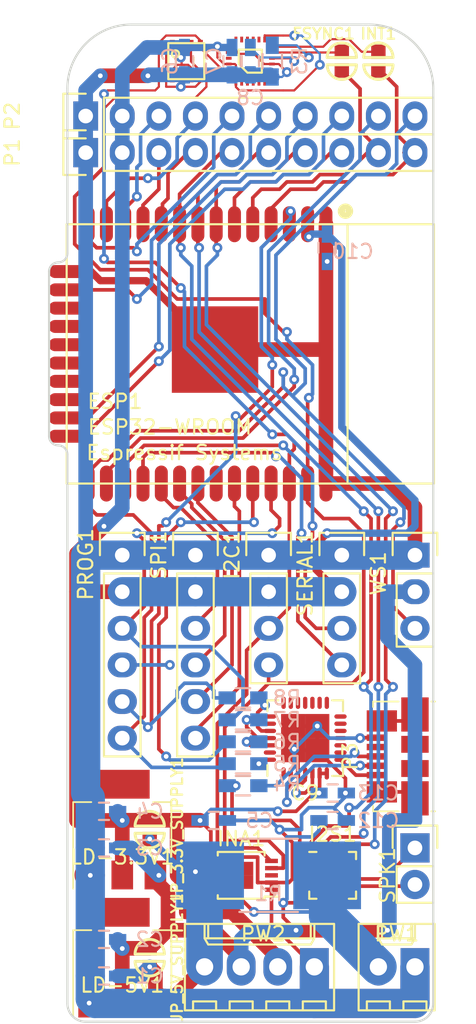
<source format=kicad_pcb>
(kicad_pcb (version 4) (host pcbnew 4.0.5+dfsg1-4)

  (general
    (links 156)
    (no_connects 5)
    (area 125.654999 109.144999 152.475001 178.510001)
    (thickness 1.6)
    (drawings 14)
    (tracks 900)
    (zones 0)
    (modules 41)
    (nets 47)
  )

  (page A4)
  (layers
    (0 F.Cu signal)
    (31 B.Cu signal)
    (32 B.Adhes user)
    (33 F.Adhes user)
    (34 B.Paste user)
    (35 F.Paste user)
    (36 B.SilkS user)
    (37 F.SilkS user)
    (38 B.Mask user)
    (39 F.Mask user)
    (40 Dwgs.User user)
    (41 Cmts.User user)
    (42 Eco1.User user)
    (43 Eco2.User user)
    (44 Edge.Cuts user)
    (45 Margin user)
    (46 B.CrtYd user)
    (47 F.CrtYd user)
    (48 B.Fab user hide)
    (49 F.Fab user)
  )

  (setup
    (last_trace_width 0.254)
    (user_trace_width 0.1524)
    (user_trace_width 0.254)
    (user_trace_width 0.508)
    (user_trace_width 1.016)
    (user_trace_width 2.032)
    (user_trace_width 2.54)
    (trace_clearance 0.1524)
    (zone_clearance 0.508)
    (zone_45_only no)
    (trace_min 0.1524)
    (segment_width 0.2)
    (edge_width 0.15)
    (via_size 0.6858)
    (via_drill 0.3302)
    (via_min_size 0.6858)
    (via_min_drill 0.3302)
    (uvia_size 0.762)
    (uvia_drill 0.508)
    (uvias_allowed no)
    (uvia_min_size 0)
    (uvia_min_drill 0)
    (pcb_text_width 0.3)
    (pcb_text_size 1.5 1.5)
    (mod_edge_width 0.15)
    (mod_text_size 1 1)
    (mod_text_width 0.15)
    (pad_size 1.524 1.524)
    (pad_drill 0.762)
    (pad_to_mask_clearance 0.2)
    (aux_axis_origin 0 0)
    (visible_elements FFFFFFFF)
    (pcbplotparams
      (layerselection 0x00030_80000001)
      (usegerberextensions false)
      (excludeedgelayer true)
      (linewidth 0.100000)
      (plotframeref false)
      (viasonmask false)
      (mode 1)
      (useauxorigin false)
      (hpglpennumber 1)
      (hpglpenspeed 20)
      (hpglpendiameter 15)
      (hpglpenoverlay 2)
      (psnegative false)
      (psa4output false)
      (plotreference true)
      (plotvalue true)
      (plotinvisibletext false)
      (padsonsilk false)
      (subtractmaskfromsilk false)
      (outputformat 1)
      (mirror false)
      (drillshape 1)
      (scaleselection 1)
      (outputdirectory ""))
  )

  (net 0 "")
  (net 1 GND)
  (net 2 3.3V)
  (net 3 SDA)
  (net 4 SCL)
  (net 5 5V)
  (net 6 SPI_MOSI)
  (net 7 SPI_MISO)
  (net 8 SPI_SCK)
  (net 9 SPI_SS)
  (net 10 U2_TX)
  (net 11 U2_RX)
  (net 12 TOUCH_0)
  (net 13 TOUCH_2)
  (net 14 TOUCH_3)
  (net 15 ADC_5)
  (net 16 ADC_4)
  (net 17 ADC_3)
  (net 18 ADC_2)
  (net 19 ADC_1)
  (net 20 ADC_0)
  (net 21 Vbat)
  (net 22 Vin)
  (net 23 TOUCH_1)
  (net 24 ADC_7)
  (net 25 ADC_6)
  (net 26 "Net-(I2S1-Pad2)")
  (net 27 "Net-(I2S1-Pad9)")
  (net 28 "Net-(I2S1-Pad10)")
  (net 29 PROG_RX)
  (net 30 PROG_TX)
  (net 31 PROG_DTR)
  (net 32 PROG_RTS)
  (net 33 "Net-(C8-Pad1)")
  (net 34 "Net-(C9-Pad4)")
  (net 35 "Net-(C9-Pad5)")
  (net 36 "Net-(C9-Pad8)")
  (net 37 "Net-(C9-Pad24)")
  (net 38 "Net-(C9-Pad25)")
  (net 39 "Net-(C9-Pad26)")
  (net 40 "Net-(C9-Pad28)")
  (net 41 TOUCH_6)
  (net 42 TOUCH_5)
  (net 43 TOUCH_4)
  (net 44 "Net-(P3-Pad6)")
  (net 45 "Net-(FSYNC1-Pad1)")
  (net 46 "Net-(INT1-Pad1)")

  (net_class Default "Esta é a classe de net default."
    (clearance 0.1524)
    (trace_width 0.254)
    (via_dia 0.6858)
    (via_drill 0.3302)
    (uvia_dia 0.762)
    (uvia_drill 0.508)
    (add_net ADC_0)
    (add_net ADC_1)
    (add_net ADC_2)
    (add_net ADC_3)
    (add_net ADC_4)
    (add_net ADC_5)
    (add_net ADC_6)
    (add_net ADC_7)
    (add_net "Net-(C8-Pad1)")
    (add_net "Net-(C9-Pad24)")
    (add_net "Net-(C9-Pad25)")
    (add_net "Net-(C9-Pad26)")
    (add_net "Net-(C9-Pad28)")
    (add_net "Net-(C9-Pad4)")
    (add_net "Net-(C9-Pad5)")
    (add_net "Net-(C9-Pad8)")
    (add_net "Net-(FSYNC1-Pad1)")
    (add_net "Net-(I2S1-Pad10)")
    (add_net "Net-(I2S1-Pad2)")
    (add_net "Net-(I2S1-Pad9)")
    (add_net "Net-(INT1-Pad1)")
    (add_net "Net-(P3-Pad6)")
    (add_net PROG_DTR)
    (add_net PROG_RTS)
    (add_net PROG_RX)
    (add_net PROG_TX)
    (add_net SCL)
    (add_net SDA)
    (add_net SPI_MISO)
    (add_net SPI_MOSI)
    (add_net SPI_SCK)
    (add_net SPI_SS)
    (add_net TOUCH_0)
    (add_net TOUCH_1)
    (add_net TOUCH_2)
    (add_net TOUCH_3)
    (add_net TOUCH_4)
    (add_net TOUCH_5)
    (add_net TOUCH_6)
    (add_net U2_RX)
    (add_net U2_TX)
  )

  (net_class PWR ""
    (clearance 0.1524)
    (trace_width 0.508)
    (via_dia 0.6858)
    (via_drill 0.3302)
    (uvia_dia 0.762)
    (uvia_drill 0.508)
    (add_net 3.3V)
    (add_net 5V)
    (add_net GND)
    (add_net Vbat)
    (add_net Vin)
  )

  (module ESP32-footprints-Lib:ESP32-WROOM (layer F.Cu) (tedit 59823CF0) (tstamp 595C521E)
    (at 139.7 132.08 90)
    (path /595AFE22)
    (fp_text reference ESP1 (at -3.302 -9.398 180) (layer F.SilkS)
      (effects (font (size 1 1) (thickness 0.15)))
    )
    (fp_text value ESP32-WROOM (at 0 11.938 90) (layer F.Fab)
      (effects (font (size 1 1) (thickness 0.15)))
    )
    (fp_text user "Espressif Systems" (at -6.858 -4.572 180) (layer F.SilkS)
      (effects (font (size 1 1) (thickness 0.15)))
    )
    (fp_circle (center 9.906 6.604) (end 10.033 6.858) (layer F.SilkS) (width 0.5))
    (fp_text user ESP32-WROOM (at -5.08 -5.588 180) (layer F.SilkS)
      (effects (font (size 1 1) (thickness 0.15)))
    )
    (fp_line (start -9 6.75) (end 9 6.75) (layer F.SilkS) (width 0.15))
    (fp_line (start 9 12.75) (end 9 -12.75) (layer F.SilkS) (width 0.15))
    (fp_line (start -9 12.75) (end -9 -12.75) (layer F.SilkS) (width 0.15))
    (fp_line (start -9 -12.75) (end 9 -12.75) (layer F.SilkS) (width 0.15))
    (fp_line (start -9 12.75) (end 9 12.75) (layer F.SilkS) (width 0.15))
    (pad 38 smd oval (at -9 5.25 90) (size 2.5 0.9) (layers F.Cu F.Paste F.Mask)
      (net 1 GND))
    (pad 37 smd oval (at -9 3.98 90) (size 2.5 0.9) (layers F.Cu F.Paste F.Mask)
      (net 3 SDA))
    (pad 36 smd oval (at -9 2.71 90) (size 2.5 0.9) (layers F.Cu F.Paste F.Mask)
      (net 4 SCL))
    (pad 35 smd oval (at -9 1.44 90) (size 2.5 0.9) (layers F.Cu F.Paste F.Mask)
      (net 29 PROG_RX))
    (pad 34 smd oval (at -9 0.17 90) (size 2.5 0.9) (layers F.Cu F.Paste F.Mask)
      (net 30 PROG_TX))
    (pad 33 smd oval (at -9 -1.1 90) (size 2.5 0.9) (layers F.Cu F.Paste F.Mask)
      (net 6 SPI_MOSI))
    (pad 32 smd oval (at -9 -2.37 90) (size 2.5 0.9) (layers F.Cu F.Paste F.Mask))
    (pad 31 smd oval (at -9 -3.64 90) (size 2.5 0.9) (layers F.Cu F.Paste F.Mask)
      (net 7 SPI_MISO))
    (pad 30 smd oval (at -9 -4.91 90) (size 2.5 0.9) (layers F.Cu F.Paste F.Mask)
      (net 8 SPI_SCK))
    (pad 29 smd oval (at -9 -6.18 90) (size 2.5 0.9) (layers F.Cu F.Paste F.Mask)
      (net 9 SPI_SS))
    (pad 28 smd oval (at -9 -7.45 90) (size 2.5 0.9) (layers F.Cu F.Paste F.Mask)
      (net 10 U2_TX))
    (pad 27 smd oval (at -9 -8.72 90) (size 2.5 0.9) (layers F.Cu F.Paste F.Mask)
      (net 11 U2_RX))
    (pad 26 smd oval (at -9 -9.99 90) (size 2.5 0.9) (layers F.Cu F.Paste F.Mask)
      (net 41 TOUCH_6))
    (pad 25 smd oval (at -9 -11.26 90) (size 2.5 0.9) (layers F.Cu F.Paste F.Mask)
      (net 31 PROG_DTR))
    (pad 24 smd oval (at -5.715 -12.75 90) (size 0.9 2.5) (layers F.Cu F.Paste F.Mask)
      (net 42 TOUCH_5))
    (pad 23 smd oval (at -4.445 -12.75 90) (size 0.9 2.5) (layers F.Cu F.Paste F.Mask)
      (net 43 TOUCH_4))
    (pad 22 smd oval (at -3.175 -12.75 90) (size 0.9 2.5) (layers F.Cu F.Paste F.Mask))
    (pad 21 smd oval (at -1.905 -12.75 90) (size 0.9 2.5) (layers F.Cu F.Paste F.Mask))
    (pad 20 smd oval (at -0.635 -12.75 90) (size 0.9 2.5) (layers F.Cu F.Paste F.Mask))
    (pad 19 smd oval (at 0.635 -12.75 90) (size 0.9 2.5) (layers F.Cu F.Paste F.Mask))
    (pad 18 smd oval (at 1.905 -12.75 90) (size 0.9 2.5) (layers F.Cu F.Paste F.Mask))
    (pad 17 smd oval (at 3.175 -12.75 90) (size 0.9 2.5) (layers F.Cu F.Paste F.Mask))
    (pad 16 smd oval (at 4.445 -12.75 90) (size 0.9 2.5) (layers F.Cu F.Paste F.Mask)
      (net 14 TOUCH_3))
    (pad 15 smd oval (at 5.715 -12.75 90) (size 0.9 2.5) (layers F.Cu F.Paste F.Mask)
      (net 1 GND))
    (pad 14 smd oval (at 9 -11.26 90) (size 2.5 0.9) (layers F.Cu F.Paste F.Mask)
      (net 13 TOUCH_2))
    (pad 13 smd oval (at 9 -9.99 90) (size 2.5 0.9) (layers F.Cu F.Paste F.Mask)
      (net 23 TOUCH_1))
    (pad 12 smd oval (at 9 -8.72 90) (size 2.5 0.9) (layers F.Cu F.Paste F.Mask)
      (net 12 TOUCH_0))
    (pad 11 smd oval (at 9 -7.45 90) (size 2.5 0.9) (layers F.Cu F.Paste F.Mask)
      (net 24 ADC_7))
    (pad 10 smd oval (at 9 -6.18 90) (size 2.5 0.9) (layers F.Cu F.Paste F.Mask)
      (net 25 ADC_6))
    (pad 9 smd oval (at 9 -4.91 90) (size 2.5 0.9) (layers F.Cu F.Paste F.Mask)
      (net 15 ADC_5))
    (pad 8 smd oval (at 9 -3.64 90) (size 2.5 0.9) (layers F.Cu F.Paste F.Mask)
      (net 16 ADC_4))
    (pad 7 smd oval (at 9 -2.37 90) (size 2.5 0.9) (layers F.Cu F.Paste F.Mask)
      (net 17 ADC_3))
    (pad 6 smd oval (at 9 -1.1 90) (size 2.5 0.9) (layers F.Cu F.Paste F.Mask)
      (net 18 ADC_2))
    (pad 5 smd oval (at 9 0.17 90) (size 2.5 0.9) (layers F.Cu F.Paste F.Mask)
      (net 19 ADC_1))
    (pad 4 smd oval (at 9 1.44 90) (size 2.5 0.9) (layers F.Cu F.Paste F.Mask)
      (net 20 ADC_0))
    (pad 3 smd oval (at 9 2.71 90) (size 2.5 0.9) (layers F.Cu F.Paste F.Mask)
      (net 32 PROG_RTS))
    (pad 2 smd oval (at 9 3.98 90) (size 2.5 0.9) (layers F.Cu F.Paste F.Mask)
      (net 2 3.3V))
    (pad 1 smd oval (at 9 5.25 90) (size 2.5 0.9) (layers F.Cu F.Paste F.Mask)
      (net 1 GND))
    (pad 39 smd rect (at 0.3 -2.45 90) (size 6 6) (layers F.Cu F.Paste F.Mask)
      (net 1 GND))
  )

  (module Capacitors_SMD:C_0603_HandSoldering (layer B.Cu) (tedit 598D5BA7) (tstamp 595C51E5)
    (at 135.128 111.76 270)
    (descr "Capacitor SMD 0603, hand soldering")
    (tags "capacitor 0603")
    (path /595B06D3)
    (attr smd)
    (fp_text reference C6 (at 0 1.016 450) (layer B.SilkS)
      (effects (font (size 1 1) (thickness 0.15)) (justify mirror))
    )
    (fp_text value .1uF (at 0 0 270) (layer B.Fab)
      (effects (font (size 1 1) (thickness 0.15)) (justify mirror))
    )
    (fp_line (start -0.8 -0.4) (end -0.8 0.4) (layer B.Fab) (width 0.15))
    (fp_line (start 0.8 -0.4) (end -0.8 -0.4) (layer B.Fab) (width 0.15))
    (fp_line (start 0.8 0.4) (end 0.8 -0.4) (layer B.Fab) (width 0.15))
    (fp_line (start -0.8 0.4) (end 0.8 0.4) (layer B.Fab) (width 0.15))
    (fp_line (start -1.85 0.75) (end 1.85 0.75) (layer B.CrtYd) (width 0.05))
    (fp_line (start -1.85 -0.75) (end 1.85 -0.75) (layer B.CrtYd) (width 0.05))
    (fp_line (start -1.85 0.75) (end -1.85 -0.75) (layer B.CrtYd) (width 0.05))
    (fp_line (start 1.85 0.75) (end 1.85 -0.75) (layer B.CrtYd) (width 0.05))
    (fp_line (start -0.35 0.6) (end 0.35 0.6) (layer B.SilkS) (width 0.15))
    (fp_line (start 0.35 -0.6) (end -0.35 -0.6) (layer B.SilkS) (width 0.15))
    (pad 1 smd rect (at -0.95 0 270) (size 1.2 0.75) (layers B.Cu B.Paste B.Mask)
      (net 2 3.3V))
    (pad 2 smd rect (at 0.95 0 270) (size 1.2 0.75) (layers B.Cu B.Paste B.Mask)
      (net 1 GND))
    (model Capacitors_SMD.3dshapes/C_0603_HandSoldering.wrl
      (at (xyz 0 0 0))
      (scale (xyz 1 1 1))
      (rotate (xyz 0 0 0))
    )
  )

  (module Capacitors_SMD:C_0603_HandSoldering (layer B.Cu) (tedit 598D5A8B) (tstamp 598BEC01)
    (at 145.415 162.56 180)
    (descr "Capacitor SMD 0603, hand soldering")
    (tags "capacitor 0603")
    (path /598C6F6A)
    (attr smd)
    (fp_text reference C13 (at -3.175 0 180) (layer B.SilkS)
      (effects (font (size 1 1) (thickness 0.15)) (justify mirror))
    )
    (fp_text value .1uF (at 0 -1.9 180) (layer B.Fab)
      (effects (font (size 1 1) (thickness 0.15)) (justify mirror))
    )
    (fp_line (start -0.8 -0.4) (end -0.8 0.4) (layer B.Fab) (width 0.15))
    (fp_line (start 0.8 -0.4) (end -0.8 -0.4) (layer B.Fab) (width 0.15))
    (fp_line (start 0.8 0.4) (end 0.8 -0.4) (layer B.Fab) (width 0.15))
    (fp_line (start -0.8 0.4) (end 0.8 0.4) (layer B.Fab) (width 0.15))
    (fp_line (start -1.85 0.75) (end 1.85 0.75) (layer B.CrtYd) (width 0.05))
    (fp_line (start -1.85 -0.75) (end 1.85 -0.75) (layer B.CrtYd) (width 0.05))
    (fp_line (start -1.85 0.75) (end -1.85 -0.75) (layer B.CrtYd) (width 0.05))
    (fp_line (start 1.85 0.75) (end 1.85 -0.75) (layer B.CrtYd) (width 0.05))
    (fp_line (start -0.35 0.6) (end 0.35 0.6) (layer B.SilkS) (width 0.15))
    (fp_line (start 0.35 -0.6) (end -0.35 -0.6) (layer B.SilkS) (width 0.15))
    (pad 1 smd rect (at -0.95 0 180) (size 1.2 0.75) (layers B.Cu B.Paste B.Mask)
      (net 1 GND))
    (pad 2 smd rect (at 0.95 0 180) (size 1.2 0.75) (layers B.Cu B.Paste B.Mask)
      (net 2 3.3V))
    (model Capacitors_SMD.3dshapes/C_0603_HandSoldering.wrl
      (at (xyz 0 0 0))
      (scale (xyz 1 1 1))
      (rotate (xyz 0 0 0))
    )
  )

  (module Connectors_USB:USB_Micro-B_Molex_47346-0001 (layer F.Cu) (tedit 594C50D0) (tstamp 598BEC21)
    (at 151.13 160.02 90)
    (descr "Micro USB B receptable with flange, bottom-mount, SMD, right-angle (http://www.molex.com/pdm_docs/sd/473460001_sd.pdf)")
    (tags "Micro B USB SMD")
    (path /598BFB71)
    (attr smd)
    (fp_text reference P3 (at 0 -4.5 270) (layer F.SilkS)
      (effects (font (size 1 1) (thickness 0.15)))
    )
    (fp_text value USB_OTG (at 0 3.4 270) (layer F.Fab)
      (effects (font (size 1 1) (thickness 0.15)))
    )
    (fp_text user "PCB Edge" (at 0 1.47 270) (layer Dwgs.User)
      (effects (font (size 0.4 0.4) (thickness 0.04)))
    )
    (fp_text user %R (at 0 0 90) (layer F.Fab)
      (effects (font (size 1 1) (thickness 0.15)))
    )
    (fp_line (start 3.81 -2.91) (end 3.43 -2.91) (layer F.SilkS) (width 0.12))
    (fp_line (start 4.6 2.7) (end -4.6 2.7) (layer F.CrtYd) (width 0.05))
    (fp_line (start 4.6 -3.9) (end 4.6 2.7) (layer F.CrtYd) (width 0.05))
    (fp_line (start -4.6 -3.9) (end 4.6 -3.9) (layer F.CrtYd) (width 0.05))
    (fp_line (start -4.6 2.7) (end -4.6 -3.9) (layer F.CrtYd) (width 0.05))
    (fp_line (start 3.75 2.15) (end -3.75 2.15) (layer F.Fab) (width 0.1))
    (fp_line (start 3.75 -2.85) (end 3.75 2.15) (layer F.Fab) (width 0.1))
    (fp_line (start -3.75 -2.85) (end 3.75 -2.85) (layer F.Fab) (width 0.1))
    (fp_line (start -3.75 2.15) (end -3.75 -2.85) (layer F.Fab) (width 0.1))
    (fp_line (start 3.81 1.14) (end 3.81 1.4) (layer F.SilkS) (width 0.12))
    (fp_line (start 3.81 -2.91) (end 3.81 -1.14) (layer F.SilkS) (width 0.12))
    (fp_line (start -3.81 -2.91) (end -3.43 -2.91) (layer F.SilkS) (width 0.12))
    (fp_line (start -3.81 -1.14) (end -3.81 -2.91) (layer F.SilkS) (width 0.12))
    (fp_line (start -3.81 1.4) (end -3.81 1.14) (layer F.SilkS) (width 0.12))
    (fp_line (start -3.25 1.45) (end 3.25 1.45) (layer F.Fab) (width 0.1))
    (pad 1 smd rect (at -1.3 -2.66 90) (size 0.45 1.38) (layers F.Cu F.Paste F.Mask)
      (net 36 "Net-(C9-Pad8)"))
    (pad 2 smd rect (at -0.65 -2.66 90) (size 0.45 1.38) (layers F.Cu F.Paste F.Mask)
      (net 35 "Net-(C9-Pad5)"))
    (pad 3 smd rect (at 0 -2.66 90) (size 0.45 1.38) (layers F.Cu F.Paste F.Mask)
      (net 34 "Net-(C9-Pad4)"))
    (pad 4 smd rect (at 0.65 -2.66 90) (size 0.45 1.38) (layers F.Cu F.Paste F.Mask))
    (pad 5 smd rect (at 1.3 -2.66 90) (size 0.45 1.38) (layers F.Cu F.Paste F.Mask)
      (net 1 GND))
    (pad 6 smd rect (at -2.4625 -2.3 90) (size 1.475 2.1) (layers F.Cu F.Paste F.Mask)
      (net 44 "Net-(P3-Pad6)"))
    (pad 6 smd rect (at 2.4625 -2.3 90) (size 1.475 2.1) (layers F.Cu F.Paste F.Mask)
      (net 44 "Net-(P3-Pad6)"))
    (pad 6 smd rect (at -2.91 0 90) (size 2.375 1.9) (layers F.Cu F.Paste F.Mask)
      (net 44 "Net-(P3-Pad6)"))
    (pad 6 smd rect (at 2.91 0 90) (size 2.375 1.9) (layers F.Cu F.Paste F.Mask)
      (net 44 "Net-(P3-Pad6)"))
    (pad 6 smd rect (at -0.84 0 90) (size 1.175 1.9) (layers F.Cu F.Paste F.Mask)
      (net 44 "Net-(P3-Pad6)"))
    (pad 6 smd rect (at 0.84 0 90) (size 1.175 1.9) (layers F.Cu F.Paste F.Mask)
      (net 44 "Net-(P3-Pad6)"))
    (model ${KISYS3DMOD}/Connectors_USB.3dshapes/USB_Micro-B_Molex_47346-0001.wrl
      (at (xyz 0 0 0))
      (scale (xyz 1 1 1))
      (rotate (xyz 0 0 0))
    )
  )

  (module Capacitors_SMD:C_0603_HandSoldering (layer B.Cu) (tedit 598D5ACB) (tstamp 595C51DF)
    (at 137.16 164.465 180)
    (descr "Capacitor SMD 0603, hand soldering")
    (tags "capacitor 0603")
    (path /595E5FDD)
    (attr smd)
    (fp_text reference C5 (at -3.175 0 180) (layer B.SilkS)
      (effects (font (size 1 1) (thickness 0.15)) (justify mirror))
    )
    (fp_text value .1uF (at 0 -1.9 180) (layer B.Fab)
      (effects (font (size 1 1) (thickness 0.15)) (justify mirror))
    )
    (fp_line (start -0.8 -0.4) (end -0.8 0.4) (layer B.Fab) (width 0.15))
    (fp_line (start 0.8 -0.4) (end -0.8 -0.4) (layer B.Fab) (width 0.15))
    (fp_line (start 0.8 0.4) (end 0.8 -0.4) (layer B.Fab) (width 0.15))
    (fp_line (start -0.8 0.4) (end 0.8 0.4) (layer B.Fab) (width 0.15))
    (fp_line (start -1.85 0.75) (end 1.85 0.75) (layer B.CrtYd) (width 0.05))
    (fp_line (start -1.85 -0.75) (end 1.85 -0.75) (layer B.CrtYd) (width 0.05))
    (fp_line (start -1.85 0.75) (end -1.85 -0.75) (layer B.CrtYd) (width 0.05))
    (fp_line (start 1.85 0.75) (end 1.85 -0.75) (layer B.CrtYd) (width 0.05))
    (fp_line (start -0.35 0.6) (end 0.35 0.6) (layer B.SilkS) (width 0.15))
    (fp_line (start 0.35 -0.6) (end -0.35 -0.6) (layer B.SilkS) (width 0.15))
    (pad 1 smd rect (at -0.95 0 180) (size 1.2 0.75) (layers B.Cu B.Paste B.Mask)
      (net 1 GND))
    (pad 2 smd rect (at 0.95 0 180) (size 1.2 0.75) (layers B.Cu B.Paste B.Mask)
      (net 2 3.3V))
    (model Capacitors_SMD.3dshapes/C_0603_HandSoldering.wrl
      (at (xyz 0 0 0))
      (scale (xyz 1 1 1))
      (rotate (xyz 0 0 0))
    )
  )

  (module Pin_Headers:Pin_Header_Straight_1x10 (layer F.Cu) (tedit 0) (tstamp 5980F5A0)
    (at 128.27 118.11 90)
    (descr "Through hole pin header")
    (tags "pin header")
    (path /595C54D0)
    (fp_text reference P1 (at 0 -5.1 90) (layer F.SilkS)
      (effects (font (size 1 1) (thickness 0.15)))
    )
    (fp_text value ADC (at 0 -3.1 90) (layer F.Fab)
      (effects (font (size 1 1) (thickness 0.15)))
    )
    (fp_line (start -1.75 -1.75) (end -1.75 24.65) (layer F.CrtYd) (width 0.05))
    (fp_line (start 1.75 -1.75) (end 1.75 24.65) (layer F.CrtYd) (width 0.05))
    (fp_line (start -1.75 -1.75) (end 1.75 -1.75) (layer F.CrtYd) (width 0.05))
    (fp_line (start -1.75 24.65) (end 1.75 24.65) (layer F.CrtYd) (width 0.05))
    (fp_line (start 1.27 1.27) (end 1.27 24.13) (layer F.SilkS) (width 0.15))
    (fp_line (start 1.27 24.13) (end -1.27 24.13) (layer F.SilkS) (width 0.15))
    (fp_line (start -1.27 24.13) (end -1.27 1.27) (layer F.SilkS) (width 0.15))
    (fp_line (start 1.55 -1.55) (end 1.55 0) (layer F.SilkS) (width 0.15))
    (fp_line (start 1.27 1.27) (end -1.27 1.27) (layer F.SilkS) (width 0.15))
    (fp_line (start -1.55 0) (end -1.55 -1.55) (layer F.SilkS) (width 0.15))
    (fp_line (start -1.55 -1.55) (end 1.55 -1.55) (layer F.SilkS) (width 0.15))
    (pad 1 thru_hole rect (at 0 0 90) (size 2.032 1.7272) (drill 1.016) (layers *.Cu *.Mask)
      (net 1 GND))
    (pad 2 thru_hole oval (at 0 2.54 90) (size 2.032 1.7272) (drill 1.016) (layers *.Cu *.Mask)
      (net 2 3.3V))
    (pad 3 thru_hole oval (at 0 5.08 90) (size 2.032 1.7272) (drill 1.016) (layers *.Cu *.Mask)
      (net 24 ADC_7))
    (pad 4 thru_hole oval (at 0 7.62 90) (size 2.032 1.7272) (drill 1.016) (layers *.Cu *.Mask)
      (net 25 ADC_6))
    (pad 5 thru_hole oval (at 0 10.16 90) (size 2.032 1.7272) (drill 1.016) (layers *.Cu *.Mask)
      (net 15 ADC_5))
    (pad 6 thru_hole oval (at 0 12.7 90) (size 2.032 1.7272) (drill 1.016) (layers *.Cu *.Mask)
      (net 16 ADC_4))
    (pad 7 thru_hole oval (at 0 15.24 90) (size 2.032 1.7272) (drill 1.016) (layers *.Cu *.Mask)
      (net 17 ADC_3))
    (pad 8 thru_hole oval (at 0 17.78 90) (size 2.032 1.7272) (drill 1.016) (layers *.Cu *.Mask)
      (net 18 ADC_2))
    (pad 9 thru_hole oval (at 0 20.32 90) (size 2.032 1.7272) (drill 1.016) (layers *.Cu *.Mask)
      (net 19 ADC_1))
    (pad 10 thru_hole oval (at 0 22.86 90) (size 2.032 1.7272) (drill 1.016) (layers *.Cu *.Mask)
      (net 20 ADC_0))
    (model Pin_Headers.3dshapes/Pin_Header_Straight_1x10.wrl
      (at (xyz 0 -0.45 0))
      (scale (xyz 1 1 1))
      (rotate (xyz 0 0 90))
    )
  )

  (module agg:QFN-24-MPU9250 (layer F.Cu) (tedit 5699A889) (tstamp 595C52B4)
    (at 139.7 111.76 90)
    (path /595AFE7B)
    (fp_text reference MPU1 (at 0 -2.65 90) (layer F.Fab)
      (effects (font (size 1 1) (thickness 0.15)))
    )
    (fp_text value MPU-9250 (at 0 2.65 90) (layer F.Fab)
      (effects (font (size 1 1) (thickness 0.15)))
    )
    (fp_line (start -1.5 -1.5) (end 1.5 -1.5) (layer F.Fab) (width 0.01))
    (fp_line (start 1.5 -1.5) (end 1.5 1.5) (layer F.Fab) (width 0.01))
    (fp_line (start 1.5 1.5) (end -1.5 1.5) (layer F.Fab) (width 0.01))
    (fp_line (start -1.5 1.5) (end -1.5 -1.5) (layer F.Fab) (width 0.01))
    (fp_circle (center -0.7 -0.7) (end -0.7 -0.3) (layer F.Fab) (width 0.01))
    (fp_line (start -1.2 -1.1) (end -1.5 -1.1) (layer F.Fab) (width 0.01))
    (fp_line (start -1.5 -0.9) (end -1.2 -0.9) (layer F.Fab) (width 0.01))
    (fp_line (start -1.2 -0.9) (end -1.2 -1.1) (layer F.Fab) (width 0.01))
    (fp_line (start -1.2 -0.7) (end -1.5 -0.7) (layer F.Fab) (width 0.01))
    (fp_line (start -1.5 -0.5) (end -1.2 -0.5) (layer F.Fab) (width 0.01))
    (fp_line (start -1.2 -0.5) (end -1.2 -0.7) (layer F.Fab) (width 0.01))
    (fp_line (start -1.2 -0.3) (end -1.5 -0.3) (layer F.Fab) (width 0.01))
    (fp_line (start -1.5 -0.1) (end -1.2 -0.1) (layer F.Fab) (width 0.01))
    (fp_line (start -1.2 -0.1) (end -1.2 -0.3) (layer F.Fab) (width 0.01))
    (fp_line (start -1.2 0.1) (end -1.5 0.1) (layer F.Fab) (width 0.01))
    (fp_line (start -1.5 0.3) (end -1.2 0.3) (layer F.Fab) (width 0.01))
    (fp_line (start -1.2 0.3) (end -1.2 0.1) (layer F.Fab) (width 0.01))
    (fp_line (start -1.2 0.5) (end -1.5 0.5) (layer F.Fab) (width 0.01))
    (fp_line (start -1.5 0.7) (end -1.2 0.7) (layer F.Fab) (width 0.01))
    (fp_line (start -1.2 0.7) (end -1.2 0.5) (layer F.Fab) (width 0.01))
    (fp_line (start -1.2 0.9) (end -1.5 0.9) (layer F.Fab) (width 0.01))
    (fp_line (start -1.5 1.1) (end -1.2 1.1) (layer F.Fab) (width 0.01))
    (fp_line (start -1.2 1.1) (end -1.2 0.9) (layer F.Fab) (width 0.01))
    (fp_line (start 1.5 0.9) (end 1.2 0.9) (layer F.Fab) (width 0.01))
    (fp_line (start 1.2 0.9) (end 1.2 1.1) (layer F.Fab) (width 0.01))
    (fp_line (start 1.2 1.1) (end 1.5 1.1) (layer F.Fab) (width 0.01))
    (fp_line (start 1.5 0.5) (end 1.2 0.5) (layer F.Fab) (width 0.01))
    (fp_line (start 1.2 0.5) (end 1.2 0.7) (layer F.Fab) (width 0.01))
    (fp_line (start 1.2 0.7) (end 1.5 0.7) (layer F.Fab) (width 0.01))
    (fp_line (start 1.5 0.1) (end 1.2 0.1) (layer F.Fab) (width 0.01))
    (fp_line (start 1.2 0.1) (end 1.2 0.3) (layer F.Fab) (width 0.01))
    (fp_line (start 1.2 0.3) (end 1.5 0.3) (layer F.Fab) (width 0.01))
    (fp_line (start 1.5 -0.3) (end 1.2 -0.3) (layer F.Fab) (width 0.01))
    (fp_line (start 1.2 -0.3) (end 1.2 -0.1) (layer F.Fab) (width 0.01))
    (fp_line (start 1.2 -0.1) (end 1.5 -0.1) (layer F.Fab) (width 0.01))
    (fp_line (start 1.5 -0.7) (end 1.2 -0.7) (layer F.Fab) (width 0.01))
    (fp_line (start 1.2 -0.7) (end 1.2 -0.5) (layer F.Fab) (width 0.01))
    (fp_line (start 1.2 -0.5) (end 1.5 -0.5) (layer F.Fab) (width 0.01))
    (fp_line (start 1.5 -1.1) (end 1.2 -1.1) (layer F.Fab) (width 0.01))
    (fp_line (start 1.2 -1.1) (end 1.2 -0.9) (layer F.Fab) (width 0.01))
    (fp_line (start 1.2 -0.9) (end 1.5 -0.9) (layer F.Fab) (width 0.01))
    (fp_line (start 0.9 -1.2) (end 1.1 -1.2) (layer F.Fab) (width 0.01))
    (fp_line (start 1.1 -1.2) (end 1.1 -1.5) (layer F.Fab) (width 0.01))
    (fp_line (start 0.9 -1.5) (end 0.9 -1.2) (layer F.Fab) (width 0.01))
    (fp_line (start 0.5 -1.2) (end 0.7 -1.2) (layer F.Fab) (width 0.01))
    (fp_line (start 0.7 -1.2) (end 0.7 -1.5) (layer F.Fab) (width 0.01))
    (fp_line (start 0.5 -1.5) (end 0.5 -1.2) (layer F.Fab) (width 0.01))
    (fp_line (start 0.1 -1.2) (end 0.3 -1.2) (layer F.Fab) (width 0.01))
    (fp_line (start 0.3 -1.2) (end 0.3 -1.5) (layer F.Fab) (width 0.01))
    (fp_line (start 0.1 -1.5) (end 0.1 -1.2) (layer F.Fab) (width 0.01))
    (fp_line (start -0.3 -1.2) (end -0.1 -1.2) (layer F.Fab) (width 0.01))
    (fp_line (start -0.1 -1.2) (end -0.1 -1.5) (layer F.Fab) (width 0.01))
    (fp_line (start -0.3 -1.5) (end -0.3 -1.2) (layer F.Fab) (width 0.01))
    (fp_line (start -0.7 -1.2) (end -0.5 -1.2) (layer F.Fab) (width 0.01))
    (fp_line (start -0.5 -1.2) (end -0.5 -1.5) (layer F.Fab) (width 0.01))
    (fp_line (start -0.7 -1.5) (end -0.7 -1.2) (layer F.Fab) (width 0.01))
    (fp_line (start -1.1 -1.2) (end -0.9 -1.2) (layer F.Fab) (width 0.01))
    (fp_line (start -0.9 -1.2) (end -0.9 -1.5) (layer F.Fab) (width 0.01))
    (fp_line (start -1.1 -1.5) (end -1.1 -1.2) (layer F.Fab) (width 0.01))
    (fp_line (start -0.9 1.5) (end -0.9 1.2) (layer F.Fab) (width 0.01))
    (fp_line (start -0.9 1.2) (end -1.1 1.2) (layer F.Fab) (width 0.01))
    (fp_line (start -1.1 1.2) (end -1.1 1.5) (layer F.Fab) (width 0.01))
    (fp_line (start -0.5 1.5) (end -0.5 1.2) (layer F.Fab) (width 0.01))
    (fp_line (start -0.5 1.2) (end -0.7 1.2) (layer F.Fab) (width 0.01))
    (fp_line (start -0.7 1.2) (end -0.7 1.5) (layer F.Fab) (width 0.01))
    (fp_line (start -0.1 1.5) (end -0.1 1.2) (layer F.Fab) (width 0.01))
    (fp_line (start -0.1 1.2) (end -0.3 1.2) (layer F.Fab) (width 0.01))
    (fp_line (start -0.3 1.2) (end -0.3 1.5) (layer F.Fab) (width 0.01))
    (fp_line (start 0.3 1.5) (end 0.3 1.2) (layer F.Fab) (width 0.01))
    (fp_line (start 0.3 1.2) (end 0.1 1.2) (layer F.Fab) (width 0.01))
    (fp_line (start 0.1 1.2) (end 0.1 1.5) (layer F.Fab) (width 0.01))
    (fp_line (start 0.7 1.5) (end 0.7 1.2) (layer F.Fab) (width 0.01))
    (fp_line (start 0.7 1.2) (end 0.5 1.2) (layer F.Fab) (width 0.01))
    (fp_line (start 0.5 1.2) (end 0.5 1.5) (layer F.Fab) (width 0.01))
    (fp_line (start 1.1 1.5) (end 1.1 1.2) (layer F.Fab) (width 0.01))
    (fp_line (start 1.1 1.2) (end 0.9 1.2) (layer F.Fab) (width 0.01))
    (fp_line (start 0.9 1.2) (end 0.9 1.5) (layer F.Fab) (width 0.01))
    (fp_line (start -0.2 -0.8) (end 0.8 -0.8) (layer F.SilkS) (width 0.15))
    (fp_line (start 0.8 -0.8) (end 0.8 0.8) (layer F.SilkS) (width 0.15))
    (fp_line (start 0.8 0.8) (end -0.8 0.8) (layer F.SilkS) (width 0.15))
    (fp_line (start -0.8 0.8) (end -0.8 -0.2) (layer F.SilkS) (width 0.15))
    (fp_line (start -0.8 -0.2) (end -0.2 -0.8) (layer F.SilkS) (width 0.15))
    (fp_line (start -1.95 -1.95) (end 1.95 -1.95) (layer F.CrtYd) (width 0.01))
    (fp_line (start 1.95 -1.95) (end 1.95 1.95) (layer F.CrtYd) (width 0.01))
    (fp_line (start 1.95 1.95) (end -1.95 1.95) (layer F.CrtYd) (width 0.01))
    (fp_line (start -1.95 1.95) (end -1.95 -1.95) (layer F.CrtYd) (width 0.01))
    (pad 1 smd rect (at -1.5 -1 90) (size 0.4 0.2) (layers F.Cu F.Paste F.Mask)
      (net 2 3.3V))
    (pad 2 smd rect (at -1.5 -0.6 90) (size 0.4 0.2) (layers F.Cu F.Paste F.Mask))
    (pad 3 smd rect (at -1.5 -0.2 90) (size 0.4 0.2) (layers F.Cu F.Paste F.Mask))
    (pad 4 smd rect (at -1.5 0.2 90) (size 0.4 0.2) (layers F.Cu F.Paste F.Mask))
    (pad 5 smd rect (at -1.5 0.6 90) (size 0.4 0.2) (layers F.Cu F.Paste F.Mask))
    (pad 6 smd rect (at -1.5 1 90) (size 0.4 0.2) (layers F.Cu F.Paste F.Mask))
    (pad 7 smd rect (at -1 1.5 90) (size 0.2 0.4) (layers F.Cu F.Paste F.Mask))
    (pad 8 smd rect (at -0.6 1.5 90) (size 0.2 0.4) (layers F.Cu F.Paste F.Mask)
      (net 2 3.3V))
    (pad 9 smd rect (at -0.2 1.5 90) (size 0.2 0.4) (layers F.Cu F.Paste F.Mask)
      (net 1 GND))
    (pad 10 smd rect (at 0.2 1.5 90) (size 0.2 0.4) (layers F.Cu F.Paste F.Mask)
      (net 33 "Net-(C8-Pad1)"))
    (pad 11 smd rect (at 0.6 1.5 90) (size 0.2 0.4) (layers F.Cu F.Paste F.Mask)
      (net 45 "Net-(FSYNC1-Pad1)"))
    (pad 12 smd rect (at 1 1.5 90) (size 0.2 0.4) (layers F.Cu F.Paste F.Mask)
      (net 46 "Net-(INT1-Pad1)"))
    (pad 13 smd rect (at 1.5 1 90) (size 0.4 0.2) (layers F.Cu F.Paste F.Mask)
      (net 2 3.3V))
    (pad 14 smd rect (at 1.5 0.6 90) (size 0.4 0.2) (layers F.Cu F.Paste F.Mask))
    (pad 15 smd rect (at 1.5 0.2 90) (size 0.4 0.2) (layers F.Cu F.Paste F.Mask))
    (pad 16 smd rect (at 1.5 -0.2 90) (size 0.4 0.2) (layers F.Cu F.Paste F.Mask))
    (pad 17 smd rect (at 1.5 -0.6 90) (size 0.4 0.2) (layers F.Cu F.Paste F.Mask))
    (pad 18 smd rect (at 1.5 -1 90) (size 0.4 0.2) (layers F.Cu F.Paste F.Mask)
      (net 1 GND))
    (pad 19 smd rect (at 1 -1.5 90) (size 0.2 0.4) (layers F.Cu F.Paste F.Mask))
    (pad 20 smd rect (at 0.6 -1.5 90) (size 0.2 0.4) (layers F.Cu F.Paste F.Mask)
      (net 1 GND))
    (pad 21 smd rect (at 0.2 -1.5 90) (size 0.2 0.4) (layers F.Cu F.Paste F.Mask))
    (pad 22 smd rect (at -0.2 -1.5 90) (size 0.2 0.4) (layers F.Cu F.Paste F.Mask)
      (net 2 3.3V))
    (pad 23 smd rect (at -0.6 -1.5 90) (size 0.2 0.4) (layers F.Cu F.Paste F.Mask)
      (net 4 SCL))
    (pad 24 smd rect (at -1 -1.5 90) (size 0.2 0.4) (layers F.Cu F.Paste F.Mask)
      (net 3 SDA))
  )

  (module Pin_Headers:Pin_Header_Straight_1x04 (layer F.Cu) (tedit 598D623F) (tstamp 5980F68D)
    (at 140.97 146.05)
    (descr "Through hole pin header")
    (tags "pin header")
    (path /595DC94F)
    (fp_text reference I2C1 (at -2.54 0 90) (layer F.SilkS)
      (effects (font (size 1 1) (thickness 0.15)))
    )
    (fp_text value I2C (at -2.54 0 90) (layer F.Fab)
      (effects (font (size 1 1) (thickness 0.15)))
    )
    (fp_line (start -1.75 -1.75) (end -1.75 9.4) (layer F.CrtYd) (width 0.05))
    (fp_line (start 1.75 -1.75) (end 1.75 9.4) (layer F.CrtYd) (width 0.05))
    (fp_line (start -1.75 -1.75) (end 1.75 -1.75) (layer F.CrtYd) (width 0.05))
    (fp_line (start -1.75 9.4) (end 1.75 9.4) (layer F.CrtYd) (width 0.05))
    (fp_line (start -1.27 1.27) (end -1.27 8.89) (layer F.SilkS) (width 0.15))
    (fp_line (start 1.27 1.27) (end 1.27 8.89) (layer F.SilkS) (width 0.15))
    (fp_line (start 1.55 -1.55) (end 1.55 0) (layer F.SilkS) (width 0.15))
    (fp_line (start -1.27 8.89) (end 1.27 8.89) (layer F.SilkS) (width 0.15))
    (fp_line (start 1.27 1.27) (end -1.27 1.27) (layer F.SilkS) (width 0.15))
    (fp_line (start -1.55 0) (end -1.55 -1.55) (layer F.SilkS) (width 0.15))
    (fp_line (start -1.55 -1.55) (end 1.55 -1.55) (layer F.SilkS) (width 0.15))
    (pad 1 thru_hole rect (at 0 0) (size 2.032 1.7272) (drill 1.016) (layers *.Cu *.Mask)
      (net 1 GND))
    (pad 2 thru_hole oval (at 0 2.54) (size 2.032 1.7272) (drill 1.016) (layers *.Cu *.Mask)
      (net 2 3.3V))
    (pad 3 thru_hole oval (at 0 5.08) (size 2.032 1.7272) (drill 1.016) (layers *.Cu *.Mask)
      (net 4 SCL))
    (pad 4 thru_hole oval (at 0 7.62) (size 2.032 1.7272) (drill 1.016) (layers *.Cu *.Mask)
      (net 3 SDA))
    (model Pin_Headers.3dshapes/Pin_Header_Straight_1x04.wrl
      (at (xyz 0 -0.15 0))
      (scale (xyz 1 1 1))
      (rotate (xyz 0 0 90))
    )
  )

  (module Resistors_SMD:R_2816_HandSoldering (layer B.Cu) (tedit 5981439D) (tstamp 5980F5C7)
    (at 140.97 168.275)
    (descr "Resistor SMD 2816, hand soldering, Vishay (see WSL-VISHAY.PDF)")
    (tags "resistor 2816")
    (path /595E1D4A)
    (attr smd)
    (fp_text reference R1 (at 0 1.27) (layer B.SilkS)
      (effects (font (size 1 1) (thickness 0.15)) (justify mirror))
    )
    (fp_text value R (at 0 -1.27) (layer B.Fab)
      (effects (font (size 1 1) (thickness 0.15)) (justify mirror))
    )
    (fp_line (start -3.55 -2.1) (end -3.55 2.1) (layer B.Fab) (width 0.1))
    (fp_line (start 3.55 -2.1) (end -3.55 -2.1) (layer B.Fab) (width 0.1))
    (fp_line (start 3.55 2.1) (end 3.55 -2.1) (layer B.Fab) (width 0.1))
    (fp_line (start -3.55 2.1) (end 3.55 2.1) (layer B.Fab) (width 0.1))
    (fp_line (start -6.604 2.794) (end 6.604 2.794) (layer B.CrtYd) (width 0.05))
    (fp_line (start 6.604 2.794) (end 6.604 -2.794) (layer B.CrtYd) (width 0.05))
    (fp_line (start 6.604 -2.794) (end -6.604 -2.794) (layer B.CrtYd) (width 0.05))
    (fp_line (start -6.604 -2.794) (end -6.604 2.794) (layer B.CrtYd) (width 0.05))
    (fp_line (start -2.032 -2.54) (end 2.032 -2.54) (layer B.SilkS) (width 0.15))
    (fp_line (start -2.032 2.54) (end 2.032 2.54) (layer B.SilkS) (width 0.15))
    (pad 1 smd rect (at -4.064 0) (size 4.7 4.7) (layers B.Cu B.Paste B.Mask)
      (net 22 Vin))
    (pad 2 smd rect (at 4.064 0) (size 4.7 4.7) (layers B.Cu B.Paste B.Mask)
      (net 21 Vbat))
  )

  (module Connectors_Molex:Molex_KK-6410-04_04x2.54mm_Straight (layer F.Cu) (tedit 598221C8) (tstamp 595C531B)
    (at 144.145 174.625 180)
    (descr "Connector Headers with Friction Lock, 22-27-2041, http://www.molex.com/pdm_docs/sd/022272021_sd.pdf")
    (tags "connector molex kk_6410 22-27-2041")
    (path /595EDC0B)
    (fp_text reference PW2 (at 3.556 2.286 180) (layer F.SilkS)
      (effects (font (size 1 1) (thickness 0.15)))
    )
    (fp_text value POWER (at 3.81 2.54 180) (layer F.Fab)
      (effects (font (size 1 1) (thickness 0.15)))
    )
    (fp_line (start -1.37 -3.02) (end -1.37 2.98) (layer F.SilkS) (width 0.15))
    (fp_line (start -1.37 2.98) (end 8.99 2.98) (layer F.SilkS) (width 0.15))
    (fp_line (start 8.99 2.98) (end 8.99 -3.02) (layer F.SilkS) (width 0.15))
    (fp_line (start 8.99 -3.02) (end -1.37 -3.02) (layer F.SilkS) (width 0.15))
    (fp_line (start 0 2.98) (end 0 1.98) (layer F.SilkS) (width 0.15))
    (fp_line (start 0 1.98) (end 7.62 1.98) (layer F.SilkS) (width 0.15))
    (fp_line (start 7.62 1.98) (end 7.62 2.98) (layer F.SilkS) (width 0.15))
    (fp_line (start 0 1.98) (end 0.25 1.55) (layer F.SilkS) (width 0.15))
    (fp_line (start 0.25 1.55) (end 7.37 1.55) (layer F.SilkS) (width 0.15))
    (fp_line (start 7.37 1.55) (end 7.62 1.98) (layer F.SilkS) (width 0.15))
    (fp_line (start 0.25 2.98) (end 0.25 1.98) (layer F.SilkS) (width 0.15))
    (fp_line (start 7.37 2.98) (end 7.37 1.98) (layer F.SilkS) (width 0.15))
    (fp_line (start -0.8 -3.02) (end -0.8 -2.4) (layer F.SilkS) (width 0.15))
    (fp_line (start -0.8 -2.4) (end 0.8 -2.4) (layer F.SilkS) (width 0.15))
    (fp_line (start 0.8 -2.4) (end 0.8 -3.02) (layer F.SilkS) (width 0.15))
    (fp_line (start 1.74 -3.02) (end 1.74 -2.4) (layer F.SilkS) (width 0.15))
    (fp_line (start 1.74 -2.4) (end 3.34 -2.4) (layer F.SilkS) (width 0.15))
    (fp_line (start 3.34 -2.4) (end 3.34 -3.02) (layer F.SilkS) (width 0.15))
    (fp_line (start 4.28 -3.02) (end 4.28 -2.4) (layer F.SilkS) (width 0.15))
    (fp_line (start 4.28 -2.4) (end 5.88 -2.4) (layer F.SilkS) (width 0.15))
    (fp_line (start 5.88 -2.4) (end 5.88 -3.02) (layer F.SilkS) (width 0.15))
    (fp_line (start 6.82 -3.02) (end 6.82 -2.4) (layer F.SilkS) (width 0.15))
    (fp_line (start 6.82 -2.4) (end 8.42 -2.4) (layer F.SilkS) (width 0.15))
    (fp_line (start 8.42 -2.4) (end 8.42 -3.02) (layer F.SilkS) (width 0.15))
    (fp_line (start -1.9 3.5) (end -1.9 -3.55) (layer F.CrtYd) (width 0.05))
    (fp_line (start -1.9 -3.55) (end 9.5 -3.55) (layer F.CrtYd) (width 0.05))
    (fp_line (start 9.5 -3.55) (end 9.5 3.5) (layer F.CrtYd) (width 0.05))
    (fp_line (start 9.5 3.5) (end -1.9 3.5) (layer F.CrtYd) (width 0.05))
    (pad 1 thru_hole rect (at 0 0 180) (size 2 2.6) (drill 1.2) (layers *.Cu *.Mask)
      (net 1 GND))
    (pad 2 thru_hole oval (at 2.54 0 180) (size 2 2.6) (drill 1.2) (layers *.Cu *.Mask)
      (net 2 3.3V))
    (pad 3 thru_hole oval (at 5.08 0 180) (size 2 2.6) (drill 1.2) (layers *.Cu *.Mask)
      (net 5 5V))
    (pad 4 thru_hole oval (at 7.62 0 180) (size 2 2.6) (drill 1.2) (layers *.Cu *.Mask)
      (net 22 Vin))
  )

  (module kicad-libraries:BME280 (layer F.Cu) (tedit 5628B9D6) (tstamp 595C51C1)
    (at 135.255 111.76 90)
    (path /595B025E)
    (fp_text reference BME1 (at 0 0.5 90) (layer F.SilkS)
      (effects (font (size 0.15 0.15) (thickness 0.0375)))
    )
    (fp_text value BME (at 0 -0.5 90) (layer F.Fab)
      (effects (font (size 0.15 0.15) (thickness 0.0375)))
    )
    (fp_circle (center 0.5 -0.75) (end 0.75 -0.75) (layer F.SilkS) (width 0.15))
    (fp_line (start -1.25 -1.25) (end 1.25 -1.25) (layer F.SilkS) (width 0.15))
    (fp_line (start 1.25 -1.25) (end 1.25 1.25) (layer F.SilkS) (width 0.15))
    (fp_line (start 1.25 1.25) (end -1.25 1.25) (layer F.SilkS) (width 0.15))
    (fp_line (start -1.25 1.25) (end -1.25 -1.25) (layer F.SilkS) (width 0.15))
    (pad 1 smd rect (at 1.125 -0.975 90) (size 0.7 0.35) (layers F.Cu F.Paste F.Mask)
      (net 1 GND))
    (pad 2 smd rect (at 1.125 -0.325 90) (size 0.7 0.35) (layers F.Cu F.Paste F.Mask)
      (net 2 3.3V))
    (pad 3 smd rect (at 1.125 0.325 90) (size 0.7 0.35) (layers F.Cu F.Paste F.Mask)
      (net 3 SDA))
    (pad 4 smd rect (at 1.125 0.975 90) (size 0.7 0.35) (layers F.Cu F.Paste F.Mask)
      (net 4 SCL))
    (pad 5 smd rect (at -1.125 0.975 90) (size 0.7 0.35) (layers F.Cu F.Paste F.Mask)
      (net 1 GND))
    (pad 6 smd rect (at -1.125 0.325 90) (size 0.7 0.35) (layers F.Cu F.Paste F.Mask)
      (net 2 3.3V))
    (pad 7 smd rect (at -1.125 -0.325 90) (size 0.7 0.35) (layers F.Cu F.Paste F.Mask)
      (net 1 GND))
    (pad 8 smd rect (at -1.125 -0.975 90) (size 0.7 0.35) (layers F.Cu F.Paste F.Mask)
      (net 2 3.3V))
  )

  (module Capacitors_SMD:C_0603_HandSoldering (layer B.Cu) (tedit 598D5A9D) (tstamp 595C51C7)
    (at 129.54 175.26 180)
    (descr "Capacitor SMD 0603, hand soldering")
    (tags "capacitor 0603")
    (path /598212BC)
    (attr smd)
    (fp_text reference C1 (at -3.175 0 180) (layer B.SilkS)
      (effects (font (size 1 1) (thickness 0.15)) (justify mirror))
    )
    (fp_text value .1uF (at 0 -1.9 180) (layer B.Fab)
      (effects (font (size 1 1) (thickness 0.15)) (justify mirror))
    )
    (fp_line (start -0.8 -0.4) (end -0.8 0.4) (layer B.Fab) (width 0.15))
    (fp_line (start 0.8 -0.4) (end -0.8 -0.4) (layer B.Fab) (width 0.15))
    (fp_line (start 0.8 0.4) (end 0.8 -0.4) (layer B.Fab) (width 0.15))
    (fp_line (start -0.8 0.4) (end 0.8 0.4) (layer B.Fab) (width 0.15))
    (fp_line (start -1.85 0.75) (end 1.85 0.75) (layer B.CrtYd) (width 0.05))
    (fp_line (start -1.85 -0.75) (end 1.85 -0.75) (layer B.CrtYd) (width 0.05))
    (fp_line (start -1.85 0.75) (end -1.85 -0.75) (layer B.CrtYd) (width 0.05))
    (fp_line (start 1.85 0.75) (end 1.85 -0.75) (layer B.CrtYd) (width 0.05))
    (fp_line (start -0.35 0.6) (end 0.35 0.6) (layer B.SilkS) (width 0.15))
    (fp_line (start 0.35 -0.6) (end -0.35 -0.6) (layer B.SilkS) (width 0.15))
    (pad 1 smd rect (at -0.95 0 180) (size 1.2 0.75) (layers B.Cu B.Paste B.Mask)
      (net 22 Vin))
    (pad 2 smd rect (at 0.95 0 180) (size 1.2 0.75) (layers B.Cu B.Paste B.Mask)
      (net 1 GND))
    (model Capacitors_SMD.3dshapes/C_0603_HandSoldering.wrl
      (at (xyz 0 0 0))
      (scale (xyz 1 1 1))
      (rotate (xyz 0 0 0))
    )
  )

  (module Capacitors_SMD:C_0603_HandSoldering (layer B.Cu) (tedit 598D5AA3) (tstamp 595C51CD)
    (at 129.54 172.72 180)
    (descr "Capacitor SMD 0603, hand soldering")
    (tags "capacitor 0603")
    (path /5982117C)
    (attr smd)
    (fp_text reference C2 (at -3.175 0 180) (layer B.SilkS)
      (effects (font (size 1 1) (thickness 0.15)) (justify mirror))
    )
    (fp_text value 47uF (at 2.54 0 180) (layer B.Fab)
      (effects (font (size 1 1) (thickness 0.15)) (justify mirror))
    )
    (fp_line (start -0.8 -0.4) (end -0.8 0.4) (layer B.Fab) (width 0.15))
    (fp_line (start 0.8 -0.4) (end -0.8 -0.4) (layer B.Fab) (width 0.15))
    (fp_line (start 0.8 0.4) (end 0.8 -0.4) (layer B.Fab) (width 0.15))
    (fp_line (start -0.8 0.4) (end 0.8 0.4) (layer B.Fab) (width 0.15))
    (fp_line (start -1.85 0.75) (end 1.85 0.75) (layer B.CrtYd) (width 0.05))
    (fp_line (start -1.85 -0.75) (end 1.85 -0.75) (layer B.CrtYd) (width 0.05))
    (fp_line (start -1.85 0.75) (end -1.85 -0.75) (layer B.CrtYd) (width 0.05))
    (fp_line (start 1.85 0.75) (end 1.85 -0.75) (layer B.CrtYd) (width 0.05))
    (fp_line (start -0.35 0.6) (end 0.35 0.6) (layer B.SilkS) (width 0.15))
    (fp_line (start 0.35 -0.6) (end -0.35 -0.6) (layer B.SilkS) (width 0.15))
    (pad 1 smd rect (at -0.95 0 180) (size 1.2 0.75) (layers B.Cu B.Paste B.Mask)
      (net 5 5V))
    (pad 2 smd rect (at 0.95 0 180) (size 1.2 0.75) (layers B.Cu B.Paste B.Mask)
      (net 1 GND))
    (model Capacitors_SMD.3dshapes/C_0603_HandSoldering.wrl
      (at (xyz 0 0 0))
      (scale (xyz 1 1 1))
      (rotate (xyz 0 0 0))
    )
  )

  (module Capacitors_SMD:C_0603_HandSoldering (layer B.Cu) (tedit 598D5AB0) (tstamp 595C51D3)
    (at 129.54 166.37 180)
    (descr "Capacitor SMD 0603, hand soldering")
    (tags "capacitor 0603")
    (path /598241FC)
    (attr smd)
    (fp_text reference C3 (at -3.175 0 180) (layer B.SilkS)
      (effects (font (size 1 1) (thickness 0.15)) (justify mirror))
    )
    (fp_text value .1uF (at -3.81 0 180) (layer B.Fab)
      (effects (font (size 1 1) (thickness 0.15)) (justify mirror))
    )
    (fp_line (start -0.8 -0.4) (end -0.8 0.4) (layer B.Fab) (width 0.15))
    (fp_line (start 0.8 -0.4) (end -0.8 -0.4) (layer B.Fab) (width 0.15))
    (fp_line (start 0.8 0.4) (end 0.8 -0.4) (layer B.Fab) (width 0.15))
    (fp_line (start -0.8 0.4) (end 0.8 0.4) (layer B.Fab) (width 0.15))
    (fp_line (start -1.85 0.75) (end 1.85 0.75) (layer B.CrtYd) (width 0.05))
    (fp_line (start -1.85 -0.75) (end 1.85 -0.75) (layer B.CrtYd) (width 0.05))
    (fp_line (start -1.85 0.75) (end -1.85 -0.75) (layer B.CrtYd) (width 0.05))
    (fp_line (start 1.85 0.75) (end 1.85 -0.75) (layer B.CrtYd) (width 0.05))
    (fp_line (start -0.35 0.6) (end 0.35 0.6) (layer B.SilkS) (width 0.15))
    (fp_line (start 0.35 -0.6) (end -0.35 -0.6) (layer B.SilkS) (width 0.15))
    (pad 1 smd rect (at -0.95 0 180) (size 1.2 0.75) (layers B.Cu B.Paste B.Mask)
      (net 5 5V))
    (pad 2 smd rect (at 0.95 0 180) (size 1.2 0.75) (layers B.Cu B.Paste B.Mask)
      (net 1 GND))
    (model Capacitors_SMD.3dshapes/C_0603_HandSoldering.wrl
      (at (xyz 0 0 0))
      (scale (xyz 1 1 1))
      (rotate (xyz 0 0 0))
    )
  )

  (module Capacitors_SMD:C_0603_HandSoldering (layer B.Cu) (tedit 598D5AB5) (tstamp 595C51D9)
    (at 129.54 163.83 180)
    (descr "Capacitor SMD 0603, hand soldering")
    (tags "capacitor 0603")
    (path /598241F6)
    (attr smd)
    (fp_text reference C4 (at -3.175 0 180) (layer B.SilkS)
      (effects (font (size 1 1) (thickness 0.15)) (justify mirror))
    )
    (fp_text value 47uF (at -3.81 0 180) (layer B.Fab)
      (effects (font (size 1 1) (thickness 0.15)) (justify mirror))
    )
    (fp_line (start -0.8 -0.4) (end -0.8 0.4) (layer B.Fab) (width 0.15))
    (fp_line (start 0.8 -0.4) (end -0.8 -0.4) (layer B.Fab) (width 0.15))
    (fp_line (start 0.8 0.4) (end 0.8 -0.4) (layer B.Fab) (width 0.15))
    (fp_line (start -0.8 0.4) (end 0.8 0.4) (layer B.Fab) (width 0.15))
    (fp_line (start -1.85 0.75) (end 1.85 0.75) (layer B.CrtYd) (width 0.05))
    (fp_line (start -1.85 -0.75) (end 1.85 -0.75) (layer B.CrtYd) (width 0.05))
    (fp_line (start -1.85 0.75) (end -1.85 -0.75) (layer B.CrtYd) (width 0.05))
    (fp_line (start 1.85 0.75) (end 1.85 -0.75) (layer B.CrtYd) (width 0.05))
    (fp_line (start -0.35 0.6) (end 0.35 0.6) (layer B.SilkS) (width 0.15))
    (fp_line (start 0.35 -0.6) (end -0.35 -0.6) (layer B.SilkS) (width 0.15))
    (pad 1 smd rect (at -0.95 0 180) (size 1.2 0.75) (layers B.Cu B.Paste B.Mask)
      (net 2 3.3V))
    (pad 2 smd rect (at 0.95 0 180) (size 1.2 0.75) (layers B.Cu B.Paste B.Mask)
      (net 1 GND))
    (model Capacitors_SMD.3dshapes/C_0603_HandSoldering.wrl
      (at (xyz 0 0 0))
      (scale (xyz 1 1 1))
      (rotate (xyz 0 0 0))
    )
  )

  (module Housings_SSOP:MSOP-10-1EP_3x3mm_Pitch0.5mm (layer F.Cu) (tedit 598D6267) (tstamp 595C5230)
    (at 139.065 168.275 180)
    (descr "MSE Package; 10-Lead Plastic MSOP, Exposed Die Pad (see Linear Technology 05081664_I_MSE.pdf)")
    (tags "SSOP 0.5")
    (path /595E5AFE)
    (attr smd)
    (fp_text reference INA1 (at 0 2.54 180) (layer F.SilkS)
      (effects (font (size 1 1) (thickness 0.15)))
    )
    (fp_text value INA (at 0 2.55 180) (layer F.Fab)
      (effects (font (size 1 1) (thickness 0.15)))
    )
    (fp_line (start -0.5 -1.5) (end 1.5 -1.5) (layer F.Fab) (width 0.15))
    (fp_line (start 1.5 -1.5) (end 1.5 1.5) (layer F.Fab) (width 0.15))
    (fp_line (start 1.5 1.5) (end -1.5 1.5) (layer F.Fab) (width 0.15))
    (fp_line (start -1.5 1.5) (end -1.5 -0.5) (layer F.Fab) (width 0.15))
    (fp_line (start -1.5 -0.5) (end -0.5 -1.5) (layer F.Fab) (width 0.15))
    (fp_line (start -2.8 -1.8) (end -2.8 1.8) (layer F.CrtYd) (width 0.05))
    (fp_line (start 2.8 -1.8) (end 2.8 1.8) (layer F.CrtYd) (width 0.05))
    (fp_line (start -2.8 -1.8) (end 2.8 -1.8) (layer F.CrtYd) (width 0.05))
    (fp_line (start -2.8 1.8) (end 2.8 1.8) (layer F.CrtYd) (width 0.05))
    (fp_line (start -1.625 -1.625) (end -1.625 -1.475) (layer F.SilkS) (width 0.15))
    (fp_line (start 1.625 -1.625) (end 1.625 -1.3775) (layer F.SilkS) (width 0.15))
    (fp_line (start 1.625 1.625) (end 1.625 1.3775) (layer F.SilkS) (width 0.15))
    (fp_line (start -1.625 1.625) (end -1.625 1.3775) (layer F.SilkS) (width 0.15))
    (fp_line (start -1.625 -1.625) (end 1.625 -1.625) (layer F.SilkS) (width 0.15))
    (fp_line (start -1.625 1.625) (end 1.625 1.625) (layer F.SilkS) (width 0.15))
    (fp_line (start -1.625 -1.475) (end -2.55 -1.475) (layer F.SilkS) (width 0.15))
    (pad 1 smd rect (at -2.105 -1 180) (size 0.89 0.305) (layers F.Cu F.Paste F.Mask)
      (net 1 GND))
    (pad 2 smd rect (at -2.105 -0.5 180) (size 0.89 0.305) (layers F.Cu F.Paste F.Mask)
      (net 1 GND))
    (pad 3 smd rect (at -2.105 0 180) (size 0.89 0.305) (layers F.Cu F.Paste F.Mask))
    (pad 4 smd rect (at -2.105 0.5 180) (size 0.89 0.305) (layers F.Cu F.Paste F.Mask)
      (net 3 SDA))
    (pad 5 smd rect (at -2.105 1 180) (size 0.89 0.305) (layers F.Cu F.Paste F.Mask)
      (net 4 SCL))
    (pad 6 smd rect (at 2.105 1 180) (size 0.89 0.305) (layers F.Cu F.Paste F.Mask)
      (net 2 3.3V))
    (pad 7 smd rect (at 2.105 0.5 180) (size 0.89 0.305) (layers F.Cu F.Paste F.Mask)
      (net 1 GND))
    (pad 8 smd rect (at 2.105 0 180) (size 0.89 0.305) (layers F.Cu F.Paste F.Mask)
      (net 21 Vbat))
    (pad 9 smd rect (at 2.105 -0.5 180) (size 0.89 0.305) (layers F.Cu F.Paste F.Mask)
      (net 22 Vin))
    (pad 10 smd rect (at 2.105 -1 180) (size 0.89 0.305) (layers F.Cu F.Paste F.Mask)
      (net 21 Vbat))
    (pad 11 smd rect (at 0.42 0.47 180) (size 0.84 0.94) (layers F.Cu F.Paste F.Mask)
      (solder_paste_margin_ratio -0.2))
    (pad 11 smd rect (at 0.42 -0.47 180) (size 0.84 0.94) (layers F.Cu F.Paste F.Mask)
      (solder_paste_margin_ratio -0.2))
    (pad 11 smd rect (at -0.42 0.47 180) (size 0.84 0.94) (layers F.Cu F.Paste F.Mask)
      (solder_paste_margin_ratio -0.2))
    (pad 11 smd rect (at -0.42 -0.47 180) (size 0.84 0.94) (layers F.Cu F.Paste F.Mask)
      (solder_paste_margin_ratio -0.2))
    (model Housings_SSOP.3dshapes/MSOP-10-1EP_3x3mm_Pitch0.5mm.wrl
      (at (xyz 0 0 0))
      (scale (xyz 1 1 1))
      (rotate (xyz 0 0 0))
    )
  )

  (module Connectors_Molex:Molex_KK-6410-02_02x2.54mm_Straight (layer F.Cu) (tedit 598221BB) (tstamp 595C5313)
    (at 151.13 174.625 180)
    (descr "Connector Headers with Friction Lock, 22-27-2021, http://www.molex.com/pdm_docs/sd/022272021_sd.pdf")
    (tags "connector molex kk_6410 22-27-2021")
    (path /595DEB72)
    (fp_text reference PW1 (at 1.27 2.286 180) (layer F.SilkS)
      (effects (font (size 1 1) (thickness 0.15)))
    )
    (fp_text value BAT (at 1.27 2.54 180) (layer F.Fab)
      (effects (font (size 1 1) (thickness 0.15)))
    )
    (fp_line (start -1.37 -3.02) (end -1.37 2.98) (layer F.SilkS) (width 0.15))
    (fp_line (start -1.37 2.98) (end 3.91 2.98) (layer F.SilkS) (width 0.15))
    (fp_line (start 3.91 2.98) (end 3.91 -3.02) (layer F.SilkS) (width 0.15))
    (fp_line (start 3.91 -3.02) (end -1.37 -3.02) (layer F.SilkS) (width 0.15))
    (fp_line (start 0 2.98) (end 0 1.98) (layer F.SilkS) (width 0.15))
    (fp_line (start 0 1.98) (end 2.54 1.98) (layer F.SilkS) (width 0.15))
    (fp_line (start 2.54 1.98) (end 2.54 2.98) (layer F.SilkS) (width 0.15))
    (fp_line (start 0 1.98) (end 0.25 1.55) (layer F.SilkS) (width 0.15))
    (fp_line (start 0.25 1.55) (end 2.29 1.55) (layer F.SilkS) (width 0.15))
    (fp_line (start 2.29 1.55) (end 2.54 1.98) (layer F.SilkS) (width 0.15))
    (fp_line (start 0.25 2.98) (end 0.25 1.98) (layer F.SilkS) (width 0.15))
    (fp_line (start 2.29 2.98) (end 2.29 1.98) (layer F.SilkS) (width 0.15))
    (fp_line (start -0.8 -3.02) (end -0.8 -2.4) (layer F.SilkS) (width 0.15))
    (fp_line (start -0.8 -2.4) (end 0.8 -2.4) (layer F.SilkS) (width 0.15))
    (fp_line (start 0.8 -2.4) (end 0.8 -3.02) (layer F.SilkS) (width 0.15))
    (fp_line (start 1.74 -3.02) (end 1.74 -2.4) (layer F.SilkS) (width 0.15))
    (fp_line (start 1.74 -2.4) (end 3.34 -2.4) (layer F.SilkS) (width 0.15))
    (fp_line (start 3.34 -2.4) (end 3.34 -3.02) (layer F.SilkS) (width 0.15))
    (fp_line (start -1.9 3.5) (end -1.9 -3.55) (layer F.CrtYd) (width 0.05))
    (fp_line (start -1.9 -3.55) (end 4.45 -3.55) (layer F.CrtYd) (width 0.05))
    (fp_line (start 4.45 -3.55) (end 4.45 3.5) (layer F.CrtYd) (width 0.05))
    (fp_line (start 4.45 3.5) (end -1.9 3.5) (layer F.CrtYd) (width 0.05))
    (pad 1 thru_hole rect (at 0 0 180) (size 2 2.6) (drill 1.2) (layers *.Cu *.Mask)
      (net 1 GND))
    (pad 2 thru_hole oval (at 2.54 0 180) (size 2 2.6) (drill 1.2) (layers *.Cu *.Mask)
      (net 21 Vbat))
  )

  (module Capacitors_SMD:C_0603_HandSoldering (layer B.Cu) (tedit 598D5BA2) (tstamp 5980F534)
    (at 138.43 111.76 270)
    (descr "Capacitor SMD 0603, hand soldering")
    (tags "capacitor 0603")
    (path /595B0D02)
    (attr smd)
    (fp_text reference C7 (at 0 1.27 450) (layer B.SilkS)
      (effects (font (size 1 1) (thickness 0.15)) (justify mirror))
    )
    (fp_text value .1uF (at 0 0 270) (layer B.Fab)
      (effects (font (size 1 1) (thickness 0.15)) (justify mirror))
    )
    (fp_line (start -0.8 -0.4) (end -0.8 0.4) (layer B.Fab) (width 0.15))
    (fp_line (start 0.8 -0.4) (end -0.8 -0.4) (layer B.Fab) (width 0.15))
    (fp_line (start 0.8 0.4) (end 0.8 -0.4) (layer B.Fab) (width 0.15))
    (fp_line (start -0.8 0.4) (end 0.8 0.4) (layer B.Fab) (width 0.15))
    (fp_line (start -1.85 0.75) (end 1.85 0.75) (layer B.CrtYd) (width 0.05))
    (fp_line (start -1.85 -0.75) (end 1.85 -0.75) (layer B.CrtYd) (width 0.05))
    (fp_line (start -1.85 0.75) (end -1.85 -0.75) (layer B.CrtYd) (width 0.05))
    (fp_line (start 1.85 0.75) (end 1.85 -0.75) (layer B.CrtYd) (width 0.05))
    (fp_line (start -0.35 0.6) (end 0.35 0.6) (layer B.SilkS) (width 0.15))
    (fp_line (start 0.35 -0.6) (end -0.35 -0.6) (layer B.SilkS) (width 0.15))
    (pad 1 smd rect (at -0.95 0 270) (size 1.2 0.75) (layers B.Cu B.Paste B.Mask)
      (net 2 3.3V))
    (pad 2 smd rect (at 0.95 0 270) (size 1.2 0.75) (layers B.Cu B.Paste B.Mask)
      (net 1 GND))
    (model Capacitors_SMD.3dshapes/C_0603_HandSoldering.wrl
      (at (xyz 0 0 0))
      (scale (xyz 1 1 1))
      (rotate (xyz 0 0 0))
    )
  )

  (module Capacitors_SMD:C_0603_HandSoldering (layer B.Cu) (tedit 598D5B7D) (tstamp 5980F53A)
    (at 139.7 111.76 270)
    (descr "Capacitor SMD 0603, hand soldering")
    (tags "capacitor 0603")
    (path /595B0DE8)
    (attr smd)
    (fp_text reference C8 (at 2.54 0 360) (layer B.SilkS)
      (effects (font (size 1 1) (thickness 0.15)) (justify mirror))
    )
    (fp_text value .1uF (at 0 0 270) (layer B.Fab)
      (effects (font (size 1 1) (thickness 0.15)) (justify mirror))
    )
    (fp_line (start -0.8 -0.4) (end -0.8 0.4) (layer B.Fab) (width 0.15))
    (fp_line (start 0.8 -0.4) (end -0.8 -0.4) (layer B.Fab) (width 0.15))
    (fp_line (start 0.8 0.4) (end 0.8 -0.4) (layer B.Fab) (width 0.15))
    (fp_line (start -0.8 0.4) (end 0.8 0.4) (layer B.Fab) (width 0.15))
    (fp_line (start -1.85 0.75) (end 1.85 0.75) (layer B.CrtYd) (width 0.05))
    (fp_line (start -1.85 -0.75) (end 1.85 -0.75) (layer B.CrtYd) (width 0.05))
    (fp_line (start -1.85 0.75) (end -1.85 -0.75) (layer B.CrtYd) (width 0.05))
    (fp_line (start 1.85 0.75) (end 1.85 -0.75) (layer B.CrtYd) (width 0.05))
    (fp_line (start -0.35 0.6) (end 0.35 0.6) (layer B.SilkS) (width 0.15))
    (fp_line (start 0.35 -0.6) (end -0.35 -0.6) (layer B.SilkS) (width 0.15))
    (pad 1 smd rect (at -0.95 0 270) (size 1.2 0.75) (layers B.Cu B.Paste B.Mask)
      (net 33 "Net-(C8-Pad1)"))
    (pad 2 smd rect (at 0.95 0 270) (size 1.2 0.75) (layers B.Cu B.Paste B.Mask)
      (net 1 GND))
    (model Capacitors_SMD.3dshapes/C_0603_HandSoldering.wrl
      (at (xyz 0 0 0))
      (scale (xyz 1 1 1))
      (rotate (xyz 0 0 0))
    )
  )

  (module Pin_Headers:Pin_Header_Straight_1x10 (layer F.Cu) (tedit 0) (tstamp 5980F5AD)
    (at 128.27 115.57 90)
    (descr "Through hole pin header")
    (tags "pin header")
    (path /595CF5B0)
    (fp_text reference P2 (at 0 -5.1 90) (layer F.SilkS)
      (effects (font (size 1 1) (thickness 0.15)))
    )
    (fp_text value ADC_TOUCH (at 0 -3.1 90) (layer F.Fab)
      (effects (font (size 1 1) (thickness 0.15)))
    )
    (fp_line (start -1.75 -1.75) (end -1.75 24.65) (layer F.CrtYd) (width 0.05))
    (fp_line (start 1.75 -1.75) (end 1.75 24.65) (layer F.CrtYd) (width 0.05))
    (fp_line (start -1.75 -1.75) (end 1.75 -1.75) (layer F.CrtYd) (width 0.05))
    (fp_line (start -1.75 24.65) (end 1.75 24.65) (layer F.CrtYd) (width 0.05))
    (fp_line (start 1.27 1.27) (end 1.27 24.13) (layer F.SilkS) (width 0.15))
    (fp_line (start 1.27 24.13) (end -1.27 24.13) (layer F.SilkS) (width 0.15))
    (fp_line (start -1.27 24.13) (end -1.27 1.27) (layer F.SilkS) (width 0.15))
    (fp_line (start 1.55 -1.55) (end 1.55 0) (layer F.SilkS) (width 0.15))
    (fp_line (start 1.27 1.27) (end -1.27 1.27) (layer F.SilkS) (width 0.15))
    (fp_line (start -1.55 0) (end -1.55 -1.55) (layer F.SilkS) (width 0.15))
    (fp_line (start -1.55 -1.55) (end 1.55 -1.55) (layer F.SilkS) (width 0.15))
    (pad 1 thru_hole rect (at 0 0 90) (size 2.032 1.7272) (drill 1.016) (layers *.Cu *.Mask)
      (net 1 GND))
    (pad 2 thru_hole oval (at 0 2.54 90) (size 2.032 1.7272) (drill 1.016) (layers *.Cu *.Mask)
      (net 2 3.3V))
    (pad 3 thru_hole oval (at 0 5.08 90) (size 2.032 1.7272) (drill 1.016) (layers *.Cu *.Mask)
      (net 12 TOUCH_0))
    (pad 4 thru_hole oval (at 0 7.62 90) (size 2.032 1.7272) (drill 1.016) (layers *.Cu *.Mask)
      (net 23 TOUCH_1))
    (pad 5 thru_hole oval (at 0 10.16 90) (size 2.032 1.7272) (drill 1.016) (layers *.Cu *.Mask)
      (net 13 TOUCH_2))
    (pad 6 thru_hole oval (at 0 12.7 90) (size 2.032 1.7272) (drill 1.016) (layers *.Cu *.Mask)
      (net 14 TOUCH_3))
    (pad 7 thru_hole oval (at 0 15.24 90) (size 2.032 1.7272) (drill 1.016) (layers *.Cu *.Mask)
      (net 43 TOUCH_4))
    (pad 8 thru_hole oval (at 0 17.78 90) (size 2.032 1.7272) (drill 1.016) (layers *.Cu *.Mask)
      (net 42 TOUCH_5))
    (pad 9 thru_hole oval (at 0 20.32 90) (size 2.032 1.7272) (drill 1.016) (layers *.Cu *.Mask)
      (net 41 TOUCH_6))
    (pad 10 thru_hole oval (at 0 22.86 90) (size 2.032 1.7272) (drill 1.016) (layers *.Cu *.Mask)
      (net 31 PROG_DTR))
    (model Pin_Headers.3dshapes/Pin_Header_Straight_1x10.wrl
      (at (xyz 0 -0.45 0))
      (scale (xyz 1 1 1))
      (rotate (xyz 0 0 90))
    )
  )

  (module Pin_Headers:Pin_Header_Straight_1x06 (layer F.Cu) (tedit 598D623A) (tstamp 5980F5D7)
    (at 135.89 146.05)
    (descr "Through hole pin header")
    (tags "pin header")
    (path /595CDCFC)
    (fp_text reference SPI1 (at -2.54 0 90) (layer F.SilkS)
      (effects (font (size 1 1) (thickness 0.15)))
    )
    (fp_text value SPI (at -2.54 0 90) (layer F.Fab)
      (effects (font (size 1 1) (thickness 0.15)))
    )
    (fp_line (start -1.75 -1.75) (end -1.75 14.45) (layer F.CrtYd) (width 0.05))
    (fp_line (start 1.75 -1.75) (end 1.75 14.45) (layer F.CrtYd) (width 0.05))
    (fp_line (start -1.75 -1.75) (end 1.75 -1.75) (layer F.CrtYd) (width 0.05))
    (fp_line (start -1.75 14.45) (end 1.75 14.45) (layer F.CrtYd) (width 0.05))
    (fp_line (start 1.27 1.27) (end 1.27 13.97) (layer F.SilkS) (width 0.15))
    (fp_line (start 1.27 13.97) (end -1.27 13.97) (layer F.SilkS) (width 0.15))
    (fp_line (start -1.27 13.97) (end -1.27 1.27) (layer F.SilkS) (width 0.15))
    (fp_line (start 1.55 -1.55) (end 1.55 0) (layer F.SilkS) (width 0.15))
    (fp_line (start 1.27 1.27) (end -1.27 1.27) (layer F.SilkS) (width 0.15))
    (fp_line (start -1.55 0) (end -1.55 -1.55) (layer F.SilkS) (width 0.15))
    (fp_line (start -1.55 -1.55) (end 1.55 -1.55) (layer F.SilkS) (width 0.15))
    (pad 1 thru_hole rect (at 0 0) (size 2.032 1.7272) (drill 1.016) (layers *.Cu *.Mask)
      (net 1 GND))
    (pad 2 thru_hole oval (at 0 2.54) (size 2.032 1.7272) (drill 1.016) (layers *.Cu *.Mask)
      (net 2 3.3V))
    (pad 3 thru_hole oval (at 0 5.08) (size 2.032 1.7272) (drill 1.016) (layers *.Cu *.Mask)
      (net 9 SPI_SS))
    (pad 4 thru_hole oval (at 0 7.62) (size 2.032 1.7272) (drill 1.016) (layers *.Cu *.Mask)
      (net 8 SPI_SCK))
    (pad 5 thru_hole oval (at 0 10.16) (size 2.032 1.7272) (drill 1.016) (layers *.Cu *.Mask)
      (net 7 SPI_MISO))
    (pad 6 thru_hole oval (at 0 12.7) (size 2.032 1.7272) (drill 1.016) (layers *.Cu *.Mask)
      (net 6 SPI_MOSI))
    (model Pin_Headers.3dshapes/Pin_Header_Straight_1x06.wrl
      (at (xyz 0 -0.25 0))
      (scale (xyz 1 1 1))
      (rotate (xyz 0 0 90))
    )
  )

  (module Pin_Headers:Pin_Header_Straight_1x04 (layer F.Cu) (tedit 598D6799) (tstamp 5980F5E0)
    (at 146.05 146.05)
    (descr "Through hole pin header")
    (tags "pin header")
    (path /595D349E)
    (fp_text reference SERIAL1 (at -2.54 1.27 90) (layer F.SilkS)
      (effects (font (size 1 1) (thickness 0.15)))
    )
    (fp_text value SERIAL (at -2.54 1.27 90) (layer F.Fab)
      (effects (font (size 1 1) (thickness 0.15)))
    )
    (fp_line (start -1.75 -1.75) (end -1.75 9.4) (layer F.CrtYd) (width 0.05))
    (fp_line (start 1.75 -1.75) (end 1.75 9.4) (layer F.CrtYd) (width 0.05))
    (fp_line (start -1.75 -1.75) (end 1.75 -1.75) (layer F.CrtYd) (width 0.05))
    (fp_line (start -1.75 9.4) (end 1.75 9.4) (layer F.CrtYd) (width 0.05))
    (fp_line (start -1.27 1.27) (end -1.27 8.89) (layer F.SilkS) (width 0.15))
    (fp_line (start 1.27 1.27) (end 1.27 8.89) (layer F.SilkS) (width 0.15))
    (fp_line (start 1.55 -1.55) (end 1.55 0) (layer F.SilkS) (width 0.15))
    (fp_line (start -1.27 8.89) (end 1.27 8.89) (layer F.SilkS) (width 0.15))
    (fp_line (start 1.27 1.27) (end -1.27 1.27) (layer F.SilkS) (width 0.15))
    (fp_line (start -1.55 0) (end -1.55 -1.55) (layer F.SilkS) (width 0.15))
    (fp_line (start -1.55 -1.55) (end 1.55 -1.55) (layer F.SilkS) (width 0.15))
    (pad 1 thru_hole rect (at 0 0) (size 2.032 1.7272) (drill 1.016) (layers *.Cu *.Mask)
      (net 1 GND))
    (pad 2 thru_hole oval (at 0 2.54) (size 2.032 1.7272) (drill 1.016) (layers *.Cu *.Mask)
      (net 2 3.3V))
    (pad 3 thru_hole oval (at 0 5.08) (size 2.032 1.7272) (drill 1.016) (layers *.Cu *.Mask)
      (net 11 U2_RX))
    (pad 4 thru_hole oval (at 0 7.62) (size 2.032 1.7272) (drill 1.016) (layers *.Cu *.Mask)
      (net 10 U2_TX))
    (model Pin_Headers.3dshapes/Pin_Header_Straight_1x04.wrl
      (at (xyz 0 -0.15 0))
      (scale (xyz 1 1 1))
      (rotate (xyz 0 0 90))
    )
  )

  (module Pin_Headers:Pin_Header_Straight_1x03 (layer F.Cu) (tedit 598D6251) (tstamp 59813F37)
    (at 151.13 146.05)
    (descr "Through hole pin header")
    (tags "pin header")
    (path /595E4921)
    (fp_text reference WS1 (at -2.54 1.27 90) (layer F.SilkS)
      (effects (font (size 1 1) (thickness 0.15)))
    )
    (fp_text value WS_2812 (at -2.54 1.27 90) (layer F.Fab)
      (effects (font (size 1 1) (thickness 0.15)))
    )
    (fp_line (start -1.75 -1.75) (end -1.75 6.85) (layer F.CrtYd) (width 0.05))
    (fp_line (start 1.75 -1.75) (end 1.75 6.85) (layer F.CrtYd) (width 0.05))
    (fp_line (start -1.75 -1.75) (end 1.75 -1.75) (layer F.CrtYd) (width 0.05))
    (fp_line (start -1.75 6.85) (end 1.75 6.85) (layer F.CrtYd) (width 0.05))
    (fp_line (start -1.27 1.27) (end -1.27 6.35) (layer F.SilkS) (width 0.15))
    (fp_line (start -1.27 6.35) (end 1.27 6.35) (layer F.SilkS) (width 0.15))
    (fp_line (start 1.27 6.35) (end 1.27 1.27) (layer F.SilkS) (width 0.15))
    (fp_line (start 1.55 -1.55) (end 1.55 0) (layer F.SilkS) (width 0.15))
    (fp_line (start 1.27 1.27) (end -1.27 1.27) (layer F.SilkS) (width 0.15))
    (fp_line (start -1.55 0) (end -1.55 -1.55) (layer F.SilkS) (width 0.15))
    (fp_line (start -1.55 -1.55) (end 1.55 -1.55) (layer F.SilkS) (width 0.15))
    (pad 1 thru_hole rect (at 0 0) (size 2.032 1.7272) (drill 1.016) (layers *.Cu *.Mask)
      (net 1 GND))
    (pad 2 thru_hole oval (at 0 2.54) (size 2.032 1.7272) (drill 1.016) (layers *.Cu *.Mask)
      (net 5 5V))
    (pad 3 thru_hole oval (at 0 5.08) (size 2.032 1.7272) (drill 1.016) (layers *.Cu *.Mask)
      (net 31 PROG_DTR))
    (model Pin_Headers.3dshapes/Pin_Header_Straight_1x03.wrl
      (at (xyz 0 -0.1 0))
      (scale (xyz 1 1 1))
      (rotate (xyz 0 0 90))
    )
  )

  (module TO_SOT_Packages_SMD:SOT-223 (layer F.Cu) (tedit 598D6B36) (tstamp 5981D8AA)
    (at 130.81 165.1 90)
    (descr "module CMS SOT223 4 pins")
    (tags "CMS SOT")
    (path /598241ED)
    (attr smd)
    (fp_text reference LD-3.3V1 (at -1.905 0 180) (layer F.SilkS)
      (effects (font (size 1 1) (thickness 0.15)))
    )
    (fp_text value LD-3.3V (at 0 4.5 90) (layer F.Fab)
      (effects (font (size 1 1) (thickness 0.15)))
    )
    (fp_line (start 1.91 3.41) (end 1.91 2.15) (layer F.SilkS) (width 0.12))
    (fp_line (start 1.91 -3.41) (end 1.91 -2.15) (layer F.SilkS) (width 0.12))
    (fp_line (start 4.4 -3.6) (end -4.4 -3.6) (layer F.CrtYd) (width 0.05))
    (fp_line (start 4.4 3.6) (end 4.4 -3.6) (layer F.CrtYd) (width 0.05))
    (fp_line (start -4.4 3.6) (end 4.4 3.6) (layer F.CrtYd) (width 0.05))
    (fp_line (start -4.4 -3.6) (end -4.4 3.6) (layer F.CrtYd) (width 0.05))
    (fp_line (start -1.85 -3.35) (end -1.85 3.35) (layer F.Fab) (width 0.15))
    (fp_line (start -1.85 3.41) (end 1.91 3.41) (layer F.SilkS) (width 0.12))
    (fp_line (start -1.85 -3.35) (end 1.85 -3.35) (layer F.Fab) (width 0.15))
    (fp_line (start -4.1 -3.41) (end 1.91 -3.41) (layer F.SilkS) (width 0.12))
    (fp_line (start -1.85 3.35) (end 1.85 3.35) (layer F.Fab) (width 0.15))
    (fp_line (start 1.85 -3.35) (end 1.85 3.35) (layer F.Fab) (width 0.15))
    (pad 4 smd rect (at 3.15 0 90) (size 2 3.8) (layers F.Cu F.Paste F.Mask))
    (pad 2 smd rect (at -3.15 0 90) (size 2 1.5) (layers F.Cu F.Paste F.Mask)
      (net 2 3.3V))
    (pad 3 smd rect (at -3.15 2.3 90) (size 2 1.5) (layers F.Cu F.Paste F.Mask)
      (net 5 5V))
    (pad 1 smd rect (at -3.15 -2.3 90) (size 2 1.5) (layers F.Cu F.Paste F.Mask)
      (net 1 GND))
    (model TO_SOT_Packages_SMD.3dshapes/SOT-223.wrl
      (at (xyz 0 0 0))
      (scale (xyz 0.4 0.4 0.4))
      (rotate (xyz 0 0 90))
    )
  )

  (module TO_SOT_Packages_SMD:SOT-223 (layer F.Cu) (tedit 598D6B45) (tstamp 5981D8B1)
    (at 130.81 173.99 90)
    (descr "module CMS SOT223 4 pins")
    (tags "CMS SOT")
    (path /59820E39)
    (attr smd)
    (fp_text reference LD-5V1 (at -1.905 0 180) (layer F.SilkS)
      (effects (font (size 1 1) (thickness 0.15)))
    )
    (fp_text value LD-5V (at 0 4.5 90) (layer F.Fab)
      (effects (font (size 1 1) (thickness 0.15)))
    )
    (fp_line (start 1.91 3.41) (end 1.91 2.15) (layer F.SilkS) (width 0.12))
    (fp_line (start 1.91 -3.41) (end 1.91 -2.15) (layer F.SilkS) (width 0.12))
    (fp_line (start 4.4 -3.6) (end -4.4 -3.6) (layer F.CrtYd) (width 0.05))
    (fp_line (start 4.4 3.6) (end 4.4 -3.6) (layer F.CrtYd) (width 0.05))
    (fp_line (start -4.4 3.6) (end 4.4 3.6) (layer F.CrtYd) (width 0.05))
    (fp_line (start -4.4 -3.6) (end -4.4 3.6) (layer F.CrtYd) (width 0.05))
    (fp_line (start -1.85 -3.35) (end -1.85 3.35) (layer F.Fab) (width 0.15))
    (fp_line (start -1.85 3.41) (end 1.91 3.41) (layer F.SilkS) (width 0.12))
    (fp_line (start -1.85 -3.35) (end 1.85 -3.35) (layer F.Fab) (width 0.15))
    (fp_line (start -4.1 -3.41) (end 1.91 -3.41) (layer F.SilkS) (width 0.12))
    (fp_line (start -1.85 3.35) (end 1.85 3.35) (layer F.Fab) (width 0.15))
    (fp_line (start 1.85 -3.35) (end 1.85 3.35) (layer F.Fab) (width 0.15))
    (pad 4 smd rect (at 3.15 0 90) (size 2 3.8) (layers F.Cu F.Paste F.Mask))
    (pad 2 smd rect (at -3.15 0 90) (size 2 1.5) (layers F.Cu F.Paste F.Mask)
      (net 5 5V))
    (pad 3 smd rect (at -3.15 2.3 90) (size 2 1.5) (layers F.Cu F.Paste F.Mask)
      (net 22 Vin))
    (pad 1 smd rect (at -3.15 -2.3 90) (size 2 1.5) (layers F.Cu F.Paste F.Mask)
      (net 1 GND))
    (model TO_SOT_Packages_SMD.3dshapes/SOT-223.wrl
      (at (xyz 0 0 0))
      (scale (xyz 0.4 0.4 0.4))
      (rotate (xyz 0 0 90))
    )
  )

  (module jumper:SOLDER-JUMPER_1-WAY (layer F.Cu) (tedit 0) (tstamp 598244B8)
    (at 132.715 165.1 90)
    (path /598241E7)
    (fp_text reference JP_3.3V_SUPPLY1 (at 0 1.905 90) (layer F.SilkS)
      (effects (font (size 0.762 0.762) (thickness 0.1524)))
    )
    (fp_text value JP_3.3V_SUPPLY (at 0 0 90) (layer F.SilkS) hide
      (effects (font (size 0.762 0.762) (thickness 0.1524)))
    )
    (fp_line (start 0.254 1.016) (end 0.254 -1.016) (layer F.SilkS) (width 0.2032))
    (fp_line (start -0.254 -1.016) (end -0.254 1.016) (layer F.SilkS) (width 0.2032))
    (fp_arc (start 0.254 0) (end 1.27 0) (angle 90) (layer F.SilkS) (width 0.2032))
    (fp_arc (start 0.254 0) (end 0.254 -1.016) (angle 90) (layer F.SilkS) (width 0.2032))
    (fp_arc (start -0.254 0) (end -1.27 0) (angle 90) (layer F.SilkS) (width 0.2032))
    (fp_arc (start -0.254 0) (end -0.254 1.016) (angle 90) (layer F.SilkS) (width 0.2032))
    (pad 1 smd rect (at -0.65 0 90) (size 1 1) (layers F.Cu F.Paste F.Mask)
      (net 22 Vin))
    (pad 2 smd rect (at 0.65 0 90) (size 1 1) (layers F.Cu F.Paste F.Mask)
      (net 2 3.3V))
  )

  (module jumper:SOLDER-JUMPER_1-WAY (layer F.Cu) (tedit 0) (tstamp 598244BD)
    (at 132.715 173.99 90)
    (path /595DEFC8)
    (fp_text reference JP_5V_SUPPLY1 (at 0 1.905 90) (layer F.SilkS)
      (effects (font (size 0.762 0.762) (thickness 0.1524)))
    )
    (fp_text value JP_5V_SUPPLY (at 0 0 90) (layer F.SilkS) hide
      (effects (font (size 0.762 0.762) (thickness 0.1524)))
    )
    (fp_line (start 0.254 1.016) (end 0.254 -1.016) (layer F.SilkS) (width 0.2032))
    (fp_line (start -0.254 -1.016) (end -0.254 1.016) (layer F.SilkS) (width 0.2032))
    (fp_arc (start 0.254 0) (end 1.27 0) (angle 90) (layer F.SilkS) (width 0.2032))
    (fp_arc (start 0.254 0) (end 0.254 -1.016) (angle 90) (layer F.SilkS) (width 0.2032))
    (fp_arc (start -0.254 0) (end -1.27 0) (angle 90) (layer F.SilkS) (width 0.2032))
    (fp_arc (start -0.254 0) (end -0.254 1.016) (angle 90) (layer F.SilkS) (width 0.2032))
    (pad 1 smd rect (at -0.65 0 90) (size 1 1) (layers F.Cu F.Paste F.Mask)
      (net 22 Vin))
    (pad 2 smd rect (at 0.65 0 90) (size 1 1) (layers F.Cu F.Paste F.Mask)
      (net 5 5V))
  )

  (module Capacitors_SMD:C_0603_HandSoldering (layer B.Cu) (tedit 598D5BDA) (tstamp 598A2C9E)
    (at 145.034 124.714 270)
    (descr "Capacitor SMD 0603, hand soldering")
    (tags "capacitor 0603")
    (path /598A2A36)
    (attr smd)
    (fp_text reference C10 (at 0.254 -1.778 360) (layer B.SilkS)
      (effects (font (size 1 1) (thickness 0.15)) (justify mirror))
    )
    (fp_text value .1uF (at 0 -1.9 270) (layer B.Fab)
      (effects (font (size 1 1) (thickness 0.15)) (justify mirror))
    )
    (fp_line (start -0.8 -0.4) (end -0.8 0.4) (layer B.Fab) (width 0.15))
    (fp_line (start 0.8 -0.4) (end -0.8 -0.4) (layer B.Fab) (width 0.15))
    (fp_line (start 0.8 0.4) (end 0.8 -0.4) (layer B.Fab) (width 0.15))
    (fp_line (start -0.8 0.4) (end 0.8 0.4) (layer B.Fab) (width 0.15))
    (fp_line (start -1.85 0.75) (end 1.85 0.75) (layer B.CrtYd) (width 0.05))
    (fp_line (start -1.85 -0.75) (end 1.85 -0.75) (layer B.CrtYd) (width 0.05))
    (fp_line (start -1.85 0.75) (end -1.85 -0.75) (layer B.CrtYd) (width 0.05))
    (fp_line (start 1.85 0.75) (end 1.85 -0.75) (layer B.CrtYd) (width 0.05))
    (fp_line (start -0.35 0.6) (end 0.35 0.6) (layer B.SilkS) (width 0.15))
    (fp_line (start 0.35 -0.6) (end -0.35 -0.6) (layer B.SilkS) (width 0.15))
    (pad 1 smd rect (at -0.95 0 270) (size 1.2 0.75) (layers B.Cu B.Paste B.Mask)
      (net 2 3.3V))
    (pad 2 smd rect (at 0.95 0 270) (size 1.2 0.75) (layers B.Cu B.Paste B.Mask)
      (net 1 GND))
    (model Capacitors_SMD.3dshapes/C_0603_HandSoldering.wrl
      (at (xyz 0 0 0))
      (scale (xyz 1 1 1))
      (rotate (xyz 0 0 0))
    )
  )

  (module Housings_DFN_QFN:QFN-16-1EP_3x3mm_Pitch0.5mm (layer F.Cu) (tedit 54130A77) (tstamp 598A2CB6)
    (at 145.415 168.275)
    (descr "16-Lead Plastic Quad Flat, No Lead Package (NG) - 3x3x0.9 mm Body [QFN]; (see Microchip Packaging Specification 00000049BS.pdf)")
    (tags "QFN 0.5")
    (path /598A3B3F)
    (attr smd)
    (fp_text reference I2S1 (at 0 -2.85) (layer F.SilkS)
      (effects (font (size 1 1) (thickness 0.15)))
    )
    (fp_text value MAX98357A (at 0 2.85) (layer F.Fab)
      (effects (font (size 1 1) (thickness 0.15)))
    )
    (fp_line (start -0.5 -1.5) (end 1.5 -1.5) (layer F.Fab) (width 0.15))
    (fp_line (start 1.5 -1.5) (end 1.5 1.5) (layer F.Fab) (width 0.15))
    (fp_line (start 1.5 1.5) (end -1.5 1.5) (layer F.Fab) (width 0.15))
    (fp_line (start -1.5 1.5) (end -1.5 -0.5) (layer F.Fab) (width 0.15))
    (fp_line (start -1.5 -0.5) (end -0.5 -1.5) (layer F.Fab) (width 0.15))
    (fp_line (start -2.1 -2.1) (end -2.1 2.1) (layer F.CrtYd) (width 0.05))
    (fp_line (start 2.1 -2.1) (end 2.1 2.1) (layer F.CrtYd) (width 0.05))
    (fp_line (start -2.1 -2.1) (end 2.1 -2.1) (layer F.CrtYd) (width 0.05))
    (fp_line (start -2.1 2.1) (end 2.1 2.1) (layer F.CrtYd) (width 0.05))
    (fp_line (start 1.625 -1.625) (end 1.625 -1.125) (layer F.SilkS) (width 0.15))
    (fp_line (start -1.625 1.625) (end -1.625 1.125) (layer F.SilkS) (width 0.15))
    (fp_line (start 1.625 1.625) (end 1.625 1.125) (layer F.SilkS) (width 0.15))
    (fp_line (start -1.625 -1.625) (end -1.125 -1.625) (layer F.SilkS) (width 0.15))
    (fp_line (start -1.625 1.625) (end -1.125 1.625) (layer F.SilkS) (width 0.15))
    (fp_line (start 1.625 1.625) (end 1.125 1.625) (layer F.SilkS) (width 0.15))
    (fp_line (start 1.625 -1.625) (end 1.125 -1.625) (layer F.SilkS) (width 0.15))
    (pad 1 smd oval (at -1.475 -0.75) (size 0.75 0.3) (layers F.Cu F.Paste F.Mask)
      (net 15 ADC_5))
    (pad 2 smd oval (at -1.475 -0.25) (size 0.75 0.3) (layers F.Cu F.Paste F.Mask)
      (net 26 "Net-(I2S1-Pad2)"))
    (pad 3 smd oval (at -1.475 0.25) (size 0.75 0.3) (layers F.Cu F.Paste F.Mask)
      (net 1 GND))
    (pad 4 smd oval (at -1.475 0.75) (size 0.75 0.3) (layers F.Cu F.Paste F.Mask)
      (net 5 5V))
    (pad 5 smd oval (at -0.75 1.475 90) (size 0.75 0.3) (layers F.Cu F.Paste F.Mask))
    (pad 6 smd oval (at -0.25 1.475 90) (size 0.75 0.3) (layers F.Cu F.Paste F.Mask))
    (pad 7 smd oval (at 0.25 1.475 90) (size 0.75 0.3) (layers F.Cu F.Paste F.Mask)
      (net 5 5V))
    (pad 8 smd oval (at 0.75 1.475 90) (size 0.75 0.3) (layers F.Cu F.Paste F.Mask)
      (net 5 5V))
    (pad 9 smd oval (at 1.475 0.75) (size 0.75 0.3) (layers F.Cu F.Paste F.Mask)
      (net 27 "Net-(I2S1-Pad9)"))
    (pad 10 smd oval (at 1.475 0.25) (size 0.75 0.3) (layers F.Cu F.Paste F.Mask)
      (net 28 "Net-(I2S1-Pad10)"))
    (pad 11 smd oval (at 1.475 -0.25) (size 0.75 0.3) (layers F.Cu F.Paste F.Mask)
      (net 1 GND))
    (pad 12 smd oval (at 1.475 -0.75) (size 0.75 0.3) (layers F.Cu F.Paste F.Mask))
    (pad 13 smd oval (at 0.75 -1.475 90) (size 0.75 0.3) (layers F.Cu F.Paste F.Mask))
    (pad 14 smd oval (at 0.25 -1.475 90) (size 0.75 0.3) (layers F.Cu F.Paste F.Mask)
      (net 17 ADC_3))
    (pad 15 smd oval (at -0.25 -1.475 90) (size 0.75 0.3) (layers F.Cu F.Paste F.Mask)
      (net 1 GND))
    (pad 16 smd oval (at -0.75 -1.475 90) (size 0.75 0.3) (layers F.Cu F.Paste F.Mask)
      (net 16 ADC_4))
    (pad 17 smd rect (at 0.45 0.45) (size 0.9 0.9) (layers F.Cu F.Paste F.Mask)
      (net 1 GND) (solder_paste_margin_ratio -0.2))
    (pad 17 smd rect (at 0.45 -0.45) (size 0.9 0.9) (layers F.Cu F.Paste F.Mask)
      (net 1 GND) (solder_paste_margin_ratio -0.2))
    (pad 17 smd rect (at -0.45 0.45) (size 0.9 0.9) (layers F.Cu F.Paste F.Mask)
      (net 1 GND) (solder_paste_margin_ratio -0.2))
    (pad 17 smd rect (at -0.45 -0.45) (size 0.9 0.9) (layers F.Cu F.Paste F.Mask)
      (net 1 GND) (solder_paste_margin_ratio -0.2))
    (model Housings_DFN_QFN.3dshapes/QFN-16-1EP_3x3mm_Pitch0.5mm.wrl
      (at (xyz 0 0 0))
      (scale (xyz 1 1 1))
      (rotate (xyz 0 0 0))
    )
  )

  (module Resistors_SMD:R_0603_HandSoldering (layer B.Cu) (tedit 598D5B90) (tstamp 598A2CC7)
    (at 141.224 111.76 90)
    (descr "Resistor SMD 0603, hand soldering")
    (tags "resistor 0603")
    (path /598A220A)
    (attr smd)
    (fp_text reference R3 (at 0 1.9 90) (layer B.SilkS)
      (effects (font (size 1 1) (thickness 0.15)) (justify mirror))
    )
    (fp_text value 100K (at 0 -1.9 90) (layer B.Fab)
      (effects (font (size 1 1) (thickness 0.15)) (justify mirror))
    )
    (fp_line (start -0.8 -0.4) (end -0.8 0.4) (layer B.Fab) (width 0.1))
    (fp_line (start 0.8 -0.4) (end -0.8 -0.4) (layer B.Fab) (width 0.1))
    (fp_line (start 0.8 0.4) (end 0.8 -0.4) (layer B.Fab) (width 0.1))
    (fp_line (start -0.8 0.4) (end 0.8 0.4) (layer B.Fab) (width 0.1))
    (fp_line (start -2 0.8) (end 2 0.8) (layer B.CrtYd) (width 0.05))
    (fp_line (start -2 -0.8) (end 2 -0.8) (layer B.CrtYd) (width 0.05))
    (fp_line (start -2 0.8) (end -2 -0.8) (layer B.CrtYd) (width 0.05))
    (fp_line (start 2 0.8) (end 2 -0.8) (layer B.CrtYd) (width 0.05))
    (fp_line (start 0.5 -0.675) (end -0.5 -0.675) (layer B.SilkS) (width 0.15))
    (fp_line (start -0.5 0.675) (end 0.5 0.675) (layer B.SilkS) (width 0.15))
    (pad 1 smd rect (at -1.1 0 90) (size 1.2 0.9) (layers B.Cu B.Paste B.Mask)
      (net 1 GND))
    (pad 2 smd rect (at 1.1 0 90) (size 1.2 0.9) (layers B.Cu B.Paste B.Mask)
      (net 45 "Net-(FSYNC1-Pad1)"))
    (model Resistors_SMD.3dshapes/R_0603_HandSoldering.wrl
      (at (xyz 0 0 0))
      (scale (xyz 1 1 1))
      (rotate (xyz 0 0 0))
    )
  )

  (module Resistors_SMD:R_0603_HandSoldering (layer B.Cu) (tedit 598D5AE2) (tstamp 598A2CCD)
    (at 139.192 162.052)
    (descr "Resistor SMD 0603, hand soldering")
    (tags "resistor 0603")
    (path /598A454E)
    (attr smd)
    (fp_text reference R4 (at 3.048 -0.127) (layer B.SilkS)
      (effects (font (size 1 1) (thickness 0.15)) (justify mirror))
    )
    (fp_text value 100K (at 0 -1.9) (layer B.Fab)
      (effects (font (size 1 1) (thickness 0.15)) (justify mirror))
    )
    (fp_line (start -0.8 -0.4) (end -0.8 0.4) (layer B.Fab) (width 0.1))
    (fp_line (start 0.8 -0.4) (end -0.8 -0.4) (layer B.Fab) (width 0.1))
    (fp_line (start 0.8 0.4) (end 0.8 -0.4) (layer B.Fab) (width 0.1))
    (fp_line (start -0.8 0.4) (end 0.8 0.4) (layer B.Fab) (width 0.1))
    (fp_line (start -2 0.8) (end 2 0.8) (layer B.CrtYd) (width 0.05))
    (fp_line (start -2 -0.8) (end 2 -0.8) (layer B.CrtYd) (width 0.05))
    (fp_line (start -2 0.8) (end -2 -0.8) (layer B.CrtYd) (width 0.05))
    (fp_line (start 2 0.8) (end 2 -0.8) (layer B.CrtYd) (width 0.05))
    (fp_line (start 0.5 -0.675) (end -0.5 -0.675) (layer B.SilkS) (width 0.15))
    (fp_line (start -0.5 0.675) (end 0.5 0.675) (layer B.SilkS) (width 0.15))
    (pad 1 smd rect (at -1.1 0) (size 1.2 0.9) (layers B.Cu B.Paste B.Mask)
      (net 26 "Net-(I2S1-Pad2)"))
    (pad 2 smd rect (at 1.1 0) (size 1.2 0.9) (layers B.Cu B.Paste B.Mask)
      (net 1 GND))
    (model Resistors_SMD.3dshapes/R_0603_HandSoldering.wrl
      (at (xyz 0 0 0))
      (scale (xyz 1 1 1))
      (rotate (xyz 0 0 0))
    )
  )

  (module Pin_Headers:Pin_Header_Straight_1x02 (layer F.Cu) (tedit 598D5D0B) (tstamp 598A2CD3)
    (at 151.13 166.37)
    (descr "Through hole pin header")
    (tags "pin header")
    (path /598A3DF5)
    (fp_text reference SPK1 (at -1.905 1.905 90) (layer F.SilkS)
      (effects (font (size 1 1) (thickness 0.15)))
    )
    (fp_text value CONN_SPK (at -1.905 1.905 90) (layer F.Fab)
      (effects (font (size 1 1) (thickness 0.15)))
    )
    (fp_line (start 1.27 1.27) (end 1.27 3.81) (layer F.SilkS) (width 0.15))
    (fp_line (start 1.55 -1.55) (end 1.55 0) (layer F.SilkS) (width 0.15))
    (fp_line (start -1.75 -1.75) (end -1.75 4.3) (layer F.CrtYd) (width 0.05))
    (fp_line (start 1.75 -1.75) (end 1.75 4.3) (layer F.CrtYd) (width 0.05))
    (fp_line (start -1.75 -1.75) (end 1.75 -1.75) (layer F.CrtYd) (width 0.05))
    (fp_line (start -1.75 4.3) (end 1.75 4.3) (layer F.CrtYd) (width 0.05))
    (fp_line (start 1.27 1.27) (end -1.27 1.27) (layer F.SilkS) (width 0.15))
    (fp_line (start -1.55 0) (end -1.55 -1.55) (layer F.SilkS) (width 0.15))
    (fp_line (start -1.55 -1.55) (end 1.55 -1.55) (layer F.SilkS) (width 0.15))
    (fp_line (start -1.27 1.27) (end -1.27 3.81) (layer F.SilkS) (width 0.15))
    (fp_line (start -1.27 3.81) (end 1.27 3.81) (layer F.SilkS) (width 0.15))
    (pad 1 thru_hole rect (at 0 0) (size 2.032 2.032) (drill 1.016) (layers *.Cu *.Mask)
      (net 28 "Net-(I2S1-Pad10)"))
    (pad 2 thru_hole oval (at 0 2.54) (size 2.032 2.032) (drill 1.016) (layers *.Cu *.Mask)
      (net 27 "Net-(I2S1-Pad9)"))
    (model Pin_Headers.3dshapes/Pin_Header_Straight_1x02.wrl
      (at (xyz 0 -0.05 0))
      (scale (xyz 1 1 1))
      (rotate (xyz 0 0 90))
    )
  )

  (module Housings_DFN_QFN:QFN-28-1EP_5x5mm_Pitch0.5mm (layer F.Cu) (tedit 598D6789) (tstamp 598BEBE1)
    (at 143.51 158.75 90)
    (descr "28-Lead Plastic Quad Flat, No Lead Package (MQ) - 5x5x0.9 mm Body [QFN or VQFN]; (see Microchip Packaging Specification 00000049BS.pdf)")
    (tags "QFN 0.5")
    (path /598EBFD6)
    (attr smd)
    (fp_text reference C9 (at -3.81 0 180) (layer F.SilkS)
      (effects (font (size 1 1) (thickness 0.15)))
    )
    (fp_text value CP2102 (at 0 3.875 90) (layer F.Fab)
      (effects (font (size 1 1) (thickness 0.15)))
    )
    (fp_line (start -1.5 -2.5) (end 2.5 -2.5) (layer F.Fab) (width 0.15))
    (fp_line (start 2.5 -2.5) (end 2.5 2.5) (layer F.Fab) (width 0.15))
    (fp_line (start 2.5 2.5) (end -2.5 2.5) (layer F.Fab) (width 0.15))
    (fp_line (start -2.5 2.5) (end -2.5 -1.5) (layer F.Fab) (width 0.15))
    (fp_line (start -2.5 -1.5) (end -1.5 -2.5) (layer F.Fab) (width 0.15))
    (fp_line (start -3.15 -3.15) (end -3.15 3.15) (layer F.CrtYd) (width 0.05))
    (fp_line (start 3.15 -3.15) (end 3.15 3.15) (layer F.CrtYd) (width 0.05))
    (fp_line (start -3.15 -3.15) (end 3.15 -3.15) (layer F.CrtYd) (width 0.05))
    (fp_line (start -3.15 3.15) (end 3.15 3.15) (layer F.CrtYd) (width 0.05))
    (fp_line (start 2.625 -2.625) (end 2.625 -1.875) (layer F.SilkS) (width 0.15))
    (fp_line (start -2.625 2.625) (end -2.625 1.875) (layer F.SilkS) (width 0.15))
    (fp_line (start 2.625 2.625) (end 2.625 1.875) (layer F.SilkS) (width 0.15))
    (fp_line (start -2.625 -2.625) (end -1.875 -2.625) (layer F.SilkS) (width 0.15))
    (fp_line (start -2.625 2.625) (end -1.875 2.625) (layer F.SilkS) (width 0.15))
    (fp_line (start 2.625 2.625) (end 1.875 2.625) (layer F.SilkS) (width 0.15))
    (fp_line (start 2.625 -2.625) (end 1.875 -2.625) (layer F.SilkS) (width 0.15))
    (pad 1 smd oval (at -2.45 -1.5 90) (size 0.85 0.3) (layers F.Cu F.Paste F.Mask))
    (pad 2 smd oval (at -2.45 -1 90) (size 0.85 0.3) (layers F.Cu F.Paste F.Mask))
    (pad 3 smd oval (at -2.45 -0.5 90) (size 0.85 0.3) (layers F.Cu F.Paste F.Mask)
      (net 1 GND))
    (pad 4 smd oval (at -2.45 0 90) (size 0.85 0.3) (layers F.Cu F.Paste F.Mask)
      (net 34 "Net-(C9-Pad4)"))
    (pad 5 smd oval (at -2.45 0.5 90) (size 0.85 0.3) (layers F.Cu F.Paste F.Mask)
      (net 35 "Net-(C9-Pad5)"))
    (pad 6 smd oval (at -2.45 1 90) (size 0.85 0.3) (layers F.Cu F.Paste F.Mask)
      (net 2 3.3V))
    (pad 7 smd oval (at -2.45 1.5 90) (size 0.85 0.3) (layers F.Cu F.Paste F.Mask)
      (net 2 3.3V))
    (pad 8 smd oval (at -1.5 2.45 180) (size 0.85 0.3) (layers F.Cu F.Paste F.Mask)
      (net 36 "Net-(C9-Pad8)"))
    (pad 9 smd oval (at -1 2.45 180) (size 0.85 0.3) (layers F.Cu F.Paste F.Mask))
    (pad 10 smd oval (at -0.5 2.45 180) (size 0.85 0.3) (layers F.Cu F.Paste F.Mask))
    (pad 11 smd oval (at 0 2.45 180) (size 0.85 0.3) (layers F.Cu F.Paste F.Mask))
    (pad 12 smd oval (at 0.5 2.45 180) (size 0.85 0.3) (layers F.Cu F.Paste F.Mask))
    (pad 13 smd oval (at 1 2.45 180) (size 0.85 0.3) (layers F.Cu F.Paste F.Mask))
    (pad 14 smd oval (at 1.5 2.45 180) (size 0.85 0.3) (layers F.Cu F.Paste F.Mask))
    (pad 15 smd oval (at 2.45 1.5 90) (size 0.85 0.3) (layers F.Cu F.Paste F.Mask))
    (pad 16 smd oval (at 2.45 1 90) (size 0.85 0.3) (layers F.Cu F.Paste F.Mask))
    (pad 17 smd oval (at 2.45 0.5 90) (size 0.85 0.3) (layers F.Cu F.Paste F.Mask))
    (pad 18 smd oval (at 2.45 0 90) (size 0.85 0.3) (layers F.Cu F.Paste F.Mask))
    (pad 19 smd oval (at 2.45 -0.5 90) (size 0.85 0.3) (layers F.Cu F.Paste F.Mask))
    (pad 20 smd oval (at 2.45 -1 90) (size 0.85 0.3) (layers F.Cu F.Paste F.Mask))
    (pad 21 smd oval (at 2.45 -1.5 90) (size 0.85 0.3) (layers F.Cu F.Paste F.Mask))
    (pad 22 smd oval (at 1.5 -2.45 180) (size 0.85 0.3) (layers F.Cu F.Paste F.Mask))
    (pad 23 smd oval (at 1 -2.45 180) (size 0.85 0.3) (layers F.Cu F.Paste F.Mask))
    (pad 24 smd oval (at 0.5 -2.45 180) (size 0.85 0.3) (layers F.Cu F.Paste F.Mask)
      (net 37 "Net-(C9-Pad24)"))
    (pad 25 smd oval (at 0 -2.45 180) (size 0.85 0.3) (layers F.Cu F.Paste F.Mask)
      (net 38 "Net-(C9-Pad25)"))
    (pad 26 smd oval (at -0.5 -2.45 180) (size 0.85 0.3) (layers F.Cu F.Paste F.Mask)
      (net 39 "Net-(C9-Pad26)"))
    (pad 27 smd oval (at -1 -2.45 180) (size 0.85 0.3) (layers F.Cu F.Paste F.Mask))
    (pad 28 smd oval (at -1.5 -2.45 180) (size 0.85 0.3) (layers F.Cu F.Paste F.Mask)
      (net 40 "Net-(C9-Pad28)"))
    (pad 29 smd rect (at 0.8375 0.8375 90) (size 1.675 1.675) (layers F.Cu F.Paste F.Mask)
      (net 1 GND) (solder_paste_margin_ratio -0.2))
    (pad 29 smd rect (at 0.8375 -0.8375 90) (size 1.675 1.675) (layers F.Cu F.Paste F.Mask)
      (net 1 GND) (solder_paste_margin_ratio -0.2))
    (pad 29 smd rect (at -0.8375 0.8375 90) (size 1.675 1.675) (layers F.Cu F.Paste F.Mask)
      (net 1 GND) (solder_paste_margin_ratio -0.2))
    (pad 29 smd rect (at -0.8375 -0.8375 90) (size 1.675 1.675) (layers F.Cu F.Paste F.Mask)
      (net 1 GND) (solder_paste_margin_ratio -0.2))
    (model Housings_DFN_QFN.3dshapes/QFN-28-1EP_5x5mm_Pitch0.5mm.wrl
      (at (xyz 0 0 0))
      (scale (xyz 1 1 1))
      (rotate (xyz 0 0 0))
    )
  )

  (module Capacitors_SMD:C_0603_HandSoldering (layer B.Cu) (tedit 598D5A7E) (tstamp 598BEBF1)
    (at 145.415 164.465)
    (descr "Capacitor SMD 0603, hand soldering")
    (tags "capacitor 0603")
    (path /598EDFF6)
    (attr smd)
    (fp_text reference C12 (at 3.175 0) (layer B.SilkS)
      (effects (font (size 1 1) (thickness 0.15)) (justify mirror))
    )
    (fp_text value .1uF (at 0 -1.9) (layer B.Fab)
      (effects (font (size 1 1) (thickness 0.15)) (justify mirror))
    )
    (fp_line (start -0.8 -0.4) (end -0.8 0.4) (layer B.Fab) (width 0.15))
    (fp_line (start 0.8 -0.4) (end -0.8 -0.4) (layer B.Fab) (width 0.15))
    (fp_line (start 0.8 0.4) (end 0.8 -0.4) (layer B.Fab) (width 0.15))
    (fp_line (start -0.8 0.4) (end 0.8 0.4) (layer B.Fab) (width 0.15))
    (fp_line (start -1.85 0.75) (end 1.85 0.75) (layer B.CrtYd) (width 0.05))
    (fp_line (start -1.85 -0.75) (end 1.85 -0.75) (layer B.CrtYd) (width 0.05))
    (fp_line (start -1.85 0.75) (end -1.85 -0.75) (layer B.CrtYd) (width 0.05))
    (fp_line (start 1.85 0.75) (end 1.85 -0.75) (layer B.CrtYd) (width 0.05))
    (fp_line (start -0.35 0.6) (end 0.35 0.6) (layer B.SilkS) (width 0.15))
    (fp_line (start 0.35 -0.6) (end -0.35 -0.6) (layer B.SilkS) (width 0.15))
    (pad 1 smd rect (at -0.95 0) (size 1.2 0.75) (layers B.Cu B.Paste B.Mask)
      (net 5 5V))
    (pad 2 smd rect (at 0.95 0) (size 1.2 0.75) (layers B.Cu B.Paste B.Mask)
      (net 1 GND))
    (model Capacitors_SMD.3dshapes/C_0603_HandSoldering.wrl
      (at (xyz 0 0 0))
      (scale (xyz 1 1 1))
      (rotate (xyz 0 0 0))
    )
  )

  (module Pin_Headers:Pin_Header_Straight_1x06 (layer F.Cu) (tedit 598D6220) (tstamp 598BEC36)
    (at 130.81 146.05)
    (descr "Through hole pin header")
    (tags "pin header")
    (path /59842268)
    (fp_text reference PROG1 (at -2.54 0.635 90) (layer F.SilkS)
      (effects (font (size 1 1) (thickness 0.15)))
    )
    (fp_text value PROG (at -2.54 0.635 90) (layer F.Fab)
      (effects (font (size 1 1) (thickness 0.15)))
    )
    (fp_line (start -1.75 -1.75) (end -1.75 14.45) (layer F.CrtYd) (width 0.05))
    (fp_line (start 1.75 -1.75) (end 1.75 14.45) (layer F.CrtYd) (width 0.05))
    (fp_line (start -1.75 -1.75) (end 1.75 -1.75) (layer F.CrtYd) (width 0.05))
    (fp_line (start -1.75 14.45) (end 1.75 14.45) (layer F.CrtYd) (width 0.05))
    (fp_line (start 1.27 1.27) (end 1.27 13.97) (layer F.SilkS) (width 0.15))
    (fp_line (start 1.27 13.97) (end -1.27 13.97) (layer F.SilkS) (width 0.15))
    (fp_line (start -1.27 13.97) (end -1.27 1.27) (layer F.SilkS) (width 0.15))
    (fp_line (start 1.55 -1.55) (end 1.55 0) (layer F.SilkS) (width 0.15))
    (fp_line (start 1.27 1.27) (end -1.27 1.27) (layer F.SilkS) (width 0.15))
    (fp_line (start -1.55 0) (end -1.55 -1.55) (layer F.SilkS) (width 0.15))
    (fp_line (start -1.55 -1.55) (end 1.55 -1.55) (layer F.SilkS) (width 0.15))
    (pad 1 thru_hole rect (at 0 0) (size 2.032 1.7272) (drill 1.016) (layers *.Cu *.Mask)
      (net 1 GND))
    (pad 2 thru_hole oval (at 0 2.54) (size 2.032 1.7272) (drill 1.016) (layers *.Cu *.Mask)
      (net 2 3.3V))
    (pad 3 thru_hole oval (at 0 5.08) (size 2.032 1.7272) (drill 1.016) (layers *.Cu *.Mask)
      (net 29 PROG_RX))
    (pad 4 thru_hole oval (at 0 7.62) (size 2.032 1.7272) (drill 1.016) (layers *.Cu *.Mask)
      (net 30 PROG_TX))
    (pad 5 thru_hole oval (at 0 10.16) (size 2.032 1.7272) (drill 1.016) (layers *.Cu *.Mask)
      (net 32 PROG_RTS))
    (pad 6 thru_hole oval (at 0 12.7) (size 2.032 1.7272) (drill 1.016) (layers *.Cu *.Mask)
      (net 31 PROG_DTR))
    (model Pin_Headers.3dshapes/Pin_Header_Straight_1x06.wrl
      (at (xyz 0 -0.25 0))
      (scale (xyz 1 1 1))
      (rotate (xyz 0 0 90))
    )
  )

  (module Resistors_SMD:R_0603_HandSoldering (layer B.Cu) (tedit 598D5B39) (tstamp 598BEC46)
    (at 139.192 160.528 180)
    (descr "Resistor SMD 0603, hand soldering")
    (tags "resistor 0603")
    (path /598C1CC7)
    (attr smd)
    (fp_text reference R5 (at -3.048 0 180) (layer B.SilkS)
      (effects (font (size 1 1) (thickness 0.15)) (justify mirror))
    )
    (fp_text value 1K (at 0 -1.9 180) (layer B.Fab)
      (effects (font (size 1 1) (thickness 0.15)) (justify mirror))
    )
    (fp_line (start -0.8 -0.4) (end -0.8 0.4) (layer B.Fab) (width 0.1))
    (fp_line (start 0.8 -0.4) (end -0.8 -0.4) (layer B.Fab) (width 0.1))
    (fp_line (start 0.8 0.4) (end 0.8 -0.4) (layer B.Fab) (width 0.1))
    (fp_line (start -0.8 0.4) (end 0.8 0.4) (layer B.Fab) (width 0.1))
    (fp_line (start -2 0.8) (end 2 0.8) (layer B.CrtYd) (width 0.05))
    (fp_line (start -2 -0.8) (end 2 -0.8) (layer B.CrtYd) (width 0.05))
    (fp_line (start -2 0.8) (end -2 -0.8) (layer B.CrtYd) (width 0.05))
    (fp_line (start 2 0.8) (end 2 -0.8) (layer B.CrtYd) (width 0.05))
    (fp_line (start 0.5 -0.675) (end -0.5 -0.675) (layer B.SilkS) (width 0.15))
    (fp_line (start -0.5 0.675) (end 0.5 0.675) (layer B.SilkS) (width 0.15))
    (pad 1 smd rect (at -1.1 0 180) (size 1.2 0.9) (layers B.Cu B.Paste B.Mask)
      (net 40 "Net-(C9-Pad28)"))
    (pad 2 smd rect (at 1.1 0 180) (size 1.2 0.9) (layers B.Cu B.Paste B.Mask)
      (net 31 PROG_DTR))
    (model Resistors_SMD.3dshapes/R_0603_HandSoldering.wrl
      (at (xyz 0 0 0))
      (scale (xyz 1 1 1))
      (rotate (xyz 0 0 0))
    )
  )

  (module Resistors_SMD:R_0603_HandSoldering (layer B.Cu) (tedit 598D5B35) (tstamp 598BEC56)
    (at 139.192 159.004 180)
    (descr "Resistor SMD 0603, hand soldering")
    (tags "resistor 0603")
    (path /598C3402)
    (attr smd)
    (fp_text reference R6 (at -3.048 0 180) (layer B.SilkS)
      (effects (font (size 1 1) (thickness 0.15)) (justify mirror))
    )
    (fp_text value 1K (at 0 -1.9 180) (layer B.Fab)
      (effects (font (size 1 1) (thickness 0.15)) (justify mirror))
    )
    (fp_line (start -0.8 -0.4) (end -0.8 0.4) (layer B.Fab) (width 0.1))
    (fp_line (start 0.8 -0.4) (end -0.8 -0.4) (layer B.Fab) (width 0.1))
    (fp_line (start 0.8 0.4) (end 0.8 -0.4) (layer B.Fab) (width 0.1))
    (fp_line (start -0.8 0.4) (end 0.8 0.4) (layer B.Fab) (width 0.1))
    (fp_line (start -2 0.8) (end 2 0.8) (layer B.CrtYd) (width 0.05))
    (fp_line (start -2 -0.8) (end 2 -0.8) (layer B.CrtYd) (width 0.05))
    (fp_line (start -2 0.8) (end -2 -0.8) (layer B.CrtYd) (width 0.05))
    (fp_line (start 2 0.8) (end 2 -0.8) (layer B.CrtYd) (width 0.05))
    (fp_line (start 0.5 -0.675) (end -0.5 -0.675) (layer B.SilkS) (width 0.15))
    (fp_line (start -0.5 0.675) (end 0.5 0.675) (layer B.SilkS) (width 0.15))
    (pad 1 smd rect (at -1.1 0 180) (size 1.2 0.9) (layers B.Cu B.Paste B.Mask)
      (net 39 "Net-(C9-Pad26)"))
    (pad 2 smd rect (at 1.1 0 180) (size 1.2 0.9) (layers B.Cu B.Paste B.Mask)
      (net 30 PROG_TX))
    (model Resistors_SMD.3dshapes/R_0603_HandSoldering.wrl
      (at (xyz 0 0 0))
      (scale (xyz 1 1 1))
      (rotate (xyz 0 0 0))
    )
  )

  (module Resistors_SMD:R_0603_HandSoldering (layer B.Cu) (tedit 598D5B2F) (tstamp 598BEC66)
    (at 139.192 157.48 180)
    (descr "Resistor SMD 0603, hand soldering")
    (tags "resistor 0603")
    (path /598C3AF3)
    (attr smd)
    (fp_text reference R7 (at -3.048 0 180) (layer B.SilkS)
      (effects (font (size 1 1) (thickness 0.15)) (justify mirror))
    )
    (fp_text value 1K (at 0 -1.9 180) (layer B.Fab)
      (effects (font (size 1 1) (thickness 0.15)) (justify mirror))
    )
    (fp_line (start -0.8 -0.4) (end -0.8 0.4) (layer B.Fab) (width 0.1))
    (fp_line (start 0.8 -0.4) (end -0.8 -0.4) (layer B.Fab) (width 0.1))
    (fp_line (start 0.8 0.4) (end 0.8 -0.4) (layer B.Fab) (width 0.1))
    (fp_line (start -0.8 0.4) (end 0.8 0.4) (layer B.Fab) (width 0.1))
    (fp_line (start -2 0.8) (end 2 0.8) (layer B.CrtYd) (width 0.05))
    (fp_line (start -2 -0.8) (end 2 -0.8) (layer B.CrtYd) (width 0.05))
    (fp_line (start -2 0.8) (end -2 -0.8) (layer B.CrtYd) (width 0.05))
    (fp_line (start 2 0.8) (end 2 -0.8) (layer B.CrtYd) (width 0.05))
    (fp_line (start 0.5 -0.675) (end -0.5 -0.675) (layer B.SilkS) (width 0.15))
    (fp_line (start -0.5 0.675) (end 0.5 0.675) (layer B.SilkS) (width 0.15))
    (pad 1 smd rect (at -1.1 0 180) (size 1.2 0.9) (layers B.Cu B.Paste B.Mask)
      (net 38 "Net-(C9-Pad25)"))
    (pad 2 smd rect (at 1.1 0 180) (size 1.2 0.9) (layers B.Cu B.Paste B.Mask)
      (net 29 PROG_RX))
    (model Resistors_SMD.3dshapes/R_0603_HandSoldering.wrl
      (at (xyz 0 0 0))
      (scale (xyz 1 1 1))
      (rotate (xyz 0 0 0))
    )
  )

  (module Resistors_SMD:R_0603_HandSoldering (layer B.Cu) (tedit 598D5B27) (tstamp 598BEC76)
    (at 139.192 155.956 180)
    (descr "Resistor SMD 0603, hand soldering")
    (tags "resistor 0603")
    (path /598C3B90)
    (attr smd)
    (fp_text reference R8 (at -3.048 0 180) (layer B.SilkS)
      (effects (font (size 1 1) (thickness 0.15)) (justify mirror))
    )
    (fp_text value 1K (at 0 -1.9 180) (layer B.Fab)
      (effects (font (size 1 1) (thickness 0.15)) (justify mirror))
    )
    (fp_line (start -0.8 -0.4) (end -0.8 0.4) (layer B.Fab) (width 0.1))
    (fp_line (start 0.8 -0.4) (end -0.8 -0.4) (layer B.Fab) (width 0.1))
    (fp_line (start 0.8 0.4) (end 0.8 -0.4) (layer B.Fab) (width 0.1))
    (fp_line (start -0.8 0.4) (end 0.8 0.4) (layer B.Fab) (width 0.1))
    (fp_line (start -2 0.8) (end 2 0.8) (layer B.CrtYd) (width 0.05))
    (fp_line (start -2 -0.8) (end 2 -0.8) (layer B.CrtYd) (width 0.05))
    (fp_line (start -2 0.8) (end -2 -0.8) (layer B.CrtYd) (width 0.05))
    (fp_line (start 2 0.8) (end 2 -0.8) (layer B.CrtYd) (width 0.05))
    (fp_line (start 0.5 -0.675) (end -0.5 -0.675) (layer B.SilkS) (width 0.15))
    (fp_line (start -0.5 0.675) (end 0.5 0.675) (layer B.SilkS) (width 0.15))
    (pad 1 smd rect (at -1.1 0 180) (size 1.2 0.9) (layers B.Cu B.Paste B.Mask)
      (net 37 "Net-(C9-Pad24)"))
    (pad 2 smd rect (at 1.1 0 180) (size 1.2 0.9) (layers B.Cu B.Paste B.Mask)
      (net 32 PROG_RTS))
    (model Resistors_SMD.3dshapes/R_0603_HandSoldering.wrl
      (at (xyz 0 0 0))
      (scale (xyz 1 1 1))
      (rotate (xyz 0 0 0))
    )
  )

  (module jumper:SOLDER-JUMPER_1-WAY (layer F.Cu) (tedit 598D6AAE) (tstamp 598D895F)
    (at 146.05 111.76 270)
    (path /598A250E)
    (fp_text reference FSYNC1 (at -1.905 1.27 360) (layer F.SilkS)
      (effects (font (size 0.762 0.762) (thickness 0.1524)))
    )
    (fp_text value JP_NO (at 0 0 270) (layer F.SilkS) hide
      (effects (font (size 0.762 0.762) (thickness 0.1524)))
    )
    (fp_line (start 0.254 1.016) (end 0.254 -1.016) (layer F.SilkS) (width 0.2032))
    (fp_line (start -0.254 -1.016) (end -0.254 1.016) (layer F.SilkS) (width 0.2032))
    (fp_arc (start 0.254 0) (end 1.27 0) (angle 90) (layer F.SilkS) (width 0.2032))
    (fp_arc (start 0.254 0) (end 0.254 -1.016) (angle 90) (layer F.SilkS) (width 0.2032))
    (fp_arc (start -0.254 0) (end -1.27 0) (angle 90) (layer F.SilkS) (width 0.2032))
    (fp_arc (start -0.254 0) (end -0.254 1.016) (angle 90) (layer F.SilkS) (width 0.2032))
    (pad 1 smd rect (at -0.65 0 270) (size 1 1) (layers F.Cu F.Paste F.Mask)
      (net 45 "Net-(FSYNC1-Pad1)"))
    (pad 2 smd rect (at 0.65 0 270) (size 1 1) (layers F.Cu F.Paste F.Mask)
      (net 19 ADC_1))
  )

  (module jumper:SOLDER-JUMPER_1-WAY (layer F.Cu) (tedit 598D6AA6) (tstamp 598D896B)
    (at 148.59 111.76 270)
    (path /595E05E7)
    (fp_text reference INT1 (at -1.905 0 360) (layer F.SilkS)
      (effects (font (size 0.762 0.762) (thickness 0.1524)))
    )
    (fp_text value JP_NO (at 0 0 270) (layer F.SilkS) hide
      (effects (font (size 0.762 0.762) (thickness 0.1524)))
    )
    (fp_line (start 0.254 1.016) (end 0.254 -1.016) (layer F.SilkS) (width 0.2032))
    (fp_line (start -0.254 -1.016) (end -0.254 1.016) (layer F.SilkS) (width 0.2032))
    (fp_arc (start 0.254 0) (end 1.27 0) (angle 90) (layer F.SilkS) (width 0.2032))
    (fp_arc (start 0.254 0) (end 0.254 -1.016) (angle 90) (layer F.SilkS) (width 0.2032))
    (fp_arc (start -0.254 0) (end -1.27 0) (angle 90) (layer F.SilkS) (width 0.2032))
    (fp_arc (start -0.254 0) (end -0.254 1.016) (angle 90) (layer F.SilkS) (width 0.2032))
    (pad 1 smd rect (at -0.65 0 270) (size 1 1) (layers F.Cu F.Paste F.Mask)
      (net 46 "Net-(INT1-Pad1)"))
    (pad 2 smd rect (at 0.65 0 270) (size 1 1) (layers F.Cu F.Paste F.Mask)
      (net 20 ADC_0))
  )

  (gr_line (start 127 177.165) (end 127 139.065) (angle 90) (layer Edge.Cuts) (width 0.15))
  (gr_line (start 152.4 177.165) (end 152.4 113.665) (angle 90) (layer Edge.Cuts) (width 0.15))
  (gr_line (start 128.27 178.435) (end 151.13 178.435) (angle 90) (layer Edge.Cuts) (width 0.15))
  (gr_arc (start 151.13 177.165) (end 152.4 177.165) (angle 90) (layer Edge.Cuts) (width 0.15))
  (gr_arc (start 128.27 177.165) (end 128.27 178.435) (angle 90) (layer Edge.Cuts) (width 0.15))
  (gr_line (start 125.73 126.365) (end 125.73 137.795) (angle 90) (layer Edge.Cuts) (width 0.15))
  (gr_line (start 127 113.665) (end 127 125.095) (angle 90) (layer Edge.Cuts) (width 0.15))
  (gr_arc (start 126.365 139.065) (end 126.365 138.43) (angle 90) (layer Edge.Cuts) (width 0.15))
  (gr_arc (start 126.365 137.795) (end 126.365 138.43) (angle 90) (layer Edge.Cuts) (width 0.15))
  (gr_arc (start 126.365 125.095) (end 127 125.095) (angle 90) (layer Edge.Cuts) (width 0.15))
  (gr_arc (start 126.365 126.365) (end 125.73 126.365) (angle 90) (layer Edge.Cuts) (width 0.15))
  (gr_arc (start 147.955 113.665) (end 147.955 109.22) (angle 90) (layer Edge.Cuts) (width 0.15))
  (gr_arc (start 131.445 113.665) (end 127 113.665) (angle 90) (layer Edge.Cuts) (width 0.15))
  (gr_line (start 131.445 109.22) (end 147.955 109.22) (angle 90) (layer Edge.Cuts) (width 0.15))

  (segment (start 128.27 113.792) (end 129.286 112.776) (width 1.016) (layer B.Cu) (net 1))
  (via (at 129.286 112.776) (size 0.6858) (drill 0.3302) (layers F.Cu B.Cu) (net 1))
  (segment (start 129.286 112.776) (end 132.588 112.776) (width 1.016) (layer F.Cu) (net 1) (tstamp 598D59D7))
  (via (at 132.588 112.776) (size 0.6858) (drill 0.3302) (layers F.Cu B.Cu) (net 1))
  (segment (start 132.588 112.776) (end 132.654 112.71) (width 1.016) (layer B.Cu) (net 1) (tstamp 598D597B))
  (segment (start 132.654 112.71) (end 135.128 112.71) (width 1.016) (layer B.Cu) (net 1) (tstamp 598D597C))
  (segment (start 128.27 115.57) (end 128.27 113.792) (width 1.016) (layer B.Cu) (net 1))
  (segment (start 139.7 112.71) (end 141.074 112.71) (width 1.016) (layer B.Cu) (net 1))
  (segment (start 141.074 112.71) (end 141.224 112.86) (width 1.016) (layer B.Cu) (net 1) (tstamp 598D599D))
  (segment (start 135.128 112.71) (end 138.43 112.71) (width 1.016) (layer B.Cu) (net 1))
  (segment (start 141.2 111.96) (end 141.678 111.96) (width 0.1524) (layer F.Cu) (net 1))
  (segment (start 141.678 111.96) (end 142.24 112.522) (width 0.1524) (layer F.Cu) (net 1) (tstamp 598D4D46))
  (via (at 142.24 112.522) (size 0.6858) (drill 0.3302) (layers F.Cu B.Cu) (net 1))
  (segment (start 142.24 112.522) (end 141.902 112.86) (width 0.1524) (layer B.Cu) (net 1) (tstamp 598D4D4C))
  (segment (start 141.902 112.86) (end 141.224 112.86) (width 0.1524) (layer B.Cu) (net 1) (tstamp 598D4D4D))
  (segment (start 134.93 112.885) (end 134.93 113.482) (width 0.1524) (layer F.Cu) (net 1))
  (segment (start 134.93 113.482) (end 134.874 113.538) (width 0.1524) (layer F.Cu) (net 1) (tstamp 598D4FBC))
  (segment (start 134.28 110.635) (end 134.221 110.635) (width 0.1524) (layer F.Cu) (net 1))
  (segment (start 134.221 110.635) (end 133.858 110.998) (width 0.1524) (layer F.Cu) (net 1) (tstamp 598D4FAB))
  (segment (start 133.858 113.538) (end 134.874 113.538) (width 0.1524) (layer F.Cu) (net 1) (tstamp 598D4FAF))
  (segment (start 133.858 110.998) (end 133.858 113.538) (width 0.1524) (layer F.Cu) (net 1) (tstamp 598D4FAC))
  (segment (start 134.93 113.482) (end 134.986 113.538) (width 0.1524) (layer F.Cu) (net 1) (tstamp 598D4F4B))
  (segment (start 135.89 113.538) (end 136.23 113.198) (width 0.1524) (layer F.Cu) (net 1) (tstamp 598D4F4E))
  (segment (start 134.986 113.538) (end 135.89 113.538) (width 0.1524) (layer F.Cu) (net 1) (tstamp 598D4F4C))
  (segment (start 136.23 113.198) (end 136.23 112.885) (width 0.1524) (layer F.Cu) (net 1) (tstamp 598D4F4F))
  (segment (start 134.112 110.744) (end 134.28 110.635) (width 0.1524) (layer F.Cu) (net 1) (tstamp 598D4E08))
  (segment (start 138.2 111.16) (end 138.846 111.16) (width 0.1524) (layer F.Cu) (net 1))
  (segment (start 138.846 111.16) (end 138.938 111.252) (width 0.1524) (layer F.Cu) (net 1) (tstamp 598D4D81))
  (segment (start 138.7 110.26) (end 138.7 111.014) (width 0.1524) (layer F.Cu) (net 1))
  (segment (start 138.7 111.014) (end 138.938 111.252) (width 0.1524) (layer F.Cu) (net 1) (tstamp 598D4D66))
  (segment (start 138.938 111.252) (end 139.954 111.252) (width 0.1524) (layer F.Cu) (net 1) (tstamp 598D4D73))
  (segment (start 140.662 111.96) (end 141.2 111.96) (width 0.1524) (layer F.Cu) (net 1) (tstamp 598D4D57))
  (segment (start 139.954 111.252) (end 140.662 111.96) (width 0.1524) (layer F.Cu) (net 1) (tstamp 598D4D77))
  (segment (start 136.23 112.885) (end 136.289 112.885) (width 0.1524) (layer F.Cu) (net 1))
  (segment (start 136.23 112.878) (end 136.23 112.885) (width 0.1524) (layer F.Cu) (net 1) (tstamp 598D4CBB))
  (segment (start 134.112 110.744) (end 134.221 110.635) (width 0.1524) (layer F.Cu) (net 1) (tstamp 598D4C8E))
  (segment (start 134.874 113.538) (end 135.128 113.284) (width 0.1524) (layer B.Cu) (net 1) (tstamp 598D4C82))
  (via (at 134.874 113.538) (size 0.6858) (drill 0.3302) (layers F.Cu B.Cu) (net 1))
  (segment (start 134.93 113.482) (end 134.874 113.538) (width 0.1524) (layer F.Cu) (net 1) (tstamp 598D4C7F))
  (segment (start 136.23 112.885) (end 136.23 113.116) (width 0.1524) (layer F.Cu) (net 1))
  (segment (start 139.7 112.71) (end 139.85 112.86) (width 0.508) (layer B.Cu) (net 1) (tstamp 598D4C6E))
  (segment (start 132.47 127) (end 137.25 131.78) (width 0.508) (layer F.Cu) (net 1) (tstamp 598D4682) (status 20))
  (segment (start 126.95 126.365) (end 128.651 126.365) (width 0.508) (layer F.Cu) (net 1) (status 10))
  (segment (start 128.651 126.365) (end 129.286 127) (width 0.508) (layer F.Cu) (net 1) (tstamp 598D45C0))
  (segment (start 129.286 127) (end 132.47 127) (width 0.508) (layer F.Cu) (net 1) (tstamp 598D45C1))
  (segment (start 128.27 115.57) (end 128.27 118.11) (width 1.016) (layer B.Cu) (net 1) (status 30))
  (segment (start 128.27 118.11) (end 128.27 146.05) (width 1.016) (layer B.Cu) (net 1) (tstamp 598D4348) (status 10))
  (via (at 145.034 125.664) (size 0.6858) (drill 0.3302) (layers F.Cu B.Cu) (net 1) (status 30))
  (segment (start 137.25 131.78) (end 144.95 131.78) (width 1.016) (layer F.Cu) (net 1) (status 10))
  (segment (start 144.95 123.08) (end 144.95 131.78) (width 1.016) (layer F.Cu) (net 1) (tstamp 598D3DAE) (status 10))
  (segment (start 144.95 141.08) (end 144.95 131.78) (width 1.016) (layer F.Cu) (net 1) (status 10))
  (segment (start 149.462 141.08) (end 144.95 141.08) (width 1.016) (layer F.Cu) (net 1) (status 20))
  (segment (start 151.13 146.05) (end 151.13 142.748) (width 1.016) (layer F.Cu) (net 1) (status 10))
  (segment (start 151.13 142.748) (end 149.462 141.08) (width 1.016) (layer F.Cu) (net 1) (tstamp 598CE27A))
  (segment (start 144.3475 159.5875) (end 142.6725 159.5875) (width 0.254) (layer F.Cu) (net 1) (status 30))
  (segment (start 144.3475 157.9125) (end 144.3475 159.5875) (width 0.254) (layer F.Cu) (net 1) (status 30))
  (segment (start 142.6725 157.9125) (end 144.3475 157.9125) (width 0.254) (layer F.Cu) (net 1) (status 30))
  (segment (start 142.6725 157.9125) (end 142.6725 159.5875) (width 0.254) (layer F.Cu) (net 1) (status 30))
  (segment (start 145.542 163.576) (end 145.542 163.642) (width 0.254) (layer B.Cu) (net 1))
  (segment (start 145.542 163.642) (end 146.365 164.465) (width 0.254) (layer B.Cu) (net 1) (tstamp 598CE1AE) (status 20))
  (segment (start 144.3475 159.5875) (end 146.304 161.544) (width 0.254) (layer F.Cu) (net 1) (status 10))
  (segment (start 146.304 161.544) (end 146.304 162.56) (width 0.254) (layer F.Cu) (net 1) (tstamp 598CD1AF))
  (via (at 146.304 162.56) (size 0.6858) (drill 0.3302) (layers F.Cu B.Cu) (net 1) (status 30))
  (segment (start 146.304 162.56) (end 146.365 162.56) (width 0.254) (layer B.Cu) (net 1) (tstamp 598CD1B6) (status 30))
  (segment (start 146.365 162.56) (end 146.365 162.753) (width 0.254) (layer B.Cu) (net 1) (status 30))
  (segment (start 146.365 162.753) (end 145.542 163.576) (width 0.254) (layer B.Cu) (net 1) (tstamp 598CD195) (status 10))
  (via (at 144.3475 157.9125) (size 0.6858) (drill 0.3302) (layers F.Cu B.Cu) (net 1) (status 30))
  (via (at 142.748 159.512) (size 0.6858) (drill 0.3302) (layers F.Cu B.Cu) (net 1) (status 30))
  (segment (start 142.748 159.512) (end 142.6725 159.5875) (width 0.254) (layer F.Cu) (net 1) (tstamp 598CD0F4) (status 30))
  (segment (start 145.542 163.576) (end 143.764 163.576) (width 0.254) (layer B.Cu) (net 1) (tstamp 598CC3B6))
  (segment (start 130.81 146.05) (end 135.89 146.05) (width 2.032) (layer B.Cu) (net 1) (status 30))
  (segment (start 135.89 146.05) (end 140.97 146.05) (width 2.032) (layer B.Cu) (net 1) (tstamp 598CA0C6) (status 30))
  (segment (start 140.97 146.05) (end 146.05 146.05) (width 2.032) (layer B.Cu) (net 1) (tstamp 598CA0C7) (status 30))
  (segment (start 146.05 146.05) (end 151.13 146.05) (width 2.032) (layer B.Cu) (net 1) (tstamp 598CA0C8) (status 30))
  (segment (start 130.81 146.05) (end 128.27 146.05) (width 2.032) (layer B.Cu) (net 1) (status 10))
  (segment (start 128.59 162.88) (end 128.59 163.83) (width 2.032) (layer B.Cu) (net 1) (tstamp 598CA0C3) (status 20))
  (segment (start 128.27 162.56) (end 128.59 162.88) (width 2.032) (layer B.Cu) (net 1) (tstamp 598CA0C2))
  (segment (start 128.27 146.05) (end 128.27 162.56) (width 2.032) (layer B.Cu) (net 1) (tstamp 598CA0C1))
  (segment (start 143.01 161.2) (end 143.01 159.925) (width 0.254) (layer F.Cu) (net 1) (status 30))
  (segment (start 143.01 159.925) (end 142.6725 159.5875) (width 0.254) (layer F.Cu) (net 1) (tstamp 598C9C77) (status 30))
  (segment (start 145.165 166.8) (end 145.165 167.625) (width 0.254) (layer F.Cu) (net 1) (status 30))
  (segment (start 145.165 167.625) (end 144.965 167.825) (width 0.254) (layer F.Cu) (net 1) (tstamp 598C9C03) (status 30))
  (segment (start 143.94 168.525) (end 144.765 168.525) (width 0.254) (layer F.Cu) (net 1) (status 30))
  (segment (start 144.765 168.525) (end 144.965 168.725) (width 0.254) (layer F.Cu) (net 1) (tstamp 598C9927) (status 30))
  (segment (start 146.89 168.025) (end 146.065 168.025) (width 0.254) (layer F.Cu) (net 1) (status 30))
  (segment (start 146.065 168.025) (end 145.865 167.825) (width 0.254) (layer F.Cu) (net 1) (tstamp 598C9924) (status 30))
  (segment (start 146.515 164.315) (end 146.365 164.465) (width 0.254) (layer B.Cu) (net 1) (tstamp 598C9914) (status 30))
  (segment (start 143.94 168.525) (end 142.625 168.525) (width 0.254) (layer F.Cu) (net 1) (status 10))
  (segment (start 142.375 168.775) (end 141.17 168.775) (width 0.254) (layer F.Cu) (net 1) (tstamp 598C98F1) (status 20))
  (segment (start 136.96 167.775) (end 137.914 167.775) (width 0.254) (layer F.Cu) (net 1) (status 10))
  (segment (start 140.216 168.775) (end 141.17 168.775) (width 0.254) (layer F.Cu) (net 1) (tstamp 598C81B8) (status 20))
  (segment (start 140.208 168.783) (end 140.216 168.775) (width 0.254) (layer F.Cu) (net 1) (tstamp 598C81B7))
  (segment (start 140.208 167.005) (end 140.208 168.783) (width 0.254) (layer F.Cu) (net 1) (tstamp 598C81B6))
  (segment (start 137.922 167.005) (end 140.208 167.005) (width 0.254) (layer F.Cu) (net 1) (tstamp 598C81B5))
  (segment (start 137.922 167.767) (end 137.922 167.005) (width 0.254) (layer F.Cu) (net 1) (tstamp 598C81B4))
  (segment (start 137.914 167.775) (end 137.922 167.767) (width 0.254) (layer F.Cu) (net 1) (tstamp 598C81B3))
  (segment (start 144.145 174.625) (end 144.145 177.165) (width 2.032) (layer F.Cu) (net 1) (status 10))
  (segment (start 151.13 177.165) (end 151.13 174.625) (width 2.032) (layer F.Cu) (net 1) (tstamp 598BFE68) (status 20))
  (segment (start 144.145 177.165) (end 151.13 177.165) (width 2.032) (layer F.Cu) (net 1) (tstamp 598BFE67))
  (via (at 128.51 177.14) (size 0.6858) (drill 0.3302) (layers F.Cu B.Cu) (net 1) (status 30))
  (via (at 128.59 168.275) (size 0.6858) (drill 0.3302) (layers F.Cu B.Cu) (net 1) (status 30))
  (segment (start 128.59 168.275) (end 128.565 168.25) (width 2.032) (layer F.Cu) (net 1) (tstamp 598BFAC2) (status 30))
  (segment (start 128.565 168.25) (end 128.51 168.25) (width 2.032) (layer F.Cu) (net 1) (tstamp 598BFAC3) (status 30))
  (segment (start 128.51 168.035) (end 128.51 168.25) (width 1.016) (layer F.Cu) (net 1) (tstamp 598BF55B) (status 30))
  (segment (start 128.51 168.67) (end 128.51 168.25) (width 1.016) (layer F.Cu) (net 1) (tstamp 598BF554) (status 30))
  (segment (start 128.59 176.85) (end 128.905 177.165) (width 2.032) (layer B.Cu) (net 1) (tstamp 598BFA75))
  (segment (start 128.59 163.83) (end 128.59 166.37) (width 2.032) (layer B.Cu) (net 1) (status 30))
  (segment (start 128.59 166.37) (end 128.59 168.275) (width 2.032) (layer B.Cu) (net 1) (tstamp 598BFA39) (status 10))
  (segment (start 128.59 168.275) (end 128.59 172.72) (width 2.032) (layer B.Cu) (net 1) (tstamp 598BFABF) (status 20))
  (segment (start 151.13 174.625) (end 151.13 177.165) (width 2.032) (layer B.Cu) (net 1) (status 10))
  (segment (start 144.145 177.165) (end 144.145 174.625) (width 2.032) (layer B.Cu) (net 1) (tstamp 598BF9FB) (status 20))
  (segment (start 141.17 169.275) (end 141.17 171.65) (width 0.254) (layer F.Cu) (net 1) (tstamp 598BF775) (status 10))
  (segment (start 141.17 168.775) (end 141.17 169.275) (width 0.254) (layer F.Cu) (net 1) (status 30))
  (segment (start 141.17 171.65) (end 144.145 174.625) (width 0.254) (layer F.Cu) (net 1) (tstamp 598BF752) (status 20))
  (segment (start 144.95 141.08) (end 144.95 141.816) (width 0.254) (layer F.Cu) (net 1) (status 30))
  (segment (start 144.95 123.08) (end 144.95 124.036) (width 0.254) (layer F.Cu) (net 1) (status 30))
  (segment (start 144.95 123.08) (end 144.95 124.29) (width 0.254) (layer F.Cu) (net 1) (status 30))
  (segment (start 128.905 177.165) (end 144.145 177.165) (width 2.032) (layer B.Cu) (net 1) (tstamp 598BFA79))
  (segment (start 128.59 172.72) (end 128.59 175.26) (width 2.032) (layer B.Cu) (net 1) (tstamp 598BFA3B) (status 30))
  (segment (start 151.13 177.165) (end 144.145 177.165) (width 2.032) (layer B.Cu) (net 1) (tstamp 598BF9FA))
  (segment (start 143.764 163.576) (end 143.256 164.084) (width 0.254) (layer B.Cu) (net 1) (tstamp 598CC3BA))
  (segment (start 142.625 165.993) (end 142.625 168.525) (width 0.254) (layer F.Cu) (net 1) (tstamp 598CC3D2))
  (segment (start 142.625 168.525) (end 142.375 168.775) (width 0.254) (layer F.Cu) (net 1) (tstamp 598C98F0))
  (segment (start 142.748 160.528) (end 142.748 160.782) (width 0.254) (layer B.Cu) (net 1))
  (segment (start 141.478 162.052) (end 141.224 162.052) (width 0.254) (layer B.Cu) (net 1) (tstamp 598D5803))
  (segment (start 142.748 160.782) (end 141.478 162.052) (width 0.254) (layer B.Cu) (net 1) (tstamp 598D5802))
  (segment (start 142.748 160.528) (end 142.748 159.512) (width 0.254) (layer B.Cu) (net 1) (tstamp 598D57FE))
  (segment (start 142.748 159.512) (end 144.3475 157.9125) (width 0.254) (layer B.Cu) (net 1))
  (segment (start 145.185 158.75) (end 144.3475 157.9125) (width 0.254) (layer B.Cu) (net 1) (tstamp 598CD107))
  (segment (start 143.256 164.084) (end 143.256 165.1) (width 0.254) (layer B.Cu) (net 1) (tstamp 598CC3BB))
  (segment (start 141.732 165.1) (end 142.625 165.993) (width 0.254) (layer F.Cu) (net 1) (tstamp 598CC3D1))
  (segment (start 145.185 158.75) (end 147.32 158.75) (width 0.254) (layer B.Cu) (net 1) (tstamp 598CD108))
  (segment (start 143.256 165.1) (end 141.732 165.1) (width 0.254) (layer B.Cu) (net 1) (tstamp 598CC3BD))
  (via (at 141.732 165.1) (size 0.6858) (drill 0.3302) (layers F.Cu B.Cu) (net 1))
  (via (at 147.32 158.75) (size 0.6858) (drill 0.3302) (layers F.Cu B.Cu) (net 1))
  (segment (start 141.097 164.465) (end 141.732 165.1) (width 0.254) (layer B.Cu) (net 1) (tstamp 598CD149))
  (segment (start 147.32 158.75) (end 147.35 158.72) (width 0.254) (layer F.Cu) (net 1) (tstamp 598CD10E))
  (segment (start 138.43 112.71) (end 139.7 112.71) (width 1.016) (layer B.Cu) (net 1))
  (segment (start 128.59 175.26) (end 128.59 176.85) (width 2.032) (layer B.Cu) (net 1) (status 10))
  (segment (start 138.11 164.465) (end 141.097 164.465) (width 0.254) (layer B.Cu) (net 1) (status 10))
  (segment (start 147.35 158.72) (end 148.47 158.72) (width 0.254) (layer F.Cu) (net 1) (tstamp 598CD10F) (status 20))
  (segment (start 148.47 158.72) (end 147.798 158.72) (width 0.254) (layer F.Cu) (net 1) (status 30))
  (segment (start 140.292 162.052) (end 141.224 162.052) (width 0.254) (layer B.Cu) (net 1))
  (segment (start 140.292 162.052) (end 140.292 161.968) (width 0.254) (layer B.Cu) (net 1))
  (segment (start 140.292 161.798) (end 140.462 161.798) (width 0.254) (layer B.Cu) (net 1) (status 30))
  (segment (start 137.414 110.81) (end 138.43 110.81) (width 0.508) (layer B.Cu) (net 2) (tstamp 598D4DA0))
  (via (at 141.605 163.83) (size 0.6858) (drill 0.3302) (layers F.Cu B.Cu) (net 2))
  (segment (start 136.21 164.465) (end 136.972 163.703) (width 0.254) (layer B.Cu) (net 2) (tstamp 598CCBF6) (status 10))
  (segment (start 141.478 163.703) (end 136.972 163.703) (width 0.254) (layer B.Cu) (net 2) (tstamp 598CCBF5))
  (segment (start 141.478 163.703) (end 141.605 163.83) (width 0.254) (layer B.Cu) (net 2) (tstamp 598CCBF4))
  (via (at 136.21 164.465) (size 0.6858) (drill 0.3302) (layers F.Cu B.Cu) (net 2) (status 30))
  (via (at 137.414 110.744) (size 0.6858) (drill 0.3302) (layers F.Cu B.Cu) (net 2))
  (segment (start 137.414 111.506) (end 137.414 110.744) (width 0.1524) (layer F.Cu) (net 2) (tstamp 598D4D96))
  (segment (start 137.414 110.744) (end 137.414 110.81) (width 0.1524) (layer B.Cu) (net 2) (tstamp 598D4D9C))
  (segment (start 137.414 110.81) (end 137.414 110.744) (width 0.1524) (layer B.Cu) (net 2) (tstamp 598D4D9D))
  (segment (start 137.414 110.744) (end 137.414 110.81) (width 0.1524) (layer B.Cu) (net 2) (tstamp 598D4D9F))
  (segment (start 136.96 165.215) (end 136.21 164.465) (width 0.254) (layer F.Cu) (net 2) (tstamp 598CCAA4))
  (segment (start 136.195 164.45) (end 134.62 164.45) (width 1.016) (layer F.Cu) (net 2) (tstamp 598CCA25))
  (segment (start 136.195 164.45) (end 136.21 164.465) (width 1.016) (layer F.Cu) (net 2) (tstamp 598CCA1A))
  (segment (start 134.62 164.45) (end 134.62 168.275) (width 1.016) (layer F.Cu) (net 2))
  (segment (start 134.62 168.275) (end 135.255 168.91) (width 1.016) (layer F.Cu) (net 2) (tstamp 598BF6CA))
  (segment (start 135.255 170.815) (end 135.255 168.91) (width 1.016) (layer F.Cu) (net 2) (tstamp 598BF6C0))
  (segment (start 137.868 111.96) (end 137.414 111.506) (width 0.1524) (layer F.Cu) (net 2) (tstamp 598D4D94))
  (segment (start 138.43 170.815) (end 135.255 170.815) (width 1.016) (layer F.Cu) (net 2) (tstamp 598BF6BF))
  (segment (start 143.68 123.08) (end 143.68 122.385) (width 0.254) (layer F.Cu) (net 2) (status 30))
  (segment (start 130.81 115.57) (end 130.81 112.522) (width 1.016) (layer B.Cu) (net 2))
  (segment (start 141.986 109.982) (end 140.7 109.982) (width 0.1524) (layer F.Cu) (net 2))
  (segment (start 140.7 109.966) (end 140.7 110.26) (width 0.1524) (layer F.Cu) (net 2) (tstamp 598D4DA5))
  (segment (start 142.748 113.792) (end 144.526 112.014) (width 0.1524) (layer F.Cu) (net 2) (tstamp 598D52D2))
  (via (at 144.526 112.014) (size 0.6858) (drill 0.3302) (layers F.Cu B.Cu) (net 2))
  (segment (start 144.526 112.014) (end 144.526 111.252) (width 0.1524) (layer B.Cu) (net 2) (tstamp 598D52DB))
  (segment (start 144.526 111.252) (end 143.256 109.982) (width 0.1524) (layer B.Cu) (net 2) (tstamp 598D52DC))
  (segment (start 143.256 109.982) (end 142.748 109.982) (width 0.1524) (layer B.Cu) (net 2) (tstamp 598D52E0))
  (via (at 142.748 109.982) (size 0.6858) (drill 0.3302) (layers F.Cu B.Cu) (net 2))
  (segment (start 141.986 113.792) (end 142.748 113.792) (width 0.1524) (layer F.Cu) (net 2))
  (segment (start 142.748 109.982) (end 141.986 109.982) (width 0.1524) (layer F.Cu) (net 2))
  (segment (start 140.7 109.982) (end 140.7 109.966) (width 0.1524) (layer F.Cu) (net 2) (tstamp 598D52F2))
  (segment (start 138.7 113.26) (end 138.7 113.554) (width 0.1524) (layer F.Cu) (net 2))
  (segment (start 138.938 113.792) (end 141.986 113.792) (width 0.1524) (layer F.Cu) (net 2) (tstamp 598D5246))
  (segment (start 138.7 113.554) (end 138.938 113.792) (width 0.1524) (layer F.Cu) (net 2) (tstamp 598D5245))
  (segment (start 141.2 112.36) (end 138.7 112.36) (width 0.1524) (layer F.Cu) (net 2))
  (segment (start 138.684 112.268) (end 138.7 112.268) (width 0.1524) (layer F.Cu) (net 2) (tstamp 598D5237))
  (segment (start 138.684 112.344) (end 138.684 112.268) (width 0.1524) (layer F.Cu) (net 2) (tstamp 598D5236))
  (segment (start 138.7 112.36) (end 138.684 112.344) (width 0.1524) (layer F.Cu) (net 2) (tstamp 598D5235))
  (segment (start 134.93 111.76) (end 134.93 111.562) (width 0.1524) (layer F.Cu) (net 2))
  (segment (start 134.874 111.506) (end 135.128 111.252) (width 0.1524) (layer B.Cu) (net 2) (tstamp 598D5139))
  (via (at 134.874 111.506) (size 0.6858) (drill 0.3302) (layers F.Cu B.Cu) (net 2))
  (segment (start 134.93 111.562) (end 134.874 111.506) (width 0.1524) (layer F.Cu) (net 2) (tstamp 598D5133))
  (segment (start 135.128 111.252) (end 135.128 110.81) (width 0.1524) (layer B.Cu) (net 2) (tstamp 598D513A))
  (segment (start 132.588 110.81) (end 132.522 110.81) (width 1.016) (layer B.Cu) (net 2))
  (segment (start 132.522 110.81) (end 130.81 112.522) (width 1.016) (layer B.Cu) (net 2) (tstamp 598D5008))
  (segment (start 132.588 110.81) (end 135.128 110.81) (width 1.016) (layer B.Cu) (net 2) (tstamp 598D5006))
  (segment (start 134.93 111.45) (end 134.93 111.76) (width 0.1524) (layer F.Cu) (net 2))
  (segment (start 134.93 111.76) (end 134.93 112.014) (width 0.1524) (layer F.Cu) (net 2) (tstamp 598D5131))
  (segment (start 134.93 112.014) (end 135.128 112.014) (width 0.1524) (layer F.Cu) (net 2) (tstamp 598D4F33))
  (segment (start 134.93 110.635) (end 134.93 111.45) (width 0.1524) (layer F.Cu) (net 2))
  (segment (start 135.128 111.252) (end 135.128 110.81) (width 0.1524) (layer B.Cu) (net 2) (tstamp 598D4DF0))
  (segment (start 138.2 111.96) (end 137.868 111.96) (width 0.1524) (layer F.Cu) (net 2))
  (segment (start 138.7 113.26) (end 138.7 112.268) (width 0.1524) (layer F.Cu) (net 2))
  (segment (start 138.7 112.268) (end 138.7 112.03) (width 0.1524) (layer F.Cu) (net 2) (tstamp 598D5238))
  (segment (start 138.63 111.96) (end 138.2 111.96) (width 0.1524) (layer F.Cu) (net 2) (tstamp 598D4D61))
  (segment (start 138.7 112.03) (end 138.63 111.96) (width 0.1524) (layer F.Cu) (net 2) (tstamp 598D4D60))
  (segment (start 135.128 111.252) (end 135.128 110.81) (width 0.1524) (layer B.Cu) (net 2) (tstamp 598D4CAE))
  (segment (start 134.28 112.885) (end 134.28 112.354) (width 0.1524) (layer F.Cu) (net 2))
  (segment (start 135.58 112.212) (end 135.58 112.885) (width 0.1524) (layer F.Cu) (net 2) (tstamp 598D4CA4))
  (segment (start 135.128 112.014) (end 135.382 112.014) (width 0.1524) (layer F.Cu) (net 2) (tstamp 598D4F36))
  (segment (start 135.382 112.014) (end 135.58 112.212) (width 0.1524) (layer F.Cu) (net 2) (tstamp 598D4CA1))
  (segment (start 134.62 112.014) (end 134.874 112.014) (width 0.1524) (layer F.Cu) (net 2) (tstamp 598D4CA0))
  (segment (start 134.874 112.014) (end 135.128 112.014) (width 0.1524) (layer F.Cu) (net 2) (tstamp 598D4CA7))
  (segment (start 134.28 112.354) (end 134.62 112.014) (width 0.1524) (layer F.Cu) (net 2) (tstamp 598D4C9D))
  (segment (start 135.128 110.81) (end 137.414 110.81) (width 0.508) (layer B.Cu) (net 2))
  (segment (start 127.635 148.59) (end 127.635 145.948402) (width 1.016) (layer F.Cu) (net 2))
  (segment (start 130.81 142.773402) (end 130.81 118.11) (width 1.016) (layer B.Cu) (net 2) (tstamp 598D47C5))
  (segment (start 129.54 144.043402) (end 130.81 142.773402) (width 1.016) (layer B.Cu) (net 2) (tstamp 598D47C4))
  (via (at 129.54 144.043402) (size 0.6858) (drill 0.3302) (layers F.Cu B.Cu) (net 2))
  (segment (start 127.635 145.948402) (end 129.54 144.043402) (width 1.016) (layer F.Cu) (net 2) (tstamp 598D47C1))
  (segment (start 130.81 115.57) (end 130.81 118.11) (width 1.016) (layer B.Cu) (net 2))
  (segment (start 145.034 123.764) (end 143.952 123.764) (width 0.508) (layer B.Cu) (net 2) (status 10))
  (segment (start 143.764 123.952) (end 143.68 123.868) (width 0.508) (layer F.Cu) (net 2) (tstamp 598D4276) (status 30))
  (via (at 143.764 123.952) (size 0.6858) (drill 0.3302) (layers F.Cu B.Cu) (net 2) (status 30))
  (segment (start 143.952 123.764) (end 143.764 123.952) (width 0.508) (layer B.Cu) (net 2) (tstamp 598D4273))
  (segment (start 146.05 137.16) (end 146.05 124.78) (width 0.508) (layer B.Cu) (net 2))
  (segment (start 145.034 144.526) (end 150.622 144.526) (width 0.508) (layer B.Cu) (net 2))
  (segment (start 150.622 144.526) (end 151.13 144.018) (width 0.508) (layer B.Cu) (net 2) (tstamp 598D3FB5))
  (segment (start 151.13 144.018) (end 151.13 142.24) (width 0.508) (layer B.Cu) (net 2) (tstamp 598D3FB9))
  (segment (start 151.13 142.24) (end 146.05 137.16) (width 0.508) (layer B.Cu) (net 2) (tstamp 598D3FBD))
  (segment (start 144.272 147.066) (end 145.796 148.59) (width 0.508) (layer F.Cu) (net 2) (tstamp 598D2A1B) (status 20))
  (via (at 145.034 144.526) (size 0.6858) (drill 0.3302) (layers F.Cu B.Cu) (net 2))
  (segment (start 144.272 145.288) (end 145.034 144.526) (width 0.508) (layer F.Cu) (net 2) (tstamp 598D2A1E))
  (segment (start 144.272 147.066) (end 144.272 145.288) (width 0.508) (layer F.Cu) (net 2) (tstamp 598D2A1D))
  (segment (start 146.05 124.78) (end 145.034 123.764) (width 0.508) (layer B.Cu) (net 2) (tstamp 598D423D) (status 20))
  (segment (start 146.05 148.59) (end 145.796 148.59) (width 0.508) (layer F.Cu) (net 2) (status 30))
  (segment (start 146.05 148.59) (end 146.05 148.336) (width 0.254) (layer F.Cu) (net 2) (status 30))
  (segment (start 127.635 164.465) (end 127.635 148.59) (width 1.016) (layer F.Cu) (net 2) (tstamp 598CA0D3))
  (via (at 144.465 162.56) (size 0.6858) (drill 0.3302) (layers F.Cu B.Cu) (net 2) (status 30))
  (segment (start 144.51 162.195) (end 142.875 163.83) (width 0.254) (layer F.Cu) (net 2) (tstamp 598CCB8F))
  (segment (start 144.51 161.2) (end 144.51 162.195) (width 0.254) (layer F.Cu) (net 2) (status 10))
  (segment (start 142.875 163.83) (end 141.605 163.83) (width 0.254) (layer F.Cu) (net 2) (tstamp 598CCB93))
  (segment (start 136.96 167.275) (end 136.96 165.215) (width 0.254) (layer F.Cu) (net 2) (status 10))
  (segment (start 132.715 164.45) (end 134.62 164.45) (width 1.016) (layer F.Cu) (net 2) (tstamp 598CCA1B) (status 10))
  (segment (start 145.01 161.2) (end 144.51 161.2) (width 0.254) (layer F.Cu) (net 2) (status 30))
  (segment (start 130.81 164.465) (end 127.635 164.465) (width 1.016) (layer F.Cu) (net 2))
  (segment (start 127.635 148.59) (end 130.81 148.59) (width 1.016) (layer F.Cu) (net 2) (tstamp 598CA0D4) (status 20))
  (segment (start 146.05 148.59) (end 140.97 148.59) (width 2.032) (layer B.Cu) (net 2) (status 30))
  (segment (start 140.97 148.59) (end 135.89 148.59) (width 2.032) (layer B.Cu) (net 2) (tstamp 598CA0CB) (status 30))
  (segment (start 135.89 148.59) (end 130.81 148.59) (width 2.032) (layer B.Cu) (net 2) (tstamp 598CA0CC) (status 30))
  (segment (start 132.715 164.45) (end 130.825 164.45) (width 1.016) (layer F.Cu) (net 2) (status 10))
  (segment (start 130.825 164.45) (end 130.81 164.465) (width 1.016) (layer F.Cu) (net 2) (tstamp 598BF588))
  (segment (start 130.81 168.25) (end 130.81 164.465) (width 1.016) (layer F.Cu) (net 2) (status 10))
  (via (at 130.81 164.465) (size 0.6858) (drill 0.3302) (layers F.Cu B.Cu) (net 2))
  (segment (start 130.81 164.465) (end 130.49 164.145) (width 1.016) (layer B.Cu) (net 2) (tstamp 598BF583) (status 20))
  (segment (start 130.49 164.145) (end 130.49 163.83) (width 1.016) (layer B.Cu) (net 2) (tstamp 598BF584) (status 30))
  (segment (start 141.605 173.99) (end 138.43 170.815) (width 1.016) (layer F.Cu) (net 2) (tstamp 598BF6BE) (status 10))
  (segment (start 141.605 174.625) (end 141.605 173.99) (width 1.016) (layer F.Cu) (net 2) (status 30))
  (segment (start 130.302 114.3) (end 129.54 115.062) (width 0.1524) (layer F.Cu) (net 3))
  (segment (start 130.302 114.3) (end 135.89 114.3) (width 0.1524) (layer F.Cu) (net 3) (tstamp 598D5955))
  (segment (start 136.652 113.538) (end 135.89 114.3) (width 0.1524) (layer F.Cu) (net 3))
  (segment (start 136.652 113.538) (end 136.652 112.776) (width 0.1524) (layer F.Cu) (net 3) (tstamp 598D50C1))
  (segment (start 132.588 126.238) (end 129.278344 126.238) (width 0.254) (layer F.Cu) (net 3))
  (segment (start 129.032 125.991656) (end 129.032 125.984) (width 0.254) (layer F.Cu) (net 3) (tstamp 598D4696))
  (segment (start 129.278344 126.238) (end 129.032 125.991656) (width 0.254) (layer F.Cu) (net 3) (tstamp 598D4694))
  (segment (start 140.716 128.27) (end 134.62 128.27) (width 0.254) (layer F.Cu) (net 3))
  (segment (start 129.032 125.984) (end 127.508 124.46) (width 0.254) (layer F.Cu) (net 3) (tstamp 598D4697))
  (segment (start 134.62 128.27) (end 132.588 126.238) (width 0.254) (layer F.Cu) (net 3) (tstamp 598D464E))
  (segment (start 127.508 124.46) (end 127.508 121.158) (width 0.254) (layer F.Cu) (net 3) (tstamp 598D4415))
  (segment (start 127.508 121.158) (end 129.54 119.126) (width 0.254) (layer F.Cu) (net 3) (tstamp 598D4417))
  (segment (start 129.54 119.126) (end 129.54 115.062) (width 0.254) (layer F.Cu) (net 3) (tstamp 598D441E))
  (segment (start 143.68 141.08) (end 143.68 135.212) (width 0.254) (layer F.Cu) (net 3) (status 10))
  (segment (start 142.24 130.556) (end 141.986 130.556) (width 0.254) (layer F.Cu) (net 3))
  (segment (start 140.716 129.286) (end 140.716 128.27) (width 0.254) (layer F.Cu) (net 3) (tstamp 598D4442))
  (segment (start 141.986 130.556) (end 140.716 129.286) (width 0.254) (layer F.Cu) (net 3) (tstamp 598D443E))
  (segment (start 142.24 131.064) (end 142.24 130.556) (width 0.254) (layer B.Cu) (net 3))
  (via (at 142.24 130.556) (size 0.6858) (drill 0.3302) (layers F.Cu B.Cu) (net 3))
  (segment (start 143.68 135.212) (end 143.764 135.128) (width 0.254) (layer F.Cu) (net 3) (tstamp 598D4298))
  (via (at 143.764 135.128) (size 0.6858) (drill 0.3302) (layers F.Cu B.Cu) (net 3))
  (segment (start 143.764 135.128) (end 144.018 134.874) (width 0.254) (layer B.Cu) (net 3) (tstamp 598D429D))
  (segment (start 144.018 134.874) (end 144.018 132.842) (width 0.254) (layer B.Cu) (net 3) (tstamp 598D429E))
  (segment (start 144.018 132.842) (end 142.24 131.064) (width 0.254) (layer B.Cu) (net 3) (tstamp 598D42AE))
  (segment (start 135.58 111.196) (end 135.58 111.780944) (width 0.1524) (layer F.Cu) (net 3))
  (segment (start 135.58 110.635) (end 135.58 111.196) (width 0.1524) (layer F.Cu) (net 3))
  (segment (start 136.652 112.776) (end 136.652 112.268) (width 0.1524) (layer F.Cu) (net 3) (tstamp 598D507D))
  (segment (start 135.58 111.780944) (end 136.067056 112.268) (width 0.1524) (layer F.Cu) (net 3) (tstamp 598D5085))
  (segment (start 136.067056 112.268) (end 136.652 112.268) (width 0.1524) (layer F.Cu) (net 3) (tstamp 598D5086))
  (segment (start 137.16 112.776) (end 136.652 112.776) (width 0.1524) (layer F.Cu) (net 3))
  (segment (start 137.382 112.776) (end 137.398 112.76) (width 0.1524) (layer F.Cu) (net 3) (tstamp 598D5065))
  (segment (start 137.16 112.776) (end 137.382 112.776) (width 0.1524) (layer F.Cu) (net 3) (tstamp 598D5063))
  (segment (start 137.398 112.76) (end 138.2 112.76) (width 0.1524) (layer F.Cu) (net 3) (tstamp 598D4DD7))
  (segment (start 135.58 110.635) (end 135.58 110.942) (width 0.1524) (layer F.Cu) (net 3))
  (segment (start 143.68 141.08) (end 143.68 142.41) (width 0.254) (layer F.Cu) (net 3) (status 10))
  (segment (start 144.78 143.51) (end 146.558 143.51) (width 0.254) (layer F.Cu) (net 3) (tstamp 598D2971))
  (segment (start 143.68 142.41) (end 144.78 143.51) (width 0.254) (layer F.Cu) (net 3) (tstamp 598D296C))
  (segment (start 147.574 144.526) (end 147.574 154.178) (width 0.254) (layer F.Cu) (net 3))
  (segment (start 146.812 154.94) (end 147.574 154.178) (width 0.254) (layer F.Cu) (net 3) (tstamp 598CC218))
  (segment (start 140.97 154.94) (end 146.812 154.94) (width 0.254) (layer F.Cu) (net 3))
  (segment (start 146.558 143.51) (end 147.574 144.526) (width 0.254) (layer F.Cu) (net 3) (tstamp 598D2975))
  (segment (start 141.986 166.878) (end 140.97 165.862) (width 0.254) (layer F.Cu) (net 3))
  (segment (start 141.986 167.775) (end 141.986 166.878) (width 0.254) (layer F.Cu) (net 3))
  (segment (start 140.97 153.67) (end 140.97 154.94) (width 0.254) (layer F.Cu) (net 3) (status 10))
  (segment (start 137.922 165.862) (end 140.97 165.862) (width 0.254) (layer F.Cu) (net 3) (tstamp 598CAE26))
  (segment (start 137.922 157.988) (end 137.922 165.862) (width 0.254) (layer F.Cu) (net 3) (tstamp 598CAE1F))
  (segment (start 140.97 154.94) (end 137.922 157.988) (width 0.254) (layer F.Cu) (net 3) (tstamp 598CAE19))
  (segment (start 141.986 167.775) (end 141.17 167.775) (width 0.254) (layer F.Cu) (net 3) (tstamp 598CAE40) (status 20))
  (segment (start 143.68 141.08) (end 143.68 142.07) (width 0.254) (layer F.Cu) (net 3) (status 30))
  (segment (start 129.54 114.3) (end 129.54 114.046) (width 0.1524) (layer B.Cu) (net 4))
  (segment (start 129.54 114.046) (end 129.794 113.792) (width 0.1524) (layer F.Cu) (net 4) (tstamp 598D595F))
  (via (at 129.54 114.046) (size 0.6858) (drill 0.3302) (layers F.Cu B.Cu) (net 4))
  (segment (start 129.794 113.792) (end 130.048 113.792) (width 0.1524) (layer F.Cu) (net 4) (tstamp 598D5960))
  (segment (start 142.41 139.022) (end 142.748 138.684) (width 0.254) (layer F.Cu) (net 4) (tstamp 598D4556))
  (segment (start 142.748 138.684) (end 142.748 138.176) (width 0.254) (layer F.Cu) (net 4) (tstamp 598D455B))
  (segment (start 142.748 138.176) (end 142.24 137.668) (width 0.254) (layer F.Cu) (net 4) (tstamp 598D455C))
  (segment (start 142.24 137.668) (end 141.224 137.668) (width 0.254) (layer F.Cu) (net 4) (tstamp 598D455F))
  (via (at 141.224 137.668) (size 0.6858) (drill 0.3302) (layers F.Cu B.Cu) (net 4))
  (segment (start 141.224 137.668) (end 135.128 131.572) (width 0.254) (layer B.Cu) (net 4) (tstamp 598D4565))
  (segment (start 135.128 131.572) (end 135.128 127.762) (width 0.254) (layer B.Cu) (net 4) (tstamp 598D4566))
  (segment (start 142.41 139.022) (end 142.41 141.08) (width 0.254) (layer F.Cu) (net 4) (status 10))
  (via (at 134.874 127.508) (size 0.6858) (drill 0.3302) (layers F.Cu B.Cu) (net 4))
  (segment (start 134.874 127.508) (end 133.096 125.73) (width 0.254) (layer F.Cu) (net 4) (tstamp 598D46A0))
  (segment (start 133.096 125.73) (end 129.794 125.73) (width 0.254) (layer F.Cu) (net 4) (tstamp 598D46A1))
  (segment (start 129.794 125.73) (end 129.54 125.476) (width 0.254) (layer F.Cu) (net 4) (tstamp 598D46A3))
  (via (at 129.54 125.476) (size 0.6858) (drill 0.3302) (layers F.Cu B.Cu) (net 4))
  (segment (start 135.128 127.762) (end 134.874 127.508) (width 0.254) (layer B.Cu) (net 4))
  (segment (start 129.54 125.476) (end 129.54 114.3) (width 0.254) (layer B.Cu) (net 4))
  (segment (start 133.35 113.538) (end 133.096 113.792) (width 0.1524) (layer F.Cu) (net 4))
  (segment (start 136.23 110.322) (end 135.89 109.982) (width 0.1524) (layer F.Cu) (net 4) (tstamp 598D5158))
  (segment (start 133.858 109.982) (end 133.35 110.49) (width 0.1524) (layer F.Cu) (net 4) (tstamp 598D515B))
  (segment (start 135.89 109.982) (end 133.858 109.982) (width 0.1524) (layer F.Cu) (net 4) (tstamp 598D515A))
  (segment (start 133.35 110.49) (end 133.35 113.538) (width 0.1524) (layer F.Cu) (net 4))
  (segment (start 133.096 113.792) (end 130.048 113.792) (width 0.1524) (layer F.Cu) (net 4) (tstamp 598D587D))
  (segment (start 130.048 113.792) (end 129.794 113.792) (width 0.1524) (layer F.Cu) (net 4) (tstamp 598D5963))
  (segment (start 136.23 110.635) (end 136.23 110.322) (width 0.1524) (layer F.Cu) (net 4))
  (segment (start 136.23 110.635) (end 136.23 110.83) (width 0.1524) (layer F.Cu) (net 4))
  (segment (start 136.23 110.83) (end 137.76 112.36) (width 0.1524) (layer F.Cu) (net 4) (tstamp 598D4DC3))
  (segment (start 137.76 112.36) (end 138.2 112.36) (width 0.1524) (layer F.Cu) (net 4) (tstamp 598D4DC5))
  (segment (start 142.41 141.08) (end 142.41 149.69) (width 0.254) (layer F.Cu) (net 4) (status 10))
  (segment (start 142.41 149.69) (end 140.97 151.13) (width 0.254) (layer F.Cu) (net 4) (tstamp 598D29D6) (status 20))
  (segment (start 140.97 151.13) (end 140.97 151.638) (width 0.254) (layer F.Cu) (net 4) (status 30))
  (segment (start 137.414 166.37) (end 137.414 157.734) (width 0.254) (layer F.Cu) (net 4))
  (segment (start 137.414 157.734) (end 139.446 155.702) (width 0.254) (layer F.Cu) (net 4) (tstamp 598CAE14))
  (segment (start 140.97 151.13) (end 139.446 152.654) (width 0.254) (layer F.Cu) (net 4) (status 10))
  (segment (start 139.446 152.654) (end 139.446 155.702) (width 0.254) (layer F.Cu) (net 4) (tstamp 598CADE3))
  (segment (start 140.208 166.37) (end 141.113 167.275) (width 0.254) (layer F.Cu) (net 4) (tstamp 598CADF1) (status 20))
  (segment (start 137.414 166.37) (end 140.208 166.37) (width 0.254) (layer F.Cu) (net 4) (tstamp 598CADF0))
  (segment (start 141.113 167.275) (end 141.17 167.275) (width 0.254) (layer F.Cu) (net 4) (tstamp 598CADF4) (status 30))
  (segment (start 142.41 141.08) (end 142.41 142.07) (width 0.254) (layer F.Cu) (net 4) (status 30))
  (segment (start 144.465 164.465) (end 144.465 165.161) (width 0.254) (layer B.Cu) (net 5) (status 10))
  (segment (start 144.465 165.161) (end 144.018 165.608) (width 0.254) (layer B.Cu) (net 5) (tstamp 598CE1C0))
  (segment (start 142.24 169.926) (end 142.24 165.608) (width 0.254) (layer B.Cu) (net 5))
  (segment (start 142.24 165.608) (end 144.018 165.608) (width 0.254) (layer B.Cu) (net 5) (tstamp 598CC3AD))
  (segment (start 141.986 170.18) (end 142.24 169.926) (width 0.254) (layer B.Cu) (net 5) (tstamp 598CC39E))
  (segment (start 144.465 164.465) (end 144.465 164.399) (width 0.254) (layer B.Cu) (net 5) (status 30))
  (segment (start 144.465 164.465) (end 144.653 164.465) (width 0.254) (layer B.Cu) (net 5) (status 30))
  (segment (start 141.986 170.18) (end 141.986 171.196) (width 0.254) (layer F.Cu) (net 5))
  (segment (start 141.986 171.196) (end 142.875 172.085) (width 0.254) (layer F.Cu) (net 5) (tstamp 598CCABD))
  (segment (start 141.986 170.18) (end 143.891 170.18) (width 0.254) (layer F.Cu) (net 5))
  (via (at 141.986 170.18) (size 0.6858) (drill 0.3302) (layers F.Cu B.Cu) (net 5))
  (segment (start 149.352 164.465) (end 149.352 171.958) (width 1.016) (layer B.Cu) (net 5))
  (segment (start 149.352 171.958) (end 149.225 172.085) (width 1.016) (layer B.Cu) (net 5) (tstamp 598CC43F))
  (segment (start 149.225 172.085) (end 142.875 172.085) (width 1.016) (layer F.Cu) (net 5) (tstamp 598CA172))
  (via (at 149.225 172.085) (size 0.6858) (drill 0.3302) (layers F.Cu B.Cu) (net 5))
  (segment (start 139.7 172.085) (end 139.065 172.72) (width 1.016) (layer B.Cu) (net 5) (tstamp 598CA17F))
  (segment (start 139.065 172.72) (end 139.065 174.625) (width 1.016) (layer B.Cu) (net 5) (tstamp 598CA181) (status 20))
  (via (at 142.875 172.085) (size 0.6858) (drill 0.3302) (layers F.Cu B.Cu) (net 5))
  (segment (start 142.875 172.085) (end 139.7 172.085) (width 1.016) (layer B.Cu) (net 5) (tstamp 598CA17D))
  (segment (start 139.065 174.625) (end 139.065 173.355) (width 0.254) (layer B.Cu) (net 5) (status 30))
  (segment (start 143.891 170.18) (end 144.145 170.434) (width 0.254) (layer F.Cu) (net 5))
  (segment (start 144.145 170.434) (end 145.665 170.434) (width 0.254) (layer F.Cu) (net 5) (tstamp 598CC901))
  (segment (start 143.891 170.18) (end 143.94 170.18) (width 0.254) (layer F.Cu) (net 5) (tstamp 598CC8FF))
  (segment (start 151.13 164.465) (end 149.352 164.465) (width 1.016) (layer B.Cu) (net 5) (tstamp 598CBF7F))
  (segment (start 151.13 153.67) (end 151.13 164.465) (width 1.016) (layer B.Cu) (net 5) (tstamp 598CBF8E))
  (segment (start 149.225 151.765) (end 151.13 153.67) (width 1.016) (layer B.Cu) (net 5))
  (segment (start 149.225 148.59) (end 149.225 151.765) (width 1.016) (layer B.Cu) (net 5))
  (segment (start 145.665 169.75) (end 145.665 170.434) (width 0.254) (layer F.Cu) (net 5) (status 10))
  (segment (start 143.94 169.025) (end 143.94 170.18) (width 0.254) (layer F.Cu) (net 5) (status 10))
  (segment (start 151.13 148.59) (end 149.225 148.59) (width 1.016) (layer B.Cu) (net 5) (status 10))
  (segment (start 146.165 169.75) (end 145.665 169.75) (width 0.254) (layer F.Cu) (net 5) (status 30))
  (segment (start 139.065 174.625) (end 139.065 173.99) (width 1.016) (layer F.Cu) (net 5) (status 30))
  (segment (start 139.065 173.99) (end 137.16 172.085) (width 1.016) (layer F.Cu) (net 5) (tstamp 598BF6AC) (status 10))
  (segment (start 137.16 172.085) (end 133.97 172.085) (width 1.016) (layer F.Cu) (net 5) (tstamp 598BF6AD))
  (segment (start 133.11 168.25) (end 133.11 168.67) (width 1.016) (layer F.Cu) (net 5) (status 30))
  (segment (start 133.11 168.67) (end 133.985 169.545) (width 1.016) (layer F.Cu) (net 5) (tstamp 598BF593) (status 10))
  (segment (start 133.985 172.07) (end 133.97 172.085) (width 1.016) (layer F.Cu) (net 5) (tstamp 598BF595))
  (segment (start 133.97 172.085) (end 132.715 173.34) (width 1.016) (layer F.Cu) (net 5) (tstamp 598BF6B0) (status 20))
  (segment (start 133.985 169.545) (end 133.985 172.07) (width 1.016) (layer F.Cu) (net 5) (tstamp 598BF594))
  (segment (start 132.715 173.34) (end 130.825 173.34) (width 1.016) (layer F.Cu) (net 5) (status 10))
  (segment (start 130.825 173.34) (end 130.81 173.355) (width 1.016) (layer F.Cu) (net 5) (tstamp 598BF58B))
  (segment (start 130.81 177.14) (end 130.81 173.355) (width 1.016) (layer F.Cu) (net 5) (status 10))
  (segment (start 130.81 173.355) (end 130.49 173.035) (width 1.016) (layer B.Cu) (net 5) (tstamp 598BF57C) (status 20))
  (via (at 130.81 173.355) (size 0.6858) (drill 0.3302) (layers F.Cu B.Cu) (net 5))
  (segment (start 130.49 173.035) (end 130.49 172.72) (width 1.016) (layer B.Cu) (net 5) (tstamp 598BF57D) (status 30))
  (segment (start 133.35 168.275) (end 133.325 168.25) (width 1.016) (layer F.Cu) (net 5) (tstamp 598BF570) (status 30))
  (via (at 133.35 168.275) (size 0.6858) (drill 0.3302) (layers F.Cu B.Cu) (net 5) (status 30))
  (segment (start 133.325 168.25) (end 133.11 168.25) (width 1.016) (layer F.Cu) (net 5) (tstamp 598BF571) (status 30))
  (segment (start 131.445 166.37) (end 133.35 168.275) (width 1.016) (layer B.Cu) (net 5) (tstamp 598BF56E))
  (segment (start 130.49 166.37) (end 131.445 166.37) (width 1.016) (layer B.Cu) (net 5) (status 10))
  (segment (start 138.938 155.194) (end 138.938 143.002) (width 0.254) (layer F.Cu) (net 6) (tstamp 598CAE11))
  (segment (start 135.89 158.242) (end 138.938 155.194) (width 0.254) (layer F.Cu) (net 6) (tstamp 598CAE0D) (status 10))
  (segment (start 138.6 142.664) (end 138.6 141.08) (width 0.254) (layer F.Cu) (net 6) (tstamp 598D2B10) (status 20))
  (segment (start 138.938 143.002) (end 138.6 142.664) (width 0.254) (layer F.Cu) (net 6) (tstamp 598D2B0B))
  (segment (start 135.89 158.75) (end 135.89 158.242) (width 0.254) (layer F.Cu) (net 6) (status 30))
  (segment (start 136.06 141.08) (end 136.06 142.41) (width 0.254) (layer F.Cu) (net 7) (status 10))
  (segment (start 136.06 141.08) (end 136.06 141.902) (width 0.254) (layer F.Cu) (net 7) (status 30))
  (segment (start 136.06 142.41) (end 138.43 144.78) (width 0.254) (layer F.Cu) (net 7) (tstamp 598D2ED5))
  (segment (start 138.43 144.78) (end 138.43 153.67) (width 0.254) (layer F.Cu) (net 7) (tstamp 598D2ED7))
  (segment (start 138.43 153.67) (end 135.89 156.21) (width 0.254) (layer F.Cu) (net 7) (tstamp 598CAD8C) (status 20))
  (segment (start 137.922 145.034) (end 135.636 142.748) (width 0.254) (layer F.Cu) (net 8))
  (segment (start 135.636 142.748) (end 135.636 142.494) (width 0.254) (layer F.Cu) (net 8) (tstamp 598D374B))
  (segment (start 135.636 142.494) (end 134.79 141.648) (width 0.254) (layer F.Cu) (net 8) (tstamp 598D36CE) (status 20))
  (segment (start 134.79 141.648) (end 134.79 141.08) (width 0.254) (layer F.Cu) (net 8) (tstamp 598D36CF) (status 30))
  (segment (start 135.89 153.67) (end 137.922 151.638) (width 0.254) (layer F.Cu) (net 8) (status 10))
  (segment (start 137.922 151.638) (end 137.922 145.034) (width 0.254) (layer F.Cu) (net 8))
  (segment (start 134.79 141.08) (end 134.79 142.156) (width 0.254) (layer F.Cu) (net 8) (status 30))
  (segment (start 134.874 141.986) (end 134.79 141.902) (width 0.254) (layer F.Cu) (net 8) (tstamp 598CDCC3) (status 30))
  (segment (start 134.79 141.902) (end 134.79 141.08) (width 0.254) (layer F.Cu) (net 8) (tstamp 598CDCC4) (status 30))
  (segment (start 137.414 145.288) (end 134.874 142.748) (width 0.254) (layer F.Cu) (net 9))
  (segment (start 134.874 142.748) (end 134.366 142.748) (width 0.254) (layer F.Cu) (net 9) (tstamp 598D3755))
  (segment (start 134.366 142.748) (end 133.52 141.902) (width 0.254) (layer F.Cu) (net 9) (tstamp 598D36D9) (status 20))
  (segment (start 135.89 150.876) (end 137.414 149.352) (width 0.254) (layer F.Cu) (net 9) (tstamp 598CAD5D) (status 10))
  (segment (start 137.414 149.352) (end 137.414 145.288) (width 0.254) (layer F.Cu) (net 9) (tstamp 598CAD60))
  (segment (start 133.52 141.902) (end 133.52 141.08) (width 0.254) (layer F.Cu) (net 9) (tstamp 598D2DDA) (status 30))
  (segment (start 133.604 141.986) (end 133.52 141.902) (width 0.254) (layer F.Cu) (net 9) (tstamp 598CE4AF) (status 30))
  (segment (start 135.89 151.13) (end 135.89 150.876) (width 0.254) (layer F.Cu) (net 9) (status 30))
  (segment (start 133.604 141.224) (end 133.52 141.14) (width 0.254) (layer F.Cu) (net 9) (tstamp 598CDCCC) (status 30))
  (segment (start 133.52 141.14) (end 133.52 141.08) (width 0.254) (layer F.Cu) (net 9) (tstamp 598CDCCD) (status 30))
  (segment (start 132.25 141.08) (end 132.25 139.276) (width 0.254) (layer F.Cu) (net 10) (status 10))
  (segment (start 141.224 138.938) (end 141.478 139.192) (width 0.254) (layer F.Cu) (net 10) (tstamp 598D3A7B))
  (segment (start 132.588 138.938) (end 141.224 138.938) (width 0.254) (layer F.Cu) (net 10) (tstamp 598D3A70))
  (segment (start 132.25 139.276) (end 132.588 138.938) (width 0.254) (layer F.Cu) (net 10) (tstamp 598D3A6B))
  (segment (start 132.25 141.08) (end 132.25 140.292) (width 0.254) (layer F.Cu) (net 10) (status 30))
  (via (at 141.478 139.192) (size 0.6858) (drill 0.3302) (layers F.Cu B.Cu) (net 10))
  (segment (start 146.05 153.67) (end 143.002 150.622) (width 0.254) (layer F.Cu) (net 10) (status 10))
  (segment (start 143.002 150.622) (end 143.002 144.78) (width 0.254) (layer F.Cu) (net 10) (tstamp 598CDC63))
  (segment (start 143.002 144.78) (end 143.256 144.526) (width 0.254) (layer F.Cu) (net 10) (tstamp 598CDC69))
  (via (at 143.256 144.526) (size 0.6858) (drill 0.3302) (layers F.Cu B.Cu) (net 10))
  (segment (start 143.256 144.526) (end 143.256 140.716) (width 0.254) (layer B.Cu) (net 10))
  (segment (start 141.732 139.192) (end 143.256 140.716) (width 0.254) (layer B.Cu) (net 10) (tstamp 598D38B7))
  (segment (start 141.478 139.192) (end 141.732 139.192) (width 0.254) (layer B.Cu) (net 10) (tstamp 598D38B6))
  (segment (start 132.25 141.08) (end 132.25 140.038) (width 0.254) (layer F.Cu) (net 10) (status 30))
  (segment (start 132.25 141.902) (end 132.25 141.08) (width 0.254) (layer F.Cu) (net 10) (tstamp 598D2E58) (status 30))
  (segment (start 144.018 144.018) (end 144.018 140.462) (width 0.254) (layer B.Cu) (net 11))
  (segment (start 141.986 138.43) (end 132.334 138.43) (width 0.254) (layer F.Cu) (net 11) (tstamp 598D3870))
  (via (at 141.986 138.43) (size 0.6858) (drill 0.3302) (layers F.Cu B.Cu) (net 11))
  (segment (start 144.018 140.462) (end 141.986 138.43) (width 0.254) (layer B.Cu) (net 11) (tstamp 598D3868))
  (segment (start 130.98 139.784) (end 132.334 138.43) (width 0.254) (layer F.Cu) (net 11))
  (segment (start 130.98 141.08) (end 130.98 139.784) (width 0.254) (layer F.Cu) (net 11) (status 10))
  (segment (start 130.98 141.08) (end 130.98 141.902) (width 0.254) (layer F.Cu) (net 11) (status 30))
  (segment (start 143.51 150.368) (end 143.51 145.288) (width 0.254) (layer F.Cu) (net 11) (tstamp 598CDC9E))
  (segment (start 144.272 151.13) (end 143.51 150.368) (width 0.254) (layer F.Cu) (net 11) (tstamp 598CDC95))
  (segment (start 146.05 151.13) (end 144.272 151.13) (width 0.254) (layer F.Cu) (net 11) (status 10))
  (segment (start 143.51 145.288) (end 144.018 144.78) (width 0.254) (layer F.Cu) (net 11) (tstamp 598CDC9F))
  (segment (start 144.018 144.78) (end 144.018 144.018) (width 0.254) (layer F.Cu) (net 11) (tstamp 598CDCA1))
  (via (at 144.018 144.018) (size 0.6858) (drill 0.3302) (layers F.Cu B.Cu) (net 11))
  (segment (start 131.826 121.158) (end 131.826 119.126) (width 0.254) (layer B.Cu) (net 12))
  (segment (start 131.826 121.158) (end 130.98 122.004) (width 0.254) (layer F.Cu) (net 12) (tstamp 598D3B3D) (status 20))
  (via (at 131.826 121.158) (size 0.6858) (drill 0.3302) (layers F.Cu B.Cu) (net 12))
  (segment (start 130.98 122.004) (end 130.98 123.08) (width 0.254) (layer F.Cu) (net 12) (tstamp 598D3B3E) (status 30))
  (segment (start 130.98 123.995) (end 130.98 123.08) (width 0.254) (layer F.Cu) (net 12) (tstamp 598CD69C) (status 30))
  (segment (start 131.826 119.126) (end 132.08 118.872) (width 0.254) (layer B.Cu) (net 12) (tstamp 598D3B61))
  (segment (start 132.08 116.84) (end 132.08 118.872) (width 0.254) (layer B.Cu) (net 12) (tstamp 598D3B14))
  (segment (start 133.35 115.57) (end 132.08 116.84) (width 0.254) (layer B.Cu) (net 12) (status 10))
  (segment (start 131.826 124.968) (end 131.572 124.714) (width 0.254) (layer F.Cu) (net 13))
  (segment (start 129.032 124.714) (end 128.44 124.122) (width 0.254) (layer F.Cu) (net 13) (tstamp 598D45F6) (status 20))
  (segment (start 131.572 124.714) (end 129.032 124.714) (width 0.254) (layer F.Cu) (net 13) (tstamp 598D45F2))
  (segment (start 128.44 124.122) (end 128.44 123.08) (width 0.254) (layer F.Cu) (net 13) (tstamp 598D45FC) (status 30))
  (segment (start 131.826 124.46) (end 137.16 119.126) (width 0.254) (layer B.Cu) (net 13))
  (segment (start 137.16 119.126) (end 137.16 116.84) (width 0.254) (layer B.Cu) (net 13) (tstamp 598D3D37))
  (segment (start 131.826 124.46) (end 131.826 124.968) (width 0.254) (layer B.Cu) (net 13) (tstamp 598D3D35))
  (segment (start 138.43 115.57) (end 137.16 116.84) (width 0.254) (layer B.Cu) (net 13) (status 10))
  (via (at 131.826 124.968) (size 0.6858) (drill 0.3302) (layers F.Cu B.Cu) (net 13))
  (segment (start 126.95 127.635) (end 131.191 127.635) (width 0.254) (layer F.Cu) (net 14) (status 10))
  (segment (start 132.842 127.254) (end 132.842 124.206) (width 0.254) (layer B.Cu) (net 14) (tstamp 598D4674))
  (segment (start 131.826 128.27) (end 132.842 127.254) (width 0.254) (layer B.Cu) (net 14) (tstamp 598D4673))
  (via (at 131.826 128.27) (size 0.6858) (drill 0.3302) (layers F.Cu B.Cu) (net 14))
  (segment (start 131.191 127.635) (end 131.826 128.27) (width 0.254) (layer F.Cu) (net 14) (tstamp 598D4671))
  (segment (start 137.414 119.634) (end 132.842 124.206) (width 0.254) (layer B.Cu) (net 14))
  (segment (start 138.684 119.634) (end 137.414 119.634) (width 0.254) (layer B.Cu) (net 14))
  (segment (start 140.97 115.57) (end 139.7 116.84) (width 0.254) (layer B.Cu) (net 14) (status 10))
  (segment (start 139.7 118.618) (end 138.684 119.634) (width 0.254) (layer B.Cu) (net 14) (tstamp 598D3C77))
  (segment (start 139.7 116.84) (end 139.7 118.618) (width 0.254) (layer B.Cu) (net 14) (tstamp 598D3C74))
  (segment (start 138.43 118.11) (end 137.668 118.11) (width 0.254) (layer F.Cu) (net 15) (status 30))
  (segment (start 137.668 118.11) (end 134.79 120.988) (width 0.254) (layer F.Cu) (net 15) (tstamp 598D3381) (status 10))
  (segment (start 134.874 125.222) (end 134.874 124.714) (width 0.254) (layer B.Cu) (net 15))
  (segment (start 134.79 124.63) (end 134.79 123.08) (width 0.254) (layer F.Cu) (net 15) (tstamp 598D4396) (status 20))
  (segment (start 134.874 124.714) (end 134.79 124.63) (width 0.254) (layer F.Cu) (net 15) (tstamp 598D4395))
  (via (at 134.874 124.714) (size 0.6858) (drill 0.3302) (layers F.Cu B.Cu) (net 15))
  (segment (start 135.636 131.064) (end 135.636 125.984) (width 0.254) (layer B.Cu) (net 15))
  (segment (start 135.636 125.984) (end 134.874 125.222) (width 0.254) (layer B.Cu) (net 15) (tstamp 598D3C43))
  (segment (start 134.79 120.988) (end 134.79 123.08) (width 0.254) (layer F.Cu) (net 15) (tstamp 598D3386) (status 20))
  (segment (start 134.79 121.836) (end 134.874 121.92) (width 0.254) (layer F.Cu) (net 15) (tstamp 598D3344) (status 30))
  (segment (start 134.874 121.92) (end 134.79 123.08) (width 0.254) (layer F.Cu) (net 15) (tstamp 598D3345) (status 30))
  (segment (start 147.574 143.002) (end 135.636 131.064) (width 0.254) (layer B.Cu) (net 15) (tstamp 598D305F))
  (segment (start 148.082 155.702) (end 147.574 155.194) (width 0.254) (layer B.Cu) (net 15) (tstamp 598CC51F))
  (segment (start 143.94 165.94) (end 145.034 164.846) (width 0.254) (layer F.Cu) (net 15) (tstamp 598CC4CB))
  (segment (start 145.034 164.846) (end 146.558 164.846) (width 0.254) (layer F.Cu) (net 15) (tstamp 598CC4D0))
  (segment (start 147.066 163.576) (end 148.082 162.56) (width 0.254) (layer B.Cu) (net 15) (tstamp 598CC4D7))
  (segment (start 148.082 162.56) (end 148.082 155.702) (width 0.254) (layer B.Cu) (net 15) (tstamp 598CC4D8))
  (segment (start 143.94 167.525) (end 143.94 165.94) (width 0.254) (layer F.Cu) (net 15) (status 10))
  (via (at 146.558 163.576) (size 0.6858) (drill 0.3302) (layers F.Cu B.Cu) (net 15))
  (segment (start 146.558 163.576) (end 147.066 163.576) (width 0.254) (layer B.Cu) (net 15) (tstamp 598CC510))
  (segment (start 146.558 164.846) (end 146.558 163.576) (width 0.254) (layer F.Cu) (net 15))
  (segment (start 148.082 154.686) (end 148.082 143.51) (width 0.254) (layer F.Cu) (net 15))
  (segment (start 147.574 155.194) (end 148.082 154.686) (width 0.254) (layer F.Cu) (net 15) (tstamp 598CC52E))
  (via (at 147.574 155.194) (size 0.6858) (drill 0.3302) (layers F.Cu B.Cu) (net 15))
  (segment (start 148.082 143.51) (end 147.574 143.002) (width 0.254) (layer F.Cu) (net 15) (tstamp 598CE0B1))
  (via (at 147.574 143.002) (size 0.6858) (drill 0.3302) (layers F.Cu B.Cu) (net 15))
  (segment (start 134.79 123.08) (end 134.79 122.09) (width 0.254) (layer F.Cu) (net 15) (status 30))
  (segment (start 134.62 122.91) (end 134.79 123.08) (width 0.254) (layer F.Cu) (net 15) (tstamp 598CD497) (status 30))
  (segment (start 136.144 130.556) (end 136.144 124.714) (width 0.254) (layer B.Cu) (net 16))
  (segment (start 144.665 166.8) (end 144.665 166.231) (width 0.254) (layer F.Cu) (net 16) (status 10))
  (via (at 147.574 165.354) (size 0.6858) (drill 0.3302) (layers F.Cu B.Cu) (net 16))
  (segment (start 147.574 165.608) (end 147.574 165.354) (width 0.254) (layer F.Cu) (net 16) (tstamp 598CC49A))
  (segment (start 145.288 165.608) (end 147.574 165.608) (width 0.254) (layer F.Cu) (net 16) (tstamp 598CC498))
  (segment (start 144.665 166.231) (end 145.288 165.608) (width 0.254) (layer F.Cu) (net 16) (tstamp 598CC492))
  (segment (start 147.574 165.354) (end 147.574 163.83) (width 0.254) (layer B.Cu) (net 16))
  (segment (start 147.574 163.83) (end 148.59 162.814) (width 0.254) (layer B.Cu) (net 16) (tstamp 598CC513))
  (segment (start 148.59 162.814) (end 148.59 155.194) (width 0.254) (layer B.Cu) (net 16))
  (via (at 148.59 155.194) (size 0.6858) (drill 0.3302) (layers F.Cu B.Cu) (net 16))
  (segment (start 148.59 155.194) (end 148.59 143.002) (width 0.254) (layer F.Cu) (net 16))
  (via (at 148.59 143.002) (size 0.6858) (drill 0.3302) (layers F.Cu B.Cu) (net 16))
  (segment (start 136.144 130.556) (end 148.59 143.002) (width 0.254) (layer B.Cu) (net 16) (tstamp 598CE8B9))
  (via (at 136.144 124.714) (size 0.6858) (drill 0.3302) (layers F.Cu B.Cu) (net 16))
  (segment (start 136.144 124.714) (end 136.06 124.63) (width 0.254) (layer F.Cu) (net 16) (tstamp 598D43A4))
  (segment (start 136.06 124.63) (end 136.06 123.08) (width 0.254) (layer F.Cu) (net 16) (tstamp 598D43A5) (status 20))
  (segment (start 136.144 123.164) (end 136.06 123.08) (width 0.254) (layer F.Cu) (net 16) (tstamp 598D3C65) (status 30))
  (segment (start 137.414 119.634) (end 138.684 119.634) (width 0.254) (layer F.Cu) (net 16))
  (segment (start 138.684 119.634) (end 140.208 118.11) (width 0.254) (layer F.Cu) (net 16) (tstamp 598D3350) (status 20))
  (segment (start 137.414 119.634) (end 136.06 120.988) (width 0.254) (layer F.Cu) (net 16) (tstamp 598D33E2))
  (segment (start 136.06 120.988) (end 136.06 123.08) (width 0.254) (layer F.Cu) (net 16) (tstamp 598D33A2) (status 20))
  (segment (start 140.208 118.11) (end 140.97 118.11) (width 0.254) (layer F.Cu) (net 16) (tstamp 598D3351) (status 30))
  (segment (start 140.97 118.11) (end 140.716 118.11) (width 0.254) (layer F.Cu) (net 16) (status 30))
  (segment (start 136.06 122.258) (end 136.06 123.08) (width 0.254) (layer F.Cu) (net 16) (tstamp 598D318F) (status 30))
  (segment (start 135.89 122.91) (end 136.06 123.08) (width 0.254) (layer F.Cu) (net 16) (tstamp 598CD54F) (status 30))
  (segment (start 136.06 122.385) (end 136.06 123.08) (width 0.254) (layer F.Cu) (net 16) (tstamp 598CD4A1) (status 30))
  (segment (start 137.414 123.952) (end 137.33 123.868) (width 0.254) (layer F.Cu) (net 17) (tstamp 598CC7EC) (status 30))
  (segment (start 137.414 125.222) (end 137.414 124.714) (width 0.254) (layer B.Cu) (net 17))
  (segment (start 137.33 124.63) (end 137.33 123.08) (width 0.254) (layer F.Cu) (net 17) (tstamp 598D43C8) (status 20))
  (segment (start 137.414 124.714) (end 137.33 124.63) (width 0.254) (layer F.Cu) (net 17) (tstamp 598D43C7))
  (via (at 137.414 124.714) (size 0.6858) (drill 0.3302) (layers F.Cu B.Cu) (net 17))
  (segment (start 136.652 125.984) (end 137.414 125.222) (width 0.254) (layer B.Cu) (net 17))
  (segment (start 136.652 130.048) (end 149.606 143.002) (width 0.254) (layer B.Cu) (net 17) (tstamp 598D3C31))
  (segment (start 136.652 125.984) (end 136.652 130.048) (width 0.254) (layer B.Cu) (net 17) (tstamp 598D3C53))
  (segment (start 141.224 119.634) (end 139.446 119.634) (width 0.254) (layer F.Cu) (net 17))
  (segment (start 137.33 120.48) (end 137.33 123.08) (width 0.254) (layer F.Cu) (net 17) (tstamp 598D33B5) (status 20))
  (segment (start 137.668 120.142) (end 137.33 120.48) (width 0.254) (layer F.Cu) (net 17) (tstamp 598D33AF))
  (segment (start 138.938 120.142) (end 137.668 120.142) (width 0.254) (layer F.Cu) (net 17) (tstamp 598D33AD))
  (segment (start 139.446 119.634) (end 138.938 120.142) (width 0.254) (layer F.Cu) (net 17) (tstamp 598D33AA))
  (segment (start 143.51 118.11) (end 142.748 118.11) (width 0.254) (layer F.Cu) (net 17) (status 30))
  (segment (start 142.748 118.11) (end 141.224 119.634) (width 0.254) (layer F.Cu) (net 17) (tstamp 598D335A) (status 10))
  (segment (start 149.098 143.51) (end 149.098 154.686) (width 0.254) (layer F.Cu) (net 17) (tstamp 598CE04A))
  (segment (start 148.336 163.83) (end 149.098 163.068) (width 0.254) (layer B.Cu) (net 17) (tstamp 598CC505))
  (segment (start 145.665 166.247) (end 145.796 166.116) (width 0.254) (layer F.Cu) (net 17) (tstamp 598CC45D))
  (segment (start 145.796 166.116) (end 148.336 166.116) (width 0.254) (layer F.Cu) (net 17) (tstamp 598CC45F))
  (segment (start 145.665 166.8) (end 145.665 166.247) (width 0.254) (layer F.Cu) (net 17) (status 10))
  (via (at 148.336 166.116) (size 0.6858) (drill 0.3302) (layers F.Cu B.Cu) (net 17))
  (segment (start 148.336 166.116) (end 148.336 163.83) (width 0.254) (layer B.Cu) (net 17) (tstamp 598CC4BD))
  (segment (start 149.098 163.068) (end 149.098 155.702) (width 0.254) (layer B.Cu) (net 17) (tstamp 598CC508))
  (segment (start 149.098 155.702) (end 149.606 155.194) (width 0.254) (layer B.Cu) (net 17) (tstamp 598CC53E))
  (via (at 149.606 155.194) (size 0.6858) (drill 0.3302) (layers F.Cu B.Cu) (net 17))
  (segment (start 149.098 154.686) (end 149.606 155.194) (width 0.254) (layer F.Cu) (net 17))
  (segment (start 149.098 143.51) (end 149.606 143.002) (width 0.254) (layer F.Cu) (net 17) (tstamp 598CE0AB))
  (via (at 149.606 143.002) (size 0.6858) (drill 0.3302) (layers F.Cu B.Cu) (net 17))
  (segment (start 146.05 118.11) (end 145.288 118.11) (width 0.254) (layer F.Cu) (net 18) (status 30))
  (segment (start 145.288 118.11) (end 143.764 119.634) (width 0.254) (layer F.Cu) (net 18) (tstamp 598D33D5) (status 10))
  (segment (start 138.6 123.08) (end 138.6 121.242) (width 0.254) (layer F.Cu) (net 18) (status 10))
  (segment (start 141.986 119.634) (end 143.764 119.634) (width 0.254) (layer F.Cu) (net 18) (tstamp 598D33C2))
  (segment (start 141.478 120.142) (end 141.986 119.634) (width 0.254) (layer F.Cu) (net 18) (tstamp 598D33C0))
  (segment (start 139.7 120.142) (end 141.478 120.142) (width 0.254) (layer F.Cu) (net 18) (tstamp 598D33BE))
  (segment (start 138.6 121.242) (end 139.7 120.142) (width 0.254) (layer F.Cu) (net 18) (tstamp 598D33BB))
  (segment (start 138.684 123.952) (end 138.6 123.868) (width 0.254) (layer F.Cu) (net 18) (tstamp 598CC7F8) (status 30))
  (segment (start 138.6 123.868) (end 138.6 123.08) (width 0.254) (layer F.Cu) (net 18) (tstamp 598CC7F9) (status 30))
  (segment (start 138.684 123.19) (end 138.6 123.106) (width 0.254) (layer F.Cu) (net 18) (tstamp 598CC7B7) (status 30))
  (segment (start 138.6 123.106) (end 138.6 123.08) (width 0.254) (layer F.Cu) (net 18) (tstamp 598CC7B8) (status 30))
  (segment (start 148.59 118.11) (end 148.59 117.856) (width 0.254) (layer F.Cu) (net 19))
  (segment (start 148.59 117.856) (end 147.32 116.586) (width 0.254) (layer F.Cu) (net 19) (tstamp 598D4A85))
  (segment (start 147.32 113.68) (end 146.05 112.41) (width 0.254) (layer F.Cu) (net 19) (tstamp 598D4A88))
  (segment (start 147.32 116.586) (end 147.32 113.68) (width 0.254) (layer F.Cu) (net 19) (tstamp 598D4A86))
  (segment (start 148.59 118.11) (end 147.828 118.11) (width 0.254) (layer F.Cu) (net 19) (status 30))
  (segment (start 147.828 118.11) (end 146.304 119.634) (width 0.254) (layer F.Cu) (net 19) (tstamp 598D3402) (status 10))
  (segment (start 139.87 123.08) (end 139.87 121.242) (width 0.254) (layer F.Cu) (net 19) (status 10))
  (segment (start 144.526 119.634) (end 146.304 119.634) (width 0.254) (layer F.Cu) (net 19) (tstamp 598D33FC))
  (segment (start 144.018 120.142) (end 144.526 119.634) (width 0.254) (layer F.Cu) (net 19) (tstamp 598D33F7))
  (segment (start 142.24 120.142) (end 144.018 120.142) (width 0.254) (layer F.Cu) (net 19) (tstamp 598D33F5))
  (segment (start 141.732 120.65) (end 142.24 120.142) (width 0.254) (layer F.Cu) (net 19) (tstamp 598D33F3))
  (segment (start 140.462 120.65) (end 141.732 120.65) (width 0.254) (layer F.Cu) (net 19) (tstamp 598D33F1))
  (segment (start 139.87 121.242) (end 140.462 120.65) (width 0.254) (layer F.Cu) (net 19) (tstamp 598D33E9))
  (segment (start 139.954 123.952) (end 139.87 123.868) (width 0.254) (layer F.Cu) (net 19) (tstamp 598CC800) (status 30))
  (segment (start 139.87 122.385) (end 139.87 123.08) (width 0.254) (layer F.Cu) (net 19) (tstamp 598CD564) (status 30))
  (segment (start 139.87 123.868) (end 139.87 123.08) (width 0.254) (layer F.Cu) (net 19) (tstamp 598CC801) (status 30))
  (segment (start 139.954 123.19) (end 139.87 123.106) (width 0.254) (layer F.Cu) (net 19) (tstamp 598CC7DE) (status 30))
  (segment (start 139.87 123.106) (end 139.87 123.08) (width 0.254) (layer F.Cu) (net 19) (tstamp 598CC7DF) (status 30))
  (segment (start 151.13 118.11) (end 149.86 116.84) (width 0.254) (layer F.Cu) (net 20))
  (segment (start 149.86 113.538) (end 148.732 112.41) (width 0.254) (layer F.Cu) (net 20) (tstamp 598D4A70))
  (segment (start 149.86 116.84) (end 149.86 113.538) (width 0.254) (layer F.Cu) (net 20) (tstamp 598D4A6F))
  (segment (start 148.732 112.41) (end 148.59 112.41) (width 0.254) (layer F.Cu) (net 20) (tstamp 598D4A71))
  (segment (start 148.844 119.634) (end 149.606 119.634) (width 0.254) (layer F.Cu) (net 20))
  (segment (start 149.606 119.634) (end 151.13 118.11) (width 0.254) (layer F.Cu) (net 20) (tstamp 598D4A6B))
  (segment (start 151.13 118.11) (end 150.368 118.11) (width 0.254) (layer F.Cu) (net 20) (status 30))
  (segment (start 141.14 123.08) (end 141.14 122.004) (width 0.254) (layer F.Cu) (net 20) (status 30))
  (segment (start 141.14 122.004) (end 142.494 120.65) (width 0.254) (layer F.Cu) (net 20) (tstamp 598D3412) (status 10))
  (segment (start 142.494 120.65) (end 144.272 120.65) (width 0.254) (layer F.Cu) (net 20) (tstamp 598D3416))
  (segment (start 144.272 120.65) (end 144.78 120.142) (width 0.254) (layer F.Cu) (net 20) (tstamp 598D3418))
  (segment (start 144.78 120.142) (end 146.558 120.142) (width 0.254) (layer F.Cu) (net 20) (tstamp 598D3419))
  (segment (start 146.558 120.142) (end 147.066 119.634) (width 0.254) (layer F.Cu) (net 20) (tstamp 598D341A))
  (segment (start 147.066 119.634) (end 148.844 119.634) (width 0.254) (layer F.Cu) (net 20) (tstamp 598D341C))
  (segment (start 145.034 171.069) (end 148.59 174.625) (width 2.54) (layer B.Cu) (net 21) (tstamp 598BF69A) (status 20))
  (segment (start 145.034 170.815) (end 139.954 170.815) (width 0.254) (layer B.Cu) (net 21))
  (segment (start 145.034 170.815) (end 145.034 171.069) (width 2.54) (layer B.Cu) (net 21) (tstamp 598BF766))
  (via (at 139.954 170.815) (size 0.6858) (drill 0.3302) (layers F.Cu B.Cu) (net 21))
  (segment (start 139.065 169.926) (end 137.922 169.926) (width 0.254) (layer F.Cu) (net 21) (tstamp 598BFFD7))
  (segment (start 139.954 170.815) (end 139.065 169.926) (width 0.254) (layer F.Cu) (net 21) (tstamp 598BFFD6))
  (segment (start 137.922 168.275) (end 137.922 169.926) (width 0.254) (layer F.Cu) (net 21) (tstamp 598BF7C6))
  (segment (start 136.96 168.275) (end 137.922 168.275) (width 0.254) (layer F.Cu) (net 21) (status 10))
  (segment (start 136.96 169.275) (end 137.271 169.275) (width 0.254) (layer F.Cu) (net 21) (status 30))
  (segment (start 137.271 169.275) (end 137.922 169.926) (width 0.254) (layer F.Cu) (net 21) (tstamp 598BF78F) (status 10))
  (segment (start 145.034 168.275) (end 145.034 170.815) (width 2.54) (layer B.Cu) (net 21) (status 10))
  (segment (start 130.49 175.26) (end 132.08 175.26) (width 1.016) (layer B.Cu) (net 22) (status 10))
  (segment (start 132.08 175.26) (end 132.715 174.625) (width 1.016) (layer B.Cu) (net 22) (tstamp 598BF6FC))
  (segment (start 136.906 168.275) (end 135.24 168.275) (width 0.508) (layer B.Cu) (net 22))
  (segment (start 135.24 168.275) (end 132.715 165.75) (width 0.508) (layer B.Cu) (net 22) (tstamp 598D54BE))
  (via (at 132.715 165.75) (size 0.6858) (drill 0.3302) (layers F.Cu B.Cu) (net 22) (status 30))
  (segment (start 136.96 168.775) (end 136.39 168.775) (width 0.254) (layer F.Cu) (net 22) (status 10))
  (segment (start 135.89 168.021) (end 136.144 168.275) (width 0.254) (layer B.Cu) (net 22) (tstamp 598BF7A8) (status 30))
  (via (at 135.89 168.021) (size 0.6858) (drill 0.3302) (layers F.Cu B.Cu) (net 22) (status 30))
  (segment (start 135.89 168.275) (end 135.89 168.021) (width 0.254) (layer F.Cu) (net 22) (tstamp 598BF7A0))
  (segment (start 136.39 168.775) (end 135.89 168.275) (width 0.254) (layer F.Cu) (net 22) (tstamp 598BF79F))
  (segment (start 136.144 168.275) (end 136.906 168.275) (width 0.254) (layer B.Cu) (net 22) (tstamp 598BF7A9) (status 30))
  (segment (start 136.525 174.625) (end 136.525 168.656) (width 2.54) (layer B.Cu) (net 22) (status 30))
  (segment (start 136.525 168.656) (end 136.906 168.275) (width 2.54) (layer B.Cu) (net 22) (tstamp 598BF709) (status 30))
  (segment (start 132.715 174.625) (end 132.715 174.64) (width 1.016) (layer F.Cu) (net 22) (tstamp 598BF6FE) (status 30))
  (via (at 132.715 174.625) (size 0.6858) (drill 0.3302) (layers F.Cu B.Cu) (net 22) (status 30))
  (segment (start 134.01 177.14) (end 136.525 174.625) (width 1.016) (layer F.Cu) (net 22) (tstamp 598BF6F4) (status 20))
  (segment (start 133.11 177.14) (end 134.01 177.14) (width 1.016) (layer F.Cu) (net 22) (status 10))
  (segment (start 133.35 176.53) (end 133.11 176.77) (width 1.016) (layer F.Cu) (net 22) (tstamp 598BF6F0) (status 30))
  (segment (start 133.11 176.77) (end 133.11 177.14) (width 1.016) (layer F.Cu) (net 22) (tstamp 598BF6F1) (status 30))
  (segment (start 133.11 177.405) (end 133.11 177.14) (width 1.016) (layer F.Cu) (net 22) (tstamp 598BF6EA) (status 30))
  (segment (start 136.525 168.656) (end 136.906 168.275) (width 2.54) (layer B.Cu) (net 22) (tstamp 598BF696) (status 30))
  (segment (start 133.11 177.14) (end 133.11 175.035) (width 1.016) (layer F.Cu) (net 22) (status 30))
  (segment (start 133.11 175.035) (end 132.715 174.64) (width 1.016) (layer F.Cu) (net 22) (tstamp 598BF58E) (status 30))
  (segment (start 133.325 177.14) (end 133.11 177.14) (width 1.016) (layer F.Cu) (net 22) (tstamp 598BF577) (status 30))
  (segment (start 132.588 119.888) (end 131.318 119.888) (width 0.254) (layer F.Cu) (net 23) (tstamp 598D3B68))
  (segment (start 131.318 119.888) (end 129.71 121.496) (width 0.254) (layer F.Cu) (net 23) (tstamp 598D3B69))
  (segment (start 129.71 121.496) (end 129.71 123.08) (width 0.254) (layer F.Cu) (net 23) (tstamp 598D3B6A) (status 20))
  (via (at 132.588 119.888) (size 0.6858) (drill 0.3302) (layers F.Cu B.Cu) (net 23))
  (segment (start 133.35 119.888) (end 132.588 119.888) (width 0.254) (layer B.Cu) (net 23) (tstamp 598D3B54))
  (segment (start 134.62 118.618) (end 133.35 119.888) (width 0.254) (layer B.Cu) (net 23) (tstamp 598D3B52))
  (segment (start 134.62 117.094) (end 134.62 118.618) (width 0.254) (layer B.Cu) (net 23) (tstamp 598D3B4F))
  (segment (start 135.89 115.824) (end 134.62 117.094) (width 0.254) (layer B.Cu) (net 23) (tstamp 598D3B4B) (status 10))
  (segment (start 135.89 115.57) (end 135.89 115.824) (width 0.254) (layer B.Cu) (net 23) (status 30))
  (segment (start 133.35 118.11) (end 133.35 120.65) (width 0.254) (layer F.Cu) (net 24) (status 10))
  (segment (start 133.35 120.65) (end 132.25 121.75) (width 0.254) (layer F.Cu) (net 24) (tstamp 598D3142))
  (segment (start 132.25 121.75) (end 132.25 123.08) (width 0.254) (layer F.Cu) (net 24) (tstamp 598D3145) (status 20))
  (segment (start 135.89 118.11) (end 135.382 118.11) (width 0.254) (layer F.Cu) (net 25) (status 30))
  (segment (start 135.382 118.11) (end 133.985 119.507) (width 0.254) (layer F.Cu) (net 25) (tstamp 598D3379) (status 10))
  (segment (start 133.985 119.507) (end 133.985 121.285) (width 0.254) (layer F.Cu) (net 25) (tstamp 598D337C))
  (segment (start 133.985 121.285) (end 133.604 121.666) (width 0.254) (layer F.Cu) (net 25) (tstamp 598D333F))
  (segment (start 133.604 121.666) (end 133.604 122.996) (width 0.254) (layer F.Cu) (net 25) (tstamp 598D314A) (status 20))
  (segment (start 133.604 122.996) (end 133.52 123.08) (width 0.254) (layer F.Cu) (net 25) (tstamp 598D314C) (status 30))
  (segment (start 133.35 122.91) (end 133.52 123.08) (width 0.254) (layer F.Cu) (net 25) (tstamp 598CD493) (status 30))
  (segment (start 138.684 162.052) (end 138.43 162.306) (width 0.254) (layer F.Cu) (net 26))
  (segment (start 138.557 164.465) (end 142.494 164.465) (width 0.254) (layer F.Cu) (net 26) (tstamp 598CD0AF))
  (segment (start 138.43 164.338) (end 138.557 164.465) (width 0.254) (layer F.Cu) (net 26) (tstamp 598CD0A6))
  (segment (start 138.43 162.306) (end 138.43 164.338) (width 0.254) (layer F.Cu) (net 26) (tstamp 598CD0A5))
  (segment (start 143.94 168.025) (end 143.514 168.025) (width 0.254) (layer F.Cu) (net 26) (status 10))
  (segment (start 143.129 165.1) (end 142.494 164.465) (width 0.254) (layer F.Cu) (net 26) (tstamp 598CC94B))
  (segment (start 143.129 167.64) (end 143.129 165.1) (width 0.254) (layer F.Cu) (net 26) (tstamp 598CC930))
  (segment (start 143.514 168.025) (end 143.129 167.64) (width 0.254) (layer F.Cu) (net 26) (tstamp 598CC92B))
  (segment (start 138.684 162.052) (end 138.43 161.798) (width 0.254) (layer B.Cu) (net 26) (tstamp 598CD07D) (status 20))
  (via (at 138.684 162.052) (size 0.6858) (drill 0.3302) (layers F.Cu B.Cu) (net 26))
  (segment (start 138.43 161.798) (end 138.092 161.798) (width 0.254) (layer B.Cu) (net 26) (tstamp 598CD07E) (status 30))
  (segment (start 146.89 169.025) (end 151.015 169.025) (width 0.254) (layer F.Cu) (net 27) (status 30))
  (segment (start 151.015 169.025) (end 151.13 168.91) (width 0.254) (layer F.Cu) (net 27) (tstamp 598C98BF) (status 30))
  (segment (start 146.89 168.525) (end 148.975 168.525) (width 0.254) (layer F.Cu) (net 28) (status 10))
  (segment (start 148.975 168.525) (end 151.13 166.37) (width 0.254) (layer F.Cu) (net 28) (tstamp 598C98BB) (status 20))
  (segment (start 138.092 157.48) (end 138.43 157.48) (width 0.254) (layer B.Cu) (net 29) (status 30))
  (segment (start 138.43 157.48) (end 139.192 156.718) (width 0.254) (layer B.Cu) (net 29) (tstamp 598CCF62) (status 10))
  (segment (start 139.192 156.718) (end 139.192 155.702) (width 0.254) (layer B.Cu) (net 29) (tstamp 598CCF63))
  (segment (start 139.192 155.702) (end 139.192 155.194) (width 0.254) (layer B.Cu) (net 29))
  (segment (start 139.192 155.194) (end 139.192 154.686) (width 0.254) (layer B.Cu) (net 29))
  (segment (start 136.906 152.4) (end 132.08 152.4) (width 0.254) (layer B.Cu) (net 29) (tstamp 598D561B))
  (segment (start 139.192 154.686) (end 136.906 152.4) (width 0.254) (layer B.Cu) (net 29) (tstamp 598D561A))
  (segment (start 130.81 151.13) (end 132.334 149.606) (width 0.254) (layer F.Cu) (net 29))
  (segment (start 132.08 152.4) (end 130.81 151.13) (width 0.254) (layer B.Cu) (net 29) (tstamp 598D561F) (status 20))
  (segment (start 141.14 141.08) (end 141.14 142.918) (width 0.254) (layer F.Cu) (net 29) (status 10))
  (segment (start 131.826 144.526) (end 141.224 144.526) (width 0.254) (layer B.Cu) (net 29) (tstamp 598CAC6A))
  (via (at 131.826 144.526) (size 0.6858) (drill 0.3302) (layers F.Cu B.Cu) (net 29))
  (segment (start 132.334 145.034) (end 131.826 144.526) (width 0.254) (layer F.Cu) (net 29) (tstamp 598CAC65))
  (segment (start 132.334 149.606) (end 132.334 145.034) (width 0.254) (layer F.Cu) (net 29) (tstamp 598D56AA))
  (via (at 141.224 144.526) (size 0.6858) (drill 0.3302) (layers F.Cu B.Cu) (net 29))
  (segment (start 141.732 144.018) (end 141.224 144.526) (width 0.254) (layer F.Cu) (net 29) (tstamp 598D2ABE))
  (segment (start 141.732 143.51) (end 141.732 144.018) (width 0.254) (layer F.Cu) (net 29) (tstamp 598D2ABC))
  (segment (start 141.14 142.918) (end 141.732 143.51) (width 0.254) (layer F.Cu) (net 29) (tstamp 598D2AB4))
  (segment (start 130.81 151.13) (end 130.81 151.384) (width 0.254) (layer F.Cu) (net 29) (status 30))
  (segment (start 136.822 160.274) (end 138.092 159.004) (width 0.254) (layer B.Cu) (net 30) (tstamp 598D55D1))
  (segment (start 137.965 158.75) (end 137.922 158.75) (width 0.254) (layer B.Cu) (net 30) (status 30))
  (segment (start 134.112 160.274) (end 136.822 160.274) (width 0.254) (layer B.Cu) (net 30) (tstamp 598D55CE))
  (via (at 133.858 160.02) (size 0.6858) (drill 0.3302) (layers F.Cu B.Cu) (net 30))
  (segment (start 133.858 160.02) (end 134.112 160.274) (width 0.254) (layer B.Cu) (net 30) (tstamp 598D55CD))
  (segment (start 133.35 159.512) (end 133.858 160.02) (width 0.254) (layer F.Cu) (net 30) (tstamp 598D56DD))
  (segment (start 133.35 156.21) (end 133.35 159.512) (width 0.254) (layer F.Cu) (net 30) (tstamp 598D56EA))
  (segment (start 133.35 153.67) (end 133.35 156.21) (width 0.254) (layer F.Cu) (net 30) (tstamp 598D570E))
  (segment (start 134.112 153.67) (end 133.35 153.67) (width 0.254) (layer F.Cu) (net 30) (tstamp 598D570B))
  (segment (start 133.858 150.368) (end 133.35 150.876) (width 0.254) (layer F.Cu) (net 30))
  (segment (start 133.858 150.368) (end 133.858 144.78) (width 0.254) (layer F.Cu) (net 30) (tstamp 598D56DA))
  (segment (start 134.874 143.764) (end 133.858 144.78) (width 0.254) (layer F.Cu) (net 30) (tstamp 598D3766))
  (via (at 134.874 143.764) (size 0.6858) (drill 0.3302) (layers F.Cu B.Cu) (net 30))
  (segment (start 133.35 150.876) (end 133.35 153.67) (width 0.254) (layer F.Cu) (net 30) (tstamp 598D56DC))
  (via (at 134.112 153.67) (size 0.6858) (drill 0.3302) (layers F.Cu B.Cu) (net 30))
  (segment (start 134.874 143.764) (end 139.954 143.764) (width 0.254) (layer B.Cu) (net 30) (tstamp 598D3763))
  (via (at 139.954 143.764) (size 0.6858) (drill 0.3302) (layers F.Cu B.Cu) (net 30))
  (segment (start 139.87 143.68) (end 139.954 143.764) (width 0.254) (layer F.Cu) (net 30) (tstamp 598D2B13))
  (segment (start 130.81 153.67) (end 134.112 153.67) (width 0.254) (layer B.Cu) (net 30))
  (segment (start 139.87 141.08) (end 139.87 143.68) (width 0.254) (layer F.Cu) (net 30) (status 10))
  (segment (start 130.81 153.67) (end 131.318 153.67) (width 0.254) (layer B.Cu) (net 30) (status 30))
  (segment (start 130.81 153.67) (end 131.572 153.67) (width 0.254) (layer B.Cu) (net 30) (status 30))
  (segment (start 134.874 160.782) (end 137.838 160.782) (width 0.254) (layer B.Cu) (net 31))
  (segment (start 137.838 160.782) (end 138.092 160.528) (width 0.254) (layer B.Cu) (net 31) (tstamp 598D554E))
  (segment (start 134.874 160.782) (end 132.842 160.782) (width 0.254) (layer B.Cu) (net 31) (tstamp 598D5547))
  (segment (start 141.478 125.222) (end 147.066 119.634) (width 0.254) (layer B.Cu) (net 31) (tstamp 598D422B))
  (segment (start 149.098 119.634) (end 147.066 119.634) (width 0.254) (layer B.Cu) (net 31))
  (segment (start 149.86 118.872) (end 149.098 119.634) (width 0.254) (layer B.Cu) (net 31) (tstamp 598D406F))
  (segment (start 149.86 116.84) (end 149.86 118.872) (width 0.254) (layer B.Cu) (net 31) (tstamp 598D3959))
  (segment (start 151.13 115.57) (end 149.86 116.84) (width 0.254) (layer B.Cu) (net 31) (status 10))
  (segment (start 141.478 131.064) (end 141.478 125.222) (width 0.254) (layer B.Cu) (net 31))
  (segment (start 143.51 133.096) (end 141.478 131.064) (width 0.254) (layer B.Cu) (net 31) (tstamp 598D4127))
  (segment (start 143.51 134.112) (end 143.51 133.096) (width 0.254) (layer B.Cu) (net 31))
  (segment (start 132.334 151.892) (end 132.334 150.368) (width 0.254) (layer F.Cu) (net 31))
  (segment (start 132.334 150.368) (end 132.842 149.86) (width 0.254) (layer F.Cu) (net 31) (tstamp 598D56AC))
  (segment (start 132.334 157.226) (end 132.334 151.892) (width 0.254) (layer F.Cu) (net 31))
  (segment (start 132.842 160.782) (end 130.81 158.75) (width 0.254) (layer B.Cu) (net 31) (tstamp 598D5548))
  (segment (start 143.51 134.112) (end 142.621 135.001) (width 0.254) (layer B.Cu) (net 31) (tstamp 598D4080))
  (segment (start 128.44 141.08) (end 128.44 140.292) (width 0.254) (layer F.Cu) (net 31) (status 30))
  (segment (start 128.44 140.292) (end 129.286 139.446) (width 0.254) (layer F.Cu) (net 31) (tstamp 598D3A42) (status 10))
  (segment (start 129.794 139.446) (end 129.286 139.446) (width 0.254) (layer F.Cu) (net 31) (tstamp 598D3A33))
  (segment (start 131.826 137.414) (end 129.794 139.446) (width 0.254) (layer F.Cu) (net 31) (tstamp 598D3A2D))
  (segment (start 138.938 137.414) (end 131.826 137.414) (width 0.254) (layer F.Cu) (net 31) (tstamp 598D3A2C))
  (segment (start 138.938 137.414) (end 141.986 134.366) (width 0.254) (layer F.Cu) (net 31))
  (segment (start 141.986 133.35) (end 141.986 134.366) (width 0.254) (layer B.Cu) (net 31) (tstamp 598D39EE))
  (via (at 141.986 133.35) (size 0.6858) (drill 0.3302) (layers F.Cu B.Cu) (net 31))
  (segment (start 141.986 134.366) (end 141.986 133.35) (width 0.254) (layer F.Cu) (net 31) (tstamp 598D39E6))
  (segment (start 142.621 135.001) (end 141.986 134.366) (width 0.254) (layer B.Cu) (net 31))
  (segment (start 151.13 151.13) (end 149.606 149.606) (width 0.254) (layer F.Cu) (net 31) (status 10))
  (segment (start 149.606 144.272) (end 150.114 143.764) (width 0.254) (layer F.Cu) (net 31) (tstamp 598CE0B4))
  (via (at 150.114 143.764) (size 0.6858) (drill 0.3302) (layers F.Cu B.Cu) (net 31))
  (segment (start 149.606 149.606) (end 149.606 144.272) (width 0.254) (layer F.Cu) (net 31) (tstamp 598CE060))
  (segment (start 150.368 142.748) (end 150.368 143.51) (width 0.254) (layer B.Cu) (net 31) (tstamp 598D2F53))
  (segment (start 150.368 143.51) (end 150.114 143.764) (width 0.254) (layer B.Cu) (net 31) (tstamp 598D2F56))
  (segment (start 150.368 142.748) (end 142.621 135.001) (width 0.254) (layer B.Cu) (net 31))
  (segment (start 128.44 141.08) (end 128.44 142.664) (width 0.254) (layer F.Cu) (net 31) (status 10))
  (segment (start 131.572 143.256) (end 132.842 144.526) (width 0.254) (layer F.Cu) (net 31) (tstamp 598D2CF5))
  (segment (start 129.032 143.256) (end 131.572 143.256) (width 0.254) (layer F.Cu) (net 31) (tstamp 598D2CF1))
  (segment (start 128.44 142.664) (end 129.032 143.256) (width 0.254) (layer F.Cu) (net 31) (tstamp 598D2CED))
  (segment (start 132.842 144.526) (end 132.842 149.86) (width 0.254) (layer F.Cu) (net 31) (tstamp 598D2CF9))
  (segment (start 132.334 157.226) (end 130.81 158.75) (width 0.254) (layer F.Cu) (net 31) (tstamp 598D569B) (status 20))
  (segment (start 136.652 154.94) (end 137.16 155.448) (width 0.254) (layer B.Cu) (net 32))
  (segment (start 137.16 155.956) (end 138.092 155.956) (width 0.254) (layer B.Cu) (net 32) (tstamp 598D5768))
  (segment (start 137.16 155.702) (end 137.16 155.956) (width 0.254) (layer B.Cu) (net 32) (tstamp 598D5767))
  (segment (start 137.16 155.448) (end 137.16 155.702) (width 0.254) (layer B.Cu) (net 32) (tstamp 598D5766))
  (segment (start 134.112 156.464) (end 134.62 155.956) (width 0.254) (layer B.Cu) (net 32))
  (segment (start 134.62 155.448) (end 135.128 154.94) (width 0.254) (layer B.Cu) (net 32) (tstamp 598D5755))
  (segment (start 134.62 155.956) (end 134.62 155.448) (width 0.254) (layer B.Cu) (net 32) (tstamp 598D5753))
  (segment (start 132.588 157.988) (end 134.112 156.464) (width 0.254) (layer B.Cu) (net 32))
  (segment (start 135.128 154.94) (end 136.652 154.94) (width 0.254) (layer B.Cu) (net 32) (tstamp 598D5724))
  (segment (start 133.35 150.114) (end 132.842 150.622) (width 0.254) (layer F.Cu) (net 32))
  (via (at 132.588 157.988) (size 0.6858) (drill 0.3302) (layers F.Cu B.Cu) (net 32))
  (segment (start 132.842 157.734) (end 132.588 157.988) (width 0.254) (layer F.Cu) (net 32) (tstamp 598D56C0))
  (segment (start 132.842 150.622) (end 132.842 157.734) (width 0.254) (layer F.Cu) (net 32) (tstamp 598D56BF))
  (segment (start 132.08 157.48) (end 132.588 157.988) (width 0.254) (layer B.Cu) (net 32))
  (segment (start 132.08 157.48) (end 130.81 156.21) (width 0.254) (layer B.Cu) (net 32) (tstamp 598CA6E9) (status 20))
  (segment (start 133.858 143.764) (end 138.684 138.938) (width 0.254) (layer B.Cu) (net 32))
  (segment (start 133.604 144.018) (end 133.858 143.764) (width 0.254) (layer F.Cu) (net 32) (tstamp 598D376A))
  (via (at 133.858 143.764) (size 0.6858) (drill 0.3302) (layers F.Cu B.Cu) (net 32))
  (segment (start 133.35 150.114) (end 133.35 144.018) (width 0.254) (layer F.Cu) (net 32) (tstamp 598D56BD))
  (segment (start 133.35 144.018) (end 133.604 144.018) (width 0.254) (layer F.Cu) (net 32))
  (segment (start 138.684 136.906) (end 141.224 134.366) (width 0.254) (layer F.Cu) (net 32) (tstamp 598D3AAA))
  (segment (start 141.224 132.842) (end 141.224 134.366) (width 0.254) (layer F.Cu) (net 32) (tstamp 598D3ACE))
  (via (at 141.224 132.842) (size 0.6858) (drill 0.3302) (layers F.Cu B.Cu) (net 32))
  (via (at 142.494 122.174) (size 0.6858) (drill 0.3302) (layers F.Cu B.Cu) (net 32) (status 30))
  (segment (start 142.494 122.174) (end 142.41 122.258) (width 0.254) (layer F.Cu) (net 32) (tstamp 598D40BF) (status 30))
  (segment (start 141.224 132.334) (end 140.462 131.572) (width 0.254) (layer B.Cu) (net 32) (tstamp 598D4143))
  (segment (start 140.462 131.572) (end 140.462 124.714) (width 0.254) (layer B.Cu) (net 32) (tstamp 598D4146))
  (segment (start 141.224 132.842) (end 141.224 132.334) (width 0.254) (layer B.Cu) (net 32))
  (segment (start 142.494 122.682) (end 142.494 122.174) (width 0.254) (layer B.Cu) (net 32) (tstamp 598D4266))
  (segment (start 140.462 124.714) (end 142.494 122.682) (width 0.254) (layer B.Cu) (net 32))
  (via (at 138.684 136.398) (size 0.6858) (drill 0.3302) (layers F.Cu B.Cu) (net 32))
  (segment (start 138.684 136.398) (end 138.684 138.938) (width 0.254) (layer B.Cu) (net 32) (tstamp 598D4520))
  (segment (start 138.684 136.906) (end 138.684 136.398) (width 0.254) (layer F.Cu) (net 32) (tstamp 598D4538))
  (segment (start 142.41 122.258) (end 142.41 123.08) (width 0.254) (layer F.Cu) (net 32) (tstamp 598D40C0) (status 30))
  (segment (start 142.41 123.614) (end 142.41 123.08) (width 0.254) (layer F.Cu) (net 32) (tstamp 598D3ABF) (status 30))
  (segment (start 137.668 156.21) (end 138.092 156.21) (width 0.254) (layer B.Cu) (net 32) (tstamp 598CCF5F) (status 30))
  (segment (start 138.092 156.21) (end 137.795 156.21) (width 0.254) (layer B.Cu) (net 32) (status 30))
  (segment (start 137.965 156.21) (end 137.795 156.21) (width 0.254) (layer B.Cu) (net 32) (status 30))
  (segment (start 140.396 111.506) (end 139.7 110.81) (width 0.1524) (layer B.Cu) (net 33) (tstamp 598D4CF5))
  (segment (start 141.732 111.506) (end 140.396 111.506) (width 0.1524) (layer B.Cu) (net 33) (tstamp 598D4CF3))
  (segment (start 142.748 111.506) (end 142.748 111.76) (width 0.1524) (layer B.Cu) (net 33))
  (segment (start 141.732 111.506) (end 142.748 111.506) (width 0.1524) (layer B.Cu) (net 33))
  (via (at 142.748 111.76) (size 0.6858) (drill 0.3302) (layers F.Cu B.Cu) (net 33))
  (segment (start 142.748 111.76) (end 142.548 111.56) (width 0.1524) (layer F.Cu) (net 33) (tstamp 598D4D3F))
  (segment (start 142.548 111.56) (end 141.2 111.56) (width 0.1524) (layer F.Cu) (net 33) (tstamp 598D4D40))
  (segment (start 143.51 161.2) (end 143.51 161.671) (width 0.254) (layer F.Cu) (net 34) (status 10))
  (segment (start 147.193 160.02) (end 148.47 160.02) (width 0.254) (layer F.Cu) (net 34) (tstamp 598C9AAB) (status 20))
  (segment (start 146.939 159.766) (end 147.193 160.02) (width 0.254) (layer F.Cu) (net 34) (tstamp 598C9AAA))
  (via (at 146.939 159.766) (size 0.6858) (drill 0.3302) (layers F.Cu B.Cu) (net 34))
  (segment (start 146.685 160.02) (end 146.939 159.766) (width 0.254) (layer B.Cu) (net 34) (tstamp 598C9AA3))
  (segment (start 144.145 160.02) (end 146.685 160.02) (width 0.254) (layer B.Cu) (net 34) (tstamp 598C9AA2))
  (segment (start 142.24 161.925) (end 144.145 160.02) (width 0.254) (layer B.Cu) (net 34) (tstamp 598C9AA1))
  (segment (start 142.24 163.195) (end 142.24 161.925) (width 0.254) (layer B.Cu) (net 34) (tstamp 598C9AA0))
  (via (at 142.24 163.195) (size 0.6858) (drill 0.3302) (layers F.Cu B.Cu) (net 34))
  (segment (start 142.24 162.306) (end 142.24 163.195) (width 0.254) (layer F.Cu) (net 34) (tstamp 598C9A9E))
  (segment (start 142.621 161.925) (end 142.24 162.306) (width 0.254) (layer F.Cu) (net 34) (tstamp 598C9A9D))
  (segment (start 143.256 161.925) (end 142.621 161.925) (width 0.254) (layer F.Cu) (net 34) (tstamp 598C9A9C))
  (segment (start 143.51 161.671) (end 143.256 161.925) (width 0.254) (layer F.Cu) (net 34) (tstamp 598C9A9B))
  (segment (start 144.01 161.2) (end 144.01 162.06) (width 0.254) (layer F.Cu) (net 35) (status 10))
  (segment (start 147.335 160.67) (end 148.47 160.67) (width 0.254) (layer F.Cu) (net 35) (tstamp 598C9A68) (status 20))
  (segment (start 147.32 160.655) (end 147.335 160.67) (width 0.254) (layer F.Cu) (net 35) (tstamp 598C9A67))
  (via (at 147.32 160.655) (size 0.6858) (drill 0.3302) (layers F.Cu B.Cu) (net 35))
  (segment (start 144.145 160.655) (end 147.32 160.655) (width 0.254) (layer B.Cu) (net 35) (tstamp 598C9A62))
  (segment (start 142.875 161.925) (end 144.145 160.655) (width 0.254) (layer B.Cu) (net 35) (tstamp 598C9A61))
  (segment (start 142.875 162.56) (end 142.875 161.925) (width 0.254) (layer B.Cu) (net 35) (tstamp 598C9A60))
  (via (at 142.875 162.56) (size 0.6858) (drill 0.3302) (layers F.Cu B.Cu) (net 35))
  (segment (start 143.51 162.56) (end 142.875 162.56) (width 0.254) (layer F.Cu) (net 35) (tstamp 598C9A5E))
  (segment (start 144.01 162.06) (end 143.51 162.56) (width 0.254) (layer F.Cu) (net 35) (tstamp 598C9A5C))
  (segment (start 148.47 161.32) (end 147.03 161.32) (width 0.254) (layer F.Cu) (net 36) (status 10))
  (segment (start 147.03 161.32) (end 145.96 160.25) (width 0.254) (layer F.Cu) (net 36) (tstamp 598C9A53) (status 20))
  (segment (start 141.06 158.25) (end 140.47 158.25) (width 0.254) (layer F.Cu) (net 37) (status 10))
  (segment (start 140.716 156.464) (end 140.462 156.21) (width 0.254) (layer B.Cu) (net 37) (tstamp 598CCF35) (status 30))
  (via (at 140.716 156.464) (size 0.6858) (drill 0.3302) (layers F.Cu B.Cu) (net 37) (status 30))
  (segment (start 140.208 156.972) (end 140.716 156.464) (width 0.254) (layer F.Cu) (net 37) (tstamp 598CCF33))
  (segment (start 140.208 157.988) (end 140.208 156.972) (width 0.254) (layer F.Cu) (net 37) (tstamp 598CCF32))
  (segment (start 140.47 158.25) (end 140.208 157.988) (width 0.254) (layer F.Cu) (net 37) (tstamp 598CCF31))
  (segment (start 140.462 156.21) (end 140.292 156.21) (width 0.254) (layer B.Cu) (net 37) (tstamp 598CCF36) (status 30))
  (segment (start 140.208 156.21) (end 140.165 156.21) (width 0.254) (layer B.Cu) (net 37) (tstamp 598CCE7D) (status 30))
  (segment (start 141.06 158.75) (end 140.208 158.75) (width 0.254) (layer F.Cu) (net 38) (status 10))
  (segment (start 139.446 157.48) (end 140.292 157.48) (width 0.254) (layer B.Cu) (net 38) (tstamp 598CCF40) (status 20))
  (via (at 139.446 157.48) (size 0.6858) (drill 0.3302) (layers F.Cu B.Cu) (net 38))
  (segment (start 139.446 157.988) (end 139.446 157.48) (width 0.254) (layer F.Cu) (net 38) (tstamp 598CCF3B))
  (segment (start 140.208 158.75) (end 139.446 157.988) (width 0.254) (layer F.Cu) (net 38) (tstamp 598CCF3A))
  (segment (start 141.06 159.25) (end 139.692 159.25) (width 0.254) (layer F.Cu) (net 39) (status 10))
  (segment (start 139.446 159.004) (end 139.7 158.75) (width 0.254) (layer B.Cu) (net 39) (tstamp 598CCF45) (status 20))
  (via (at 139.446 159.004) (size 0.6858) (drill 0.3302) (layers F.Cu B.Cu) (net 39))
  (segment (start 139.692 159.25) (end 139.446 159.004) (width 0.254) (layer F.Cu) (net 39) (tstamp 598CCF43))
  (segment (start 139.7 158.75) (end 140.292 158.75) (width 0.254) (layer B.Cu) (net 39) (tstamp 598CCF46) (status 30))
  (via (at 140.292 160.528) (size 0.6858) (drill 0.3302) (layers F.Cu B.Cu) (net 40))
  (segment (start 141.06 160.25) (end 140.57 160.25) (width 0.254) (layer F.Cu) (net 40) (tstamp 598D57A7))
  (segment (start 140.57 160.25) (end 140.292 160.528) (width 0.254) (layer F.Cu) (net 40) (tstamp 598D57A6))
  (segment (start 142.748 133.858) (end 142.748 133.096) (width 0.254) (layer B.Cu) (net 41))
  (segment (start 142.748 133.096) (end 140.97 131.318) (width 0.254) (layer B.Cu) (net 41) (tstamp 598D40DD))
  (segment (start 140.97 131.318) (end 140.97 124.968) (width 0.254) (layer B.Cu) (net 41) (tstamp 598D40DE))
  (segment (start 140.97 124.968) (end 147.32 118.618) (width 0.254) (layer B.Cu) (net 41) (tstamp 598D4068))
  (segment (start 148.59 115.57) (end 147.32 116.84) (width 0.254) (layer B.Cu) (net 41) (status 10))
  (segment (start 147.32 116.84) (end 147.32 118.618) (width 0.254) (layer B.Cu) (net 41) (tstamp 598D3951))
  (segment (start 132.08 137.922) (end 129.71 140.292) (width 0.254) (layer F.Cu) (net 41) (tstamp 598D3A1D) (status 20))
  (segment (start 139.192 137.922) (end 132.08 137.922) (width 0.254) (layer F.Cu) (net 41) (tstamp 598D3A1B))
  (segment (start 129.71 140.292) (end 129.71 141.08) (width 0.254) (layer F.Cu) (net 41) (tstamp 598D3A21) (status 30))
  (segment (start 142.748 133.858) (end 142.748 134.366) (width 0.254) (layer F.Cu) (net 41))
  (segment (start 142.748 134.366) (end 139.192 137.922) (width 0.254) (layer F.Cu) (net 41) (tstamp 598D39C5))
  (via (at 142.748 133.858) (size 0.6858) (drill 0.3302) (layers F.Cu B.Cu) (net 41))
  (segment (start 146.05 115.57) (end 144.78 116.84) (width 0.254) (layer B.Cu) (net 42) (status 10))
  (segment (start 133.35 132.588) (end 128.143 137.795) (width 0.254) (layer F.Cu) (net 42) (tstamp 598D3D74) (status 20))
  (via (at 133.35 132.588) (size 0.6858) (drill 0.3302) (layers F.Cu B.Cu) (net 42))
  (segment (start 134.112 131.826) (end 133.35 132.588) (width 0.254) (layer B.Cu) (net 42) (tstamp 598D3D66))
  (segment (start 134.112 124.46) (end 134.112 131.826) (width 0.254) (layer B.Cu) (net 42) (tstamp 598D3D5E))
  (segment (start 137.922 120.65) (end 134.112 124.46) (width 0.254) (layer B.Cu) (net 42) (tstamp 598D3D52))
  (segment (start 139.192 120.65) (end 137.922 120.65) (width 0.254) (layer B.Cu) (net 42) (tstamp 598D3D4C))
  (segment (start 139.7 120.142) (end 139.192 120.65) (width 0.254) (layer B.Cu) (net 42) (tstamp 598D3D4A))
  (segment (start 141.478 120.142) (end 139.7 120.142) (width 0.254) (layer B.Cu) (net 42) (tstamp 598D3D49))
  (segment (start 141.986 119.634) (end 141.478 120.142) (width 0.254) (layer B.Cu) (net 42) (tstamp 598D3D48))
  (segment (start 143.764 119.634) (end 141.986 119.634) (width 0.254) (layer B.Cu) (net 42) (tstamp 598D3D46))
  (segment (start 144.78 118.618) (end 143.764 119.634) (width 0.254) (layer B.Cu) (net 42) (tstamp 598D3D43))
  (segment (start 144.78 116.84) (end 144.78 118.618) (width 0.254) (layer B.Cu) (net 42) (tstamp 598D3D42))
  (segment (start 128.143 137.795) (end 126.95 137.795) (width 0.254) (layer F.Cu) (net 42) (tstamp 598D3D75) (status 30))
  (segment (start 126.95 136.525) (end 128.397 136.525) (width 0.254) (layer F.Cu) (net 43) (status 10))
  (via (at 133.35 131.572) (size 0.6858) (drill 0.3302) (layers F.Cu B.Cu) (net 43))
  (segment (start 128.397 136.525) (end 133.35 131.572) (width 0.254) (layer F.Cu) (net 43) (tstamp 598D3D0D))
  (segment (start 143.51 115.57) (end 143.51 115.824) (width 0.254) (layer B.Cu) (net 43) (status 30))
  (segment (start 143.51 115.824) (end 142.24 117.094) (width 0.254) (layer B.Cu) (net 43) (tstamp 598D3CDD) (status 10))
  (segment (start 133.35 124.46) (end 133.35 131.572) (width 0.254) (layer B.Cu) (net 43) (tstamp 598D3CF9))
  (segment (start 137.668 120.142) (end 133.35 124.46) (width 0.254) (layer B.Cu) (net 43) (tstamp 598D3CF0))
  (segment (start 138.938 120.142) (end 137.668 120.142) (width 0.254) (layer B.Cu) (net 43) (tstamp 598D3CEC))
  (segment (start 139.446 119.634) (end 138.938 120.142) (width 0.254) (layer B.Cu) (net 43) (tstamp 598D3CEB))
  (segment (start 141.224 119.634) (end 139.446 119.634) (width 0.254) (layer B.Cu) (net 43) (tstamp 598D3CE7))
  (segment (start 142.24 118.618) (end 141.224 119.634) (width 0.254) (layer B.Cu) (net 43) (tstamp 598D3CE4))
  (segment (start 142.24 117.094) (end 142.24 118.618) (width 0.254) (layer B.Cu) (net 43) (tstamp 598D3CE0))
  (segment (start 148.83 157.5575) (end 150.6825 157.5575) (width 0.254) (layer F.Cu) (net 44) (status 30))
  (segment (start 150.6825 157.5575) (end 151.13 157.11) (width 0.254) (layer F.Cu) (net 44) (tstamp 598CE20D) (status 30))
  (segment (start 151.13 159.18) (end 151.13 157.11) (width 0.254) (layer F.Cu) (net 44) (status 30))
  (segment (start 151.13 160.86) (end 151.13 159.18) (width 0.254) (layer F.Cu) (net 44) (status 30))
  (segment (start 151.13 162.93) (end 151.13 160.86) (width 0.254) (layer F.Cu) (net 44) (status 30))
  (segment (start 148.83 162.4825) (end 150.6825 162.4825) (width 0.254) (layer F.Cu) (net 44) (status 30))
  (segment (start 150.6825 162.4825) (end 151.13 162.93) (width 0.254) (layer F.Cu) (net 44) (tstamp 598CE202) (status 30))
  (segment (start 143.764 111.16) (end 143.764 111.506) (width 0.1524) (layer F.Cu) (net 45))
  (via (at 143.764 111.506) (size 0.6858) (drill 0.3302) (layers F.Cu B.Cu) (net 45))
  (segment (start 141.2 111.16) (end 143.764 111.16) (width 0.1524) (layer F.Cu) (net 45))
  (segment (start 143.764 111.16) (end 146 111.16) (width 0.1524) (layer F.Cu) (net 45) (tstamp 598D52C0))
  (segment (start 146 111.16) (end 146.05 111.11) (width 0.1524) (layer F.Cu) (net 45) (tstamp 598D52AA))
  (segment (start 143.764 111.506) (end 142.918 110.66) (width 0.1524) (layer B.Cu) (net 45) (tstamp 598D52C4))
  (segment (start 142.918 110.66) (end 141.224 110.66) (width 0.1524) (layer B.Cu) (net 45) (tstamp 598D52C5))
  (segment (start 141.2 110.76) (end 144.764 110.76) (width 0.1524) (layer F.Cu) (net 46))
  (segment (start 147.432 111.11) (end 148.59 111.11) (width 0.1524) (layer F.Cu) (net 46) (tstamp 598D4A99))
  (segment (start 146.558 110.236) (end 147.432 111.11) (width 0.1524) (layer F.Cu) (net 46) (tstamp 598D4A98))
  (segment (start 145.288 110.236) (end 146.558 110.236) (width 0.1524) (layer F.Cu) (net 46) (tstamp 598D4A97))
  (segment (start 144.764 110.76) (end 145.288 110.236) (width 0.1524) (layer F.Cu) (net 46) (tstamp 598D4A96))

)

</source>
